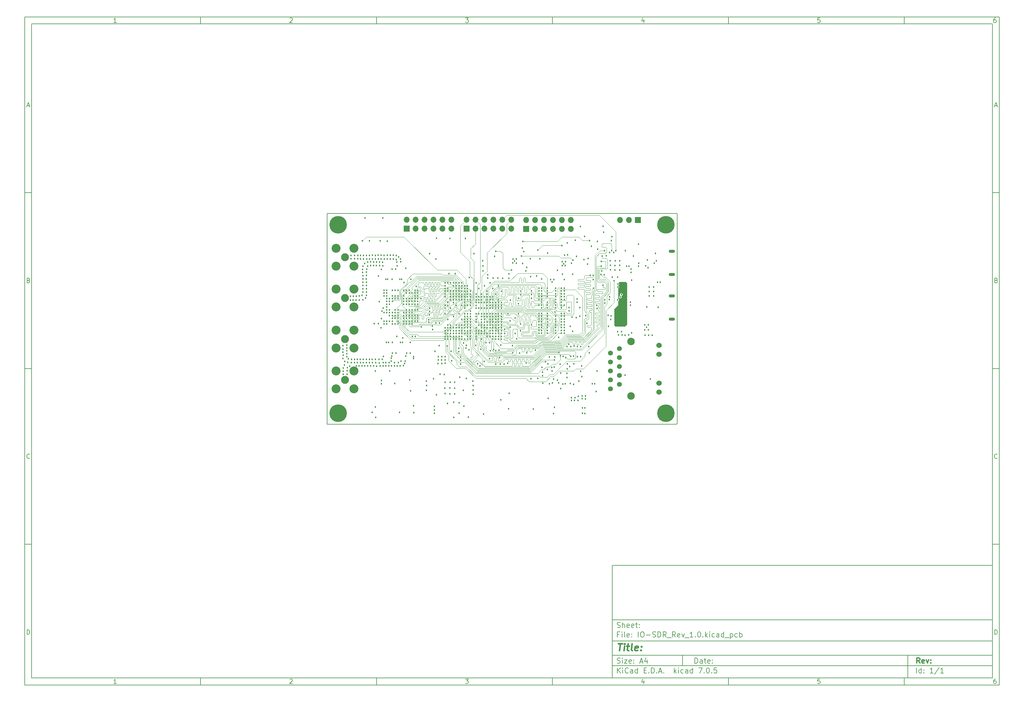
<source format=gbr>
%TF.GenerationSoftware,KiCad,Pcbnew,7.0.5*%
%TF.CreationDate,2023-12-16T19:19:43-05:00*%
%TF.ProjectId,IO-SDR_Rev_1.0,494f2d53-4452-45f5-9265-765f312e302e,rev?*%
%TF.SameCoordinates,Original*%
%TF.FileFunction,Copper,L3,Inr*%
%TF.FilePolarity,Positive*%
%FSLAX46Y46*%
G04 Gerber Fmt 4.6, Leading zero omitted, Abs format (unit mm)*
G04 Created by KiCad (PCBNEW 7.0.5) date 2023-12-16 19:19:43*
%MOMM*%
%LPD*%
G01*
G04 APERTURE LIST*
%ADD10C,0.100000*%
%ADD11C,0.150000*%
%ADD12C,0.300000*%
%ADD13C,0.400000*%
%TA.AperFunction,ComponentPad*%
%ADD14R,1.700000X1.700000*%
%TD*%
%TA.AperFunction,ComponentPad*%
%ADD15O,1.700000X1.700000*%
%TD*%
%TA.AperFunction,ComponentPad*%
%ADD16C,2.250000*%
%TD*%
%TA.AperFunction,ComponentPad*%
%ADD17C,2.550000*%
%TD*%
%TA.AperFunction,ComponentPad*%
%ADD18C,5.000000*%
%TD*%
%TA.AperFunction,ComponentPad*%
%ADD19C,1.397000*%
%TD*%
%TA.AperFunction,ComponentPad*%
%ADD20C,1.524000*%
%TD*%
%TA.AperFunction,ComponentPad*%
%ADD21C,2.133600*%
%TD*%
%TA.AperFunction,ComponentPad*%
%ADD22O,1.800000X0.900000*%
%TD*%
%TA.AperFunction,ViaPad*%
%ADD23C,0.457200*%
%TD*%
%TA.AperFunction,Conductor*%
%ADD24C,0.113030*%
%TD*%
%TA.AperFunction,Profile*%
%ADD25C,0.200000*%
%TD*%
G04 APERTURE END LIST*
D10*
D11*
X177002200Y-166007200D02*
X285002200Y-166007200D01*
X285002200Y-198007200D01*
X177002200Y-198007200D01*
X177002200Y-166007200D01*
D10*
D11*
X10000000Y-10000000D02*
X287002200Y-10000000D01*
X287002200Y-200007200D01*
X10000000Y-200007200D01*
X10000000Y-10000000D01*
D10*
D11*
X12000000Y-12000000D02*
X285002200Y-12000000D01*
X285002200Y-198007200D01*
X12000000Y-198007200D01*
X12000000Y-12000000D01*
D10*
D11*
X60000000Y-12000000D02*
X60000000Y-10000000D01*
D10*
D11*
X110000000Y-12000000D02*
X110000000Y-10000000D01*
D10*
D11*
X160000000Y-12000000D02*
X160000000Y-10000000D01*
D10*
D11*
X210000000Y-12000000D02*
X210000000Y-10000000D01*
D10*
D11*
X260000000Y-12000000D02*
X260000000Y-10000000D01*
D10*
D11*
X36089160Y-11593604D02*
X35346303Y-11593604D01*
X35717731Y-11593604D02*
X35717731Y-10293604D01*
X35717731Y-10293604D02*
X35593922Y-10479319D01*
X35593922Y-10479319D02*
X35470112Y-10603128D01*
X35470112Y-10603128D02*
X35346303Y-10665033D01*
D10*
D11*
X85346303Y-10417414D02*
X85408207Y-10355509D01*
X85408207Y-10355509D02*
X85532017Y-10293604D01*
X85532017Y-10293604D02*
X85841541Y-10293604D01*
X85841541Y-10293604D02*
X85965350Y-10355509D01*
X85965350Y-10355509D02*
X86027255Y-10417414D01*
X86027255Y-10417414D02*
X86089160Y-10541223D01*
X86089160Y-10541223D02*
X86089160Y-10665033D01*
X86089160Y-10665033D02*
X86027255Y-10850747D01*
X86027255Y-10850747D02*
X85284398Y-11593604D01*
X85284398Y-11593604D02*
X86089160Y-11593604D01*
D10*
D11*
X135284398Y-10293604D02*
X136089160Y-10293604D01*
X136089160Y-10293604D02*
X135655826Y-10788842D01*
X135655826Y-10788842D02*
X135841541Y-10788842D01*
X135841541Y-10788842D02*
X135965350Y-10850747D01*
X135965350Y-10850747D02*
X136027255Y-10912652D01*
X136027255Y-10912652D02*
X136089160Y-11036461D01*
X136089160Y-11036461D02*
X136089160Y-11345985D01*
X136089160Y-11345985D02*
X136027255Y-11469795D01*
X136027255Y-11469795D02*
X135965350Y-11531700D01*
X135965350Y-11531700D02*
X135841541Y-11593604D01*
X135841541Y-11593604D02*
X135470112Y-11593604D01*
X135470112Y-11593604D02*
X135346303Y-11531700D01*
X135346303Y-11531700D02*
X135284398Y-11469795D01*
D10*
D11*
X185965350Y-10726938D02*
X185965350Y-11593604D01*
X185655826Y-10231700D02*
X185346303Y-11160271D01*
X185346303Y-11160271D02*
X186151064Y-11160271D01*
D10*
D11*
X236027255Y-10293604D02*
X235408207Y-10293604D01*
X235408207Y-10293604D02*
X235346303Y-10912652D01*
X235346303Y-10912652D02*
X235408207Y-10850747D01*
X235408207Y-10850747D02*
X235532017Y-10788842D01*
X235532017Y-10788842D02*
X235841541Y-10788842D01*
X235841541Y-10788842D02*
X235965350Y-10850747D01*
X235965350Y-10850747D02*
X236027255Y-10912652D01*
X236027255Y-10912652D02*
X236089160Y-11036461D01*
X236089160Y-11036461D02*
X236089160Y-11345985D01*
X236089160Y-11345985D02*
X236027255Y-11469795D01*
X236027255Y-11469795D02*
X235965350Y-11531700D01*
X235965350Y-11531700D02*
X235841541Y-11593604D01*
X235841541Y-11593604D02*
X235532017Y-11593604D01*
X235532017Y-11593604D02*
X235408207Y-11531700D01*
X235408207Y-11531700D02*
X235346303Y-11469795D01*
D10*
D11*
X285965350Y-10293604D02*
X285717731Y-10293604D01*
X285717731Y-10293604D02*
X285593922Y-10355509D01*
X285593922Y-10355509D02*
X285532017Y-10417414D01*
X285532017Y-10417414D02*
X285408207Y-10603128D01*
X285408207Y-10603128D02*
X285346303Y-10850747D01*
X285346303Y-10850747D02*
X285346303Y-11345985D01*
X285346303Y-11345985D02*
X285408207Y-11469795D01*
X285408207Y-11469795D02*
X285470112Y-11531700D01*
X285470112Y-11531700D02*
X285593922Y-11593604D01*
X285593922Y-11593604D02*
X285841541Y-11593604D01*
X285841541Y-11593604D02*
X285965350Y-11531700D01*
X285965350Y-11531700D02*
X286027255Y-11469795D01*
X286027255Y-11469795D02*
X286089160Y-11345985D01*
X286089160Y-11345985D02*
X286089160Y-11036461D01*
X286089160Y-11036461D02*
X286027255Y-10912652D01*
X286027255Y-10912652D02*
X285965350Y-10850747D01*
X285965350Y-10850747D02*
X285841541Y-10788842D01*
X285841541Y-10788842D02*
X285593922Y-10788842D01*
X285593922Y-10788842D02*
X285470112Y-10850747D01*
X285470112Y-10850747D02*
X285408207Y-10912652D01*
X285408207Y-10912652D02*
X285346303Y-11036461D01*
D10*
D11*
X60000000Y-198007200D02*
X60000000Y-200007200D01*
D10*
D11*
X110000000Y-198007200D02*
X110000000Y-200007200D01*
D10*
D11*
X160000000Y-198007200D02*
X160000000Y-200007200D01*
D10*
D11*
X210000000Y-198007200D02*
X210000000Y-200007200D01*
D10*
D11*
X260000000Y-198007200D02*
X260000000Y-200007200D01*
D10*
D11*
X36089160Y-199600804D02*
X35346303Y-199600804D01*
X35717731Y-199600804D02*
X35717731Y-198300804D01*
X35717731Y-198300804D02*
X35593922Y-198486519D01*
X35593922Y-198486519D02*
X35470112Y-198610328D01*
X35470112Y-198610328D02*
X35346303Y-198672233D01*
D10*
D11*
X85346303Y-198424614D02*
X85408207Y-198362709D01*
X85408207Y-198362709D02*
X85532017Y-198300804D01*
X85532017Y-198300804D02*
X85841541Y-198300804D01*
X85841541Y-198300804D02*
X85965350Y-198362709D01*
X85965350Y-198362709D02*
X86027255Y-198424614D01*
X86027255Y-198424614D02*
X86089160Y-198548423D01*
X86089160Y-198548423D02*
X86089160Y-198672233D01*
X86089160Y-198672233D02*
X86027255Y-198857947D01*
X86027255Y-198857947D02*
X85284398Y-199600804D01*
X85284398Y-199600804D02*
X86089160Y-199600804D01*
D10*
D11*
X135284398Y-198300804D02*
X136089160Y-198300804D01*
X136089160Y-198300804D02*
X135655826Y-198796042D01*
X135655826Y-198796042D02*
X135841541Y-198796042D01*
X135841541Y-198796042D02*
X135965350Y-198857947D01*
X135965350Y-198857947D02*
X136027255Y-198919852D01*
X136027255Y-198919852D02*
X136089160Y-199043661D01*
X136089160Y-199043661D02*
X136089160Y-199353185D01*
X136089160Y-199353185D02*
X136027255Y-199476995D01*
X136027255Y-199476995D02*
X135965350Y-199538900D01*
X135965350Y-199538900D02*
X135841541Y-199600804D01*
X135841541Y-199600804D02*
X135470112Y-199600804D01*
X135470112Y-199600804D02*
X135346303Y-199538900D01*
X135346303Y-199538900D02*
X135284398Y-199476995D01*
D10*
D11*
X185965350Y-198734138D02*
X185965350Y-199600804D01*
X185655826Y-198238900D02*
X185346303Y-199167471D01*
X185346303Y-199167471D02*
X186151064Y-199167471D01*
D10*
D11*
X236027255Y-198300804D02*
X235408207Y-198300804D01*
X235408207Y-198300804D02*
X235346303Y-198919852D01*
X235346303Y-198919852D02*
X235408207Y-198857947D01*
X235408207Y-198857947D02*
X235532017Y-198796042D01*
X235532017Y-198796042D02*
X235841541Y-198796042D01*
X235841541Y-198796042D02*
X235965350Y-198857947D01*
X235965350Y-198857947D02*
X236027255Y-198919852D01*
X236027255Y-198919852D02*
X236089160Y-199043661D01*
X236089160Y-199043661D02*
X236089160Y-199353185D01*
X236089160Y-199353185D02*
X236027255Y-199476995D01*
X236027255Y-199476995D02*
X235965350Y-199538900D01*
X235965350Y-199538900D02*
X235841541Y-199600804D01*
X235841541Y-199600804D02*
X235532017Y-199600804D01*
X235532017Y-199600804D02*
X235408207Y-199538900D01*
X235408207Y-199538900D02*
X235346303Y-199476995D01*
D10*
D11*
X285965350Y-198300804D02*
X285717731Y-198300804D01*
X285717731Y-198300804D02*
X285593922Y-198362709D01*
X285593922Y-198362709D02*
X285532017Y-198424614D01*
X285532017Y-198424614D02*
X285408207Y-198610328D01*
X285408207Y-198610328D02*
X285346303Y-198857947D01*
X285346303Y-198857947D02*
X285346303Y-199353185D01*
X285346303Y-199353185D02*
X285408207Y-199476995D01*
X285408207Y-199476995D02*
X285470112Y-199538900D01*
X285470112Y-199538900D02*
X285593922Y-199600804D01*
X285593922Y-199600804D02*
X285841541Y-199600804D01*
X285841541Y-199600804D02*
X285965350Y-199538900D01*
X285965350Y-199538900D02*
X286027255Y-199476995D01*
X286027255Y-199476995D02*
X286089160Y-199353185D01*
X286089160Y-199353185D02*
X286089160Y-199043661D01*
X286089160Y-199043661D02*
X286027255Y-198919852D01*
X286027255Y-198919852D02*
X285965350Y-198857947D01*
X285965350Y-198857947D02*
X285841541Y-198796042D01*
X285841541Y-198796042D02*
X285593922Y-198796042D01*
X285593922Y-198796042D02*
X285470112Y-198857947D01*
X285470112Y-198857947D02*
X285408207Y-198919852D01*
X285408207Y-198919852D02*
X285346303Y-199043661D01*
D10*
D11*
X10000000Y-60000000D02*
X12000000Y-60000000D01*
D10*
D11*
X10000000Y-110000000D02*
X12000000Y-110000000D01*
D10*
D11*
X10000000Y-160000000D02*
X12000000Y-160000000D01*
D10*
D11*
X10690476Y-35222176D02*
X11309523Y-35222176D01*
X10566666Y-35593604D02*
X10999999Y-34293604D01*
X10999999Y-34293604D02*
X11433333Y-35593604D01*
D10*
D11*
X11092857Y-84912652D02*
X11278571Y-84974557D01*
X11278571Y-84974557D02*
X11340476Y-85036461D01*
X11340476Y-85036461D02*
X11402380Y-85160271D01*
X11402380Y-85160271D02*
X11402380Y-85345985D01*
X11402380Y-85345985D02*
X11340476Y-85469795D01*
X11340476Y-85469795D02*
X11278571Y-85531700D01*
X11278571Y-85531700D02*
X11154761Y-85593604D01*
X11154761Y-85593604D02*
X10659523Y-85593604D01*
X10659523Y-85593604D02*
X10659523Y-84293604D01*
X10659523Y-84293604D02*
X11092857Y-84293604D01*
X11092857Y-84293604D02*
X11216666Y-84355509D01*
X11216666Y-84355509D02*
X11278571Y-84417414D01*
X11278571Y-84417414D02*
X11340476Y-84541223D01*
X11340476Y-84541223D02*
X11340476Y-84665033D01*
X11340476Y-84665033D02*
X11278571Y-84788842D01*
X11278571Y-84788842D02*
X11216666Y-84850747D01*
X11216666Y-84850747D02*
X11092857Y-84912652D01*
X11092857Y-84912652D02*
X10659523Y-84912652D01*
D10*
D11*
X11402380Y-135469795D02*
X11340476Y-135531700D01*
X11340476Y-135531700D02*
X11154761Y-135593604D01*
X11154761Y-135593604D02*
X11030952Y-135593604D01*
X11030952Y-135593604D02*
X10845238Y-135531700D01*
X10845238Y-135531700D02*
X10721428Y-135407890D01*
X10721428Y-135407890D02*
X10659523Y-135284080D01*
X10659523Y-135284080D02*
X10597619Y-135036461D01*
X10597619Y-135036461D02*
X10597619Y-134850747D01*
X10597619Y-134850747D02*
X10659523Y-134603128D01*
X10659523Y-134603128D02*
X10721428Y-134479319D01*
X10721428Y-134479319D02*
X10845238Y-134355509D01*
X10845238Y-134355509D02*
X11030952Y-134293604D01*
X11030952Y-134293604D02*
X11154761Y-134293604D01*
X11154761Y-134293604D02*
X11340476Y-134355509D01*
X11340476Y-134355509D02*
X11402380Y-134417414D01*
D10*
D11*
X10659523Y-185593604D02*
X10659523Y-184293604D01*
X10659523Y-184293604D02*
X10969047Y-184293604D01*
X10969047Y-184293604D02*
X11154761Y-184355509D01*
X11154761Y-184355509D02*
X11278571Y-184479319D01*
X11278571Y-184479319D02*
X11340476Y-184603128D01*
X11340476Y-184603128D02*
X11402380Y-184850747D01*
X11402380Y-184850747D02*
X11402380Y-185036461D01*
X11402380Y-185036461D02*
X11340476Y-185284080D01*
X11340476Y-185284080D02*
X11278571Y-185407890D01*
X11278571Y-185407890D02*
X11154761Y-185531700D01*
X11154761Y-185531700D02*
X10969047Y-185593604D01*
X10969047Y-185593604D02*
X10659523Y-185593604D01*
D10*
D11*
X287002200Y-60000000D02*
X285002200Y-60000000D01*
D10*
D11*
X287002200Y-110000000D02*
X285002200Y-110000000D01*
D10*
D11*
X287002200Y-160000000D02*
X285002200Y-160000000D01*
D10*
D11*
X285692676Y-35222176D02*
X286311723Y-35222176D01*
X285568866Y-35593604D02*
X286002199Y-34293604D01*
X286002199Y-34293604D02*
X286435533Y-35593604D01*
D10*
D11*
X286095057Y-84912652D02*
X286280771Y-84974557D01*
X286280771Y-84974557D02*
X286342676Y-85036461D01*
X286342676Y-85036461D02*
X286404580Y-85160271D01*
X286404580Y-85160271D02*
X286404580Y-85345985D01*
X286404580Y-85345985D02*
X286342676Y-85469795D01*
X286342676Y-85469795D02*
X286280771Y-85531700D01*
X286280771Y-85531700D02*
X286156961Y-85593604D01*
X286156961Y-85593604D02*
X285661723Y-85593604D01*
X285661723Y-85593604D02*
X285661723Y-84293604D01*
X285661723Y-84293604D02*
X286095057Y-84293604D01*
X286095057Y-84293604D02*
X286218866Y-84355509D01*
X286218866Y-84355509D02*
X286280771Y-84417414D01*
X286280771Y-84417414D02*
X286342676Y-84541223D01*
X286342676Y-84541223D02*
X286342676Y-84665033D01*
X286342676Y-84665033D02*
X286280771Y-84788842D01*
X286280771Y-84788842D02*
X286218866Y-84850747D01*
X286218866Y-84850747D02*
X286095057Y-84912652D01*
X286095057Y-84912652D02*
X285661723Y-84912652D01*
D10*
D11*
X286404580Y-135469795D02*
X286342676Y-135531700D01*
X286342676Y-135531700D02*
X286156961Y-135593604D01*
X286156961Y-135593604D02*
X286033152Y-135593604D01*
X286033152Y-135593604D02*
X285847438Y-135531700D01*
X285847438Y-135531700D02*
X285723628Y-135407890D01*
X285723628Y-135407890D02*
X285661723Y-135284080D01*
X285661723Y-135284080D02*
X285599819Y-135036461D01*
X285599819Y-135036461D02*
X285599819Y-134850747D01*
X285599819Y-134850747D02*
X285661723Y-134603128D01*
X285661723Y-134603128D02*
X285723628Y-134479319D01*
X285723628Y-134479319D02*
X285847438Y-134355509D01*
X285847438Y-134355509D02*
X286033152Y-134293604D01*
X286033152Y-134293604D02*
X286156961Y-134293604D01*
X286156961Y-134293604D02*
X286342676Y-134355509D01*
X286342676Y-134355509D02*
X286404580Y-134417414D01*
D10*
D11*
X285661723Y-185593604D02*
X285661723Y-184293604D01*
X285661723Y-184293604D02*
X285971247Y-184293604D01*
X285971247Y-184293604D02*
X286156961Y-184355509D01*
X286156961Y-184355509D02*
X286280771Y-184479319D01*
X286280771Y-184479319D02*
X286342676Y-184603128D01*
X286342676Y-184603128D02*
X286404580Y-184850747D01*
X286404580Y-184850747D02*
X286404580Y-185036461D01*
X286404580Y-185036461D02*
X286342676Y-185284080D01*
X286342676Y-185284080D02*
X286280771Y-185407890D01*
X286280771Y-185407890D02*
X286156961Y-185531700D01*
X286156961Y-185531700D02*
X285971247Y-185593604D01*
X285971247Y-185593604D02*
X285661723Y-185593604D01*
D10*
D11*
X200458026Y-193793328D02*
X200458026Y-192293328D01*
X200458026Y-192293328D02*
X200815169Y-192293328D01*
X200815169Y-192293328D02*
X201029455Y-192364757D01*
X201029455Y-192364757D02*
X201172312Y-192507614D01*
X201172312Y-192507614D02*
X201243741Y-192650471D01*
X201243741Y-192650471D02*
X201315169Y-192936185D01*
X201315169Y-192936185D02*
X201315169Y-193150471D01*
X201315169Y-193150471D02*
X201243741Y-193436185D01*
X201243741Y-193436185D02*
X201172312Y-193579042D01*
X201172312Y-193579042D02*
X201029455Y-193721900D01*
X201029455Y-193721900D02*
X200815169Y-193793328D01*
X200815169Y-193793328D02*
X200458026Y-193793328D01*
X202600884Y-193793328D02*
X202600884Y-193007614D01*
X202600884Y-193007614D02*
X202529455Y-192864757D01*
X202529455Y-192864757D02*
X202386598Y-192793328D01*
X202386598Y-192793328D02*
X202100884Y-192793328D01*
X202100884Y-192793328D02*
X201958026Y-192864757D01*
X202600884Y-193721900D02*
X202458026Y-193793328D01*
X202458026Y-193793328D02*
X202100884Y-193793328D01*
X202100884Y-193793328D02*
X201958026Y-193721900D01*
X201958026Y-193721900D02*
X201886598Y-193579042D01*
X201886598Y-193579042D02*
X201886598Y-193436185D01*
X201886598Y-193436185D02*
X201958026Y-193293328D01*
X201958026Y-193293328D02*
X202100884Y-193221900D01*
X202100884Y-193221900D02*
X202458026Y-193221900D01*
X202458026Y-193221900D02*
X202600884Y-193150471D01*
X203100884Y-192793328D02*
X203672312Y-192793328D01*
X203315169Y-192293328D02*
X203315169Y-193579042D01*
X203315169Y-193579042D02*
X203386598Y-193721900D01*
X203386598Y-193721900D02*
X203529455Y-193793328D01*
X203529455Y-193793328D02*
X203672312Y-193793328D01*
X204743741Y-193721900D02*
X204600884Y-193793328D01*
X204600884Y-193793328D02*
X204315170Y-193793328D01*
X204315170Y-193793328D02*
X204172312Y-193721900D01*
X204172312Y-193721900D02*
X204100884Y-193579042D01*
X204100884Y-193579042D02*
X204100884Y-193007614D01*
X204100884Y-193007614D02*
X204172312Y-192864757D01*
X204172312Y-192864757D02*
X204315170Y-192793328D01*
X204315170Y-192793328D02*
X204600884Y-192793328D01*
X204600884Y-192793328D02*
X204743741Y-192864757D01*
X204743741Y-192864757D02*
X204815170Y-193007614D01*
X204815170Y-193007614D02*
X204815170Y-193150471D01*
X204815170Y-193150471D02*
X204100884Y-193293328D01*
X205458026Y-193650471D02*
X205529455Y-193721900D01*
X205529455Y-193721900D02*
X205458026Y-193793328D01*
X205458026Y-193793328D02*
X205386598Y-193721900D01*
X205386598Y-193721900D02*
X205458026Y-193650471D01*
X205458026Y-193650471D02*
X205458026Y-193793328D01*
X205458026Y-192864757D02*
X205529455Y-192936185D01*
X205529455Y-192936185D02*
X205458026Y-193007614D01*
X205458026Y-193007614D02*
X205386598Y-192936185D01*
X205386598Y-192936185D02*
X205458026Y-192864757D01*
X205458026Y-192864757D02*
X205458026Y-193007614D01*
D10*
D11*
X177002200Y-194507200D02*
X285002200Y-194507200D01*
D10*
D11*
X178458026Y-196593328D02*
X178458026Y-195093328D01*
X179315169Y-196593328D02*
X178672312Y-195736185D01*
X179315169Y-195093328D02*
X178458026Y-195950471D01*
X179958026Y-196593328D02*
X179958026Y-195593328D01*
X179958026Y-195093328D02*
X179886598Y-195164757D01*
X179886598Y-195164757D02*
X179958026Y-195236185D01*
X179958026Y-195236185D02*
X180029455Y-195164757D01*
X180029455Y-195164757D02*
X179958026Y-195093328D01*
X179958026Y-195093328D02*
X179958026Y-195236185D01*
X181529455Y-196450471D02*
X181458027Y-196521900D01*
X181458027Y-196521900D02*
X181243741Y-196593328D01*
X181243741Y-196593328D02*
X181100884Y-196593328D01*
X181100884Y-196593328D02*
X180886598Y-196521900D01*
X180886598Y-196521900D02*
X180743741Y-196379042D01*
X180743741Y-196379042D02*
X180672312Y-196236185D01*
X180672312Y-196236185D02*
X180600884Y-195950471D01*
X180600884Y-195950471D02*
X180600884Y-195736185D01*
X180600884Y-195736185D02*
X180672312Y-195450471D01*
X180672312Y-195450471D02*
X180743741Y-195307614D01*
X180743741Y-195307614D02*
X180886598Y-195164757D01*
X180886598Y-195164757D02*
X181100884Y-195093328D01*
X181100884Y-195093328D02*
X181243741Y-195093328D01*
X181243741Y-195093328D02*
X181458027Y-195164757D01*
X181458027Y-195164757D02*
X181529455Y-195236185D01*
X182815170Y-196593328D02*
X182815170Y-195807614D01*
X182815170Y-195807614D02*
X182743741Y-195664757D01*
X182743741Y-195664757D02*
X182600884Y-195593328D01*
X182600884Y-195593328D02*
X182315170Y-195593328D01*
X182315170Y-195593328D02*
X182172312Y-195664757D01*
X182815170Y-196521900D02*
X182672312Y-196593328D01*
X182672312Y-196593328D02*
X182315170Y-196593328D01*
X182315170Y-196593328D02*
X182172312Y-196521900D01*
X182172312Y-196521900D02*
X182100884Y-196379042D01*
X182100884Y-196379042D02*
X182100884Y-196236185D01*
X182100884Y-196236185D02*
X182172312Y-196093328D01*
X182172312Y-196093328D02*
X182315170Y-196021900D01*
X182315170Y-196021900D02*
X182672312Y-196021900D01*
X182672312Y-196021900D02*
X182815170Y-195950471D01*
X184172313Y-196593328D02*
X184172313Y-195093328D01*
X184172313Y-196521900D02*
X184029455Y-196593328D01*
X184029455Y-196593328D02*
X183743741Y-196593328D01*
X183743741Y-196593328D02*
X183600884Y-196521900D01*
X183600884Y-196521900D02*
X183529455Y-196450471D01*
X183529455Y-196450471D02*
X183458027Y-196307614D01*
X183458027Y-196307614D02*
X183458027Y-195879042D01*
X183458027Y-195879042D02*
X183529455Y-195736185D01*
X183529455Y-195736185D02*
X183600884Y-195664757D01*
X183600884Y-195664757D02*
X183743741Y-195593328D01*
X183743741Y-195593328D02*
X184029455Y-195593328D01*
X184029455Y-195593328D02*
X184172313Y-195664757D01*
X186029455Y-195807614D02*
X186529455Y-195807614D01*
X186743741Y-196593328D02*
X186029455Y-196593328D01*
X186029455Y-196593328D02*
X186029455Y-195093328D01*
X186029455Y-195093328D02*
X186743741Y-195093328D01*
X187386598Y-196450471D02*
X187458027Y-196521900D01*
X187458027Y-196521900D02*
X187386598Y-196593328D01*
X187386598Y-196593328D02*
X187315170Y-196521900D01*
X187315170Y-196521900D02*
X187386598Y-196450471D01*
X187386598Y-196450471D02*
X187386598Y-196593328D01*
X188100884Y-196593328D02*
X188100884Y-195093328D01*
X188100884Y-195093328D02*
X188458027Y-195093328D01*
X188458027Y-195093328D02*
X188672313Y-195164757D01*
X188672313Y-195164757D02*
X188815170Y-195307614D01*
X188815170Y-195307614D02*
X188886599Y-195450471D01*
X188886599Y-195450471D02*
X188958027Y-195736185D01*
X188958027Y-195736185D02*
X188958027Y-195950471D01*
X188958027Y-195950471D02*
X188886599Y-196236185D01*
X188886599Y-196236185D02*
X188815170Y-196379042D01*
X188815170Y-196379042D02*
X188672313Y-196521900D01*
X188672313Y-196521900D02*
X188458027Y-196593328D01*
X188458027Y-196593328D02*
X188100884Y-196593328D01*
X189600884Y-196450471D02*
X189672313Y-196521900D01*
X189672313Y-196521900D02*
X189600884Y-196593328D01*
X189600884Y-196593328D02*
X189529456Y-196521900D01*
X189529456Y-196521900D02*
X189600884Y-196450471D01*
X189600884Y-196450471D02*
X189600884Y-196593328D01*
X190243742Y-196164757D02*
X190958028Y-196164757D01*
X190100885Y-196593328D02*
X190600885Y-195093328D01*
X190600885Y-195093328D02*
X191100885Y-196593328D01*
X191600884Y-196450471D02*
X191672313Y-196521900D01*
X191672313Y-196521900D02*
X191600884Y-196593328D01*
X191600884Y-196593328D02*
X191529456Y-196521900D01*
X191529456Y-196521900D02*
X191600884Y-196450471D01*
X191600884Y-196450471D02*
X191600884Y-196593328D01*
X194600884Y-196593328D02*
X194600884Y-195093328D01*
X194743742Y-196021900D02*
X195172313Y-196593328D01*
X195172313Y-195593328D02*
X194600884Y-196164757D01*
X195815170Y-196593328D02*
X195815170Y-195593328D01*
X195815170Y-195093328D02*
X195743742Y-195164757D01*
X195743742Y-195164757D02*
X195815170Y-195236185D01*
X195815170Y-195236185D02*
X195886599Y-195164757D01*
X195886599Y-195164757D02*
X195815170Y-195093328D01*
X195815170Y-195093328D02*
X195815170Y-195236185D01*
X197172314Y-196521900D02*
X197029456Y-196593328D01*
X197029456Y-196593328D02*
X196743742Y-196593328D01*
X196743742Y-196593328D02*
X196600885Y-196521900D01*
X196600885Y-196521900D02*
X196529456Y-196450471D01*
X196529456Y-196450471D02*
X196458028Y-196307614D01*
X196458028Y-196307614D02*
X196458028Y-195879042D01*
X196458028Y-195879042D02*
X196529456Y-195736185D01*
X196529456Y-195736185D02*
X196600885Y-195664757D01*
X196600885Y-195664757D02*
X196743742Y-195593328D01*
X196743742Y-195593328D02*
X197029456Y-195593328D01*
X197029456Y-195593328D02*
X197172314Y-195664757D01*
X198458028Y-196593328D02*
X198458028Y-195807614D01*
X198458028Y-195807614D02*
X198386599Y-195664757D01*
X198386599Y-195664757D02*
X198243742Y-195593328D01*
X198243742Y-195593328D02*
X197958028Y-195593328D01*
X197958028Y-195593328D02*
X197815170Y-195664757D01*
X198458028Y-196521900D02*
X198315170Y-196593328D01*
X198315170Y-196593328D02*
X197958028Y-196593328D01*
X197958028Y-196593328D02*
X197815170Y-196521900D01*
X197815170Y-196521900D02*
X197743742Y-196379042D01*
X197743742Y-196379042D02*
X197743742Y-196236185D01*
X197743742Y-196236185D02*
X197815170Y-196093328D01*
X197815170Y-196093328D02*
X197958028Y-196021900D01*
X197958028Y-196021900D02*
X198315170Y-196021900D01*
X198315170Y-196021900D02*
X198458028Y-195950471D01*
X199815171Y-196593328D02*
X199815171Y-195093328D01*
X199815171Y-196521900D02*
X199672313Y-196593328D01*
X199672313Y-196593328D02*
X199386599Y-196593328D01*
X199386599Y-196593328D02*
X199243742Y-196521900D01*
X199243742Y-196521900D02*
X199172313Y-196450471D01*
X199172313Y-196450471D02*
X199100885Y-196307614D01*
X199100885Y-196307614D02*
X199100885Y-195879042D01*
X199100885Y-195879042D02*
X199172313Y-195736185D01*
X199172313Y-195736185D02*
X199243742Y-195664757D01*
X199243742Y-195664757D02*
X199386599Y-195593328D01*
X199386599Y-195593328D02*
X199672313Y-195593328D01*
X199672313Y-195593328D02*
X199815171Y-195664757D01*
X201529456Y-195093328D02*
X202529456Y-195093328D01*
X202529456Y-195093328D02*
X201886599Y-196593328D01*
X203100884Y-196450471D02*
X203172313Y-196521900D01*
X203172313Y-196521900D02*
X203100884Y-196593328D01*
X203100884Y-196593328D02*
X203029456Y-196521900D01*
X203029456Y-196521900D02*
X203100884Y-196450471D01*
X203100884Y-196450471D02*
X203100884Y-196593328D01*
X204100885Y-195093328D02*
X204243742Y-195093328D01*
X204243742Y-195093328D02*
X204386599Y-195164757D01*
X204386599Y-195164757D02*
X204458028Y-195236185D01*
X204458028Y-195236185D02*
X204529456Y-195379042D01*
X204529456Y-195379042D02*
X204600885Y-195664757D01*
X204600885Y-195664757D02*
X204600885Y-196021900D01*
X204600885Y-196021900D02*
X204529456Y-196307614D01*
X204529456Y-196307614D02*
X204458028Y-196450471D01*
X204458028Y-196450471D02*
X204386599Y-196521900D01*
X204386599Y-196521900D02*
X204243742Y-196593328D01*
X204243742Y-196593328D02*
X204100885Y-196593328D01*
X204100885Y-196593328D02*
X203958028Y-196521900D01*
X203958028Y-196521900D02*
X203886599Y-196450471D01*
X203886599Y-196450471D02*
X203815170Y-196307614D01*
X203815170Y-196307614D02*
X203743742Y-196021900D01*
X203743742Y-196021900D02*
X203743742Y-195664757D01*
X203743742Y-195664757D02*
X203815170Y-195379042D01*
X203815170Y-195379042D02*
X203886599Y-195236185D01*
X203886599Y-195236185D02*
X203958028Y-195164757D01*
X203958028Y-195164757D02*
X204100885Y-195093328D01*
X205243741Y-196450471D02*
X205315170Y-196521900D01*
X205315170Y-196521900D02*
X205243741Y-196593328D01*
X205243741Y-196593328D02*
X205172313Y-196521900D01*
X205172313Y-196521900D02*
X205243741Y-196450471D01*
X205243741Y-196450471D02*
X205243741Y-196593328D01*
X206672313Y-195093328D02*
X205958027Y-195093328D01*
X205958027Y-195093328D02*
X205886599Y-195807614D01*
X205886599Y-195807614D02*
X205958027Y-195736185D01*
X205958027Y-195736185D02*
X206100885Y-195664757D01*
X206100885Y-195664757D02*
X206458027Y-195664757D01*
X206458027Y-195664757D02*
X206600885Y-195736185D01*
X206600885Y-195736185D02*
X206672313Y-195807614D01*
X206672313Y-195807614D02*
X206743742Y-195950471D01*
X206743742Y-195950471D02*
X206743742Y-196307614D01*
X206743742Y-196307614D02*
X206672313Y-196450471D01*
X206672313Y-196450471D02*
X206600885Y-196521900D01*
X206600885Y-196521900D02*
X206458027Y-196593328D01*
X206458027Y-196593328D02*
X206100885Y-196593328D01*
X206100885Y-196593328D02*
X205958027Y-196521900D01*
X205958027Y-196521900D02*
X205886599Y-196450471D01*
D10*
D11*
X177002200Y-191507200D02*
X285002200Y-191507200D01*
D10*
D12*
X264413853Y-193785528D02*
X263913853Y-193071242D01*
X263556710Y-193785528D02*
X263556710Y-192285528D01*
X263556710Y-192285528D02*
X264128139Y-192285528D01*
X264128139Y-192285528D02*
X264270996Y-192356957D01*
X264270996Y-192356957D02*
X264342425Y-192428385D01*
X264342425Y-192428385D02*
X264413853Y-192571242D01*
X264413853Y-192571242D02*
X264413853Y-192785528D01*
X264413853Y-192785528D02*
X264342425Y-192928385D01*
X264342425Y-192928385D02*
X264270996Y-192999814D01*
X264270996Y-192999814D02*
X264128139Y-193071242D01*
X264128139Y-193071242D02*
X263556710Y-193071242D01*
X265628139Y-193714100D02*
X265485282Y-193785528D01*
X265485282Y-193785528D02*
X265199568Y-193785528D01*
X265199568Y-193785528D02*
X265056710Y-193714100D01*
X265056710Y-193714100D02*
X264985282Y-193571242D01*
X264985282Y-193571242D02*
X264985282Y-192999814D01*
X264985282Y-192999814D02*
X265056710Y-192856957D01*
X265056710Y-192856957D02*
X265199568Y-192785528D01*
X265199568Y-192785528D02*
X265485282Y-192785528D01*
X265485282Y-192785528D02*
X265628139Y-192856957D01*
X265628139Y-192856957D02*
X265699568Y-192999814D01*
X265699568Y-192999814D02*
X265699568Y-193142671D01*
X265699568Y-193142671D02*
X264985282Y-193285528D01*
X266199567Y-192785528D02*
X266556710Y-193785528D01*
X266556710Y-193785528D02*
X266913853Y-192785528D01*
X267485281Y-193642671D02*
X267556710Y-193714100D01*
X267556710Y-193714100D02*
X267485281Y-193785528D01*
X267485281Y-193785528D02*
X267413853Y-193714100D01*
X267413853Y-193714100D02*
X267485281Y-193642671D01*
X267485281Y-193642671D02*
X267485281Y-193785528D01*
X267485281Y-192856957D02*
X267556710Y-192928385D01*
X267556710Y-192928385D02*
X267485281Y-192999814D01*
X267485281Y-192999814D02*
X267413853Y-192928385D01*
X267413853Y-192928385D02*
X267485281Y-192856957D01*
X267485281Y-192856957D02*
X267485281Y-192999814D01*
D10*
D11*
X178386598Y-193721900D02*
X178600884Y-193793328D01*
X178600884Y-193793328D02*
X178958026Y-193793328D01*
X178958026Y-193793328D02*
X179100884Y-193721900D01*
X179100884Y-193721900D02*
X179172312Y-193650471D01*
X179172312Y-193650471D02*
X179243741Y-193507614D01*
X179243741Y-193507614D02*
X179243741Y-193364757D01*
X179243741Y-193364757D02*
X179172312Y-193221900D01*
X179172312Y-193221900D02*
X179100884Y-193150471D01*
X179100884Y-193150471D02*
X178958026Y-193079042D01*
X178958026Y-193079042D02*
X178672312Y-193007614D01*
X178672312Y-193007614D02*
X178529455Y-192936185D01*
X178529455Y-192936185D02*
X178458026Y-192864757D01*
X178458026Y-192864757D02*
X178386598Y-192721900D01*
X178386598Y-192721900D02*
X178386598Y-192579042D01*
X178386598Y-192579042D02*
X178458026Y-192436185D01*
X178458026Y-192436185D02*
X178529455Y-192364757D01*
X178529455Y-192364757D02*
X178672312Y-192293328D01*
X178672312Y-192293328D02*
X179029455Y-192293328D01*
X179029455Y-192293328D02*
X179243741Y-192364757D01*
X179886597Y-193793328D02*
X179886597Y-192793328D01*
X179886597Y-192293328D02*
X179815169Y-192364757D01*
X179815169Y-192364757D02*
X179886597Y-192436185D01*
X179886597Y-192436185D02*
X179958026Y-192364757D01*
X179958026Y-192364757D02*
X179886597Y-192293328D01*
X179886597Y-192293328D02*
X179886597Y-192436185D01*
X180458026Y-192793328D02*
X181243741Y-192793328D01*
X181243741Y-192793328D02*
X180458026Y-193793328D01*
X180458026Y-193793328D02*
X181243741Y-193793328D01*
X182386598Y-193721900D02*
X182243741Y-193793328D01*
X182243741Y-193793328D02*
X181958027Y-193793328D01*
X181958027Y-193793328D02*
X181815169Y-193721900D01*
X181815169Y-193721900D02*
X181743741Y-193579042D01*
X181743741Y-193579042D02*
X181743741Y-193007614D01*
X181743741Y-193007614D02*
X181815169Y-192864757D01*
X181815169Y-192864757D02*
X181958027Y-192793328D01*
X181958027Y-192793328D02*
X182243741Y-192793328D01*
X182243741Y-192793328D02*
X182386598Y-192864757D01*
X182386598Y-192864757D02*
X182458027Y-193007614D01*
X182458027Y-193007614D02*
X182458027Y-193150471D01*
X182458027Y-193150471D02*
X181743741Y-193293328D01*
X183100883Y-193650471D02*
X183172312Y-193721900D01*
X183172312Y-193721900D02*
X183100883Y-193793328D01*
X183100883Y-193793328D02*
X183029455Y-193721900D01*
X183029455Y-193721900D02*
X183100883Y-193650471D01*
X183100883Y-193650471D02*
X183100883Y-193793328D01*
X183100883Y-192864757D02*
X183172312Y-192936185D01*
X183172312Y-192936185D02*
X183100883Y-193007614D01*
X183100883Y-193007614D02*
X183029455Y-192936185D01*
X183029455Y-192936185D02*
X183100883Y-192864757D01*
X183100883Y-192864757D02*
X183100883Y-193007614D01*
X184886598Y-193364757D02*
X185600884Y-193364757D01*
X184743741Y-193793328D02*
X185243741Y-192293328D01*
X185243741Y-192293328D02*
X185743741Y-193793328D01*
X186886598Y-192793328D02*
X186886598Y-193793328D01*
X186529455Y-192221900D02*
X186172312Y-193293328D01*
X186172312Y-193293328D02*
X187100883Y-193293328D01*
D10*
D11*
X263458026Y-196593328D02*
X263458026Y-195093328D01*
X264815170Y-196593328D02*
X264815170Y-195093328D01*
X264815170Y-196521900D02*
X264672312Y-196593328D01*
X264672312Y-196593328D02*
X264386598Y-196593328D01*
X264386598Y-196593328D02*
X264243741Y-196521900D01*
X264243741Y-196521900D02*
X264172312Y-196450471D01*
X264172312Y-196450471D02*
X264100884Y-196307614D01*
X264100884Y-196307614D02*
X264100884Y-195879042D01*
X264100884Y-195879042D02*
X264172312Y-195736185D01*
X264172312Y-195736185D02*
X264243741Y-195664757D01*
X264243741Y-195664757D02*
X264386598Y-195593328D01*
X264386598Y-195593328D02*
X264672312Y-195593328D01*
X264672312Y-195593328D02*
X264815170Y-195664757D01*
X265529455Y-196450471D02*
X265600884Y-196521900D01*
X265600884Y-196521900D02*
X265529455Y-196593328D01*
X265529455Y-196593328D02*
X265458027Y-196521900D01*
X265458027Y-196521900D02*
X265529455Y-196450471D01*
X265529455Y-196450471D02*
X265529455Y-196593328D01*
X265529455Y-195664757D02*
X265600884Y-195736185D01*
X265600884Y-195736185D02*
X265529455Y-195807614D01*
X265529455Y-195807614D02*
X265458027Y-195736185D01*
X265458027Y-195736185D02*
X265529455Y-195664757D01*
X265529455Y-195664757D02*
X265529455Y-195807614D01*
X268172313Y-196593328D02*
X267315170Y-196593328D01*
X267743741Y-196593328D02*
X267743741Y-195093328D01*
X267743741Y-195093328D02*
X267600884Y-195307614D01*
X267600884Y-195307614D02*
X267458027Y-195450471D01*
X267458027Y-195450471D02*
X267315170Y-195521900D01*
X269886598Y-195021900D02*
X268600884Y-196950471D01*
X271172313Y-196593328D02*
X270315170Y-196593328D01*
X270743741Y-196593328D02*
X270743741Y-195093328D01*
X270743741Y-195093328D02*
X270600884Y-195307614D01*
X270600884Y-195307614D02*
X270458027Y-195450471D01*
X270458027Y-195450471D02*
X270315170Y-195521900D01*
D10*
D11*
X177002200Y-187507200D02*
X285002200Y-187507200D01*
D10*
D13*
X178693928Y-188211638D02*
X179836785Y-188211638D01*
X179015357Y-190211638D02*
X179265357Y-188211638D01*
X180253452Y-190211638D02*
X180420119Y-188878304D01*
X180503452Y-188211638D02*
X180396309Y-188306876D01*
X180396309Y-188306876D02*
X180479643Y-188402114D01*
X180479643Y-188402114D02*
X180586786Y-188306876D01*
X180586786Y-188306876D02*
X180503452Y-188211638D01*
X180503452Y-188211638D02*
X180479643Y-188402114D01*
X181086786Y-188878304D02*
X181848690Y-188878304D01*
X181455833Y-188211638D02*
X181241548Y-189925923D01*
X181241548Y-189925923D02*
X181312976Y-190116400D01*
X181312976Y-190116400D02*
X181491548Y-190211638D01*
X181491548Y-190211638D02*
X181682024Y-190211638D01*
X182634405Y-190211638D02*
X182455833Y-190116400D01*
X182455833Y-190116400D02*
X182384405Y-189925923D01*
X182384405Y-189925923D02*
X182598690Y-188211638D01*
X184170119Y-190116400D02*
X183967738Y-190211638D01*
X183967738Y-190211638D02*
X183586785Y-190211638D01*
X183586785Y-190211638D02*
X183408214Y-190116400D01*
X183408214Y-190116400D02*
X183336785Y-189925923D01*
X183336785Y-189925923D02*
X183432024Y-189164019D01*
X183432024Y-189164019D02*
X183551071Y-188973542D01*
X183551071Y-188973542D02*
X183753452Y-188878304D01*
X183753452Y-188878304D02*
X184134404Y-188878304D01*
X184134404Y-188878304D02*
X184312976Y-188973542D01*
X184312976Y-188973542D02*
X184384404Y-189164019D01*
X184384404Y-189164019D02*
X184360595Y-189354495D01*
X184360595Y-189354495D02*
X183384404Y-189544971D01*
X185134405Y-190021161D02*
X185217738Y-190116400D01*
X185217738Y-190116400D02*
X185110595Y-190211638D01*
X185110595Y-190211638D02*
X185027262Y-190116400D01*
X185027262Y-190116400D02*
X185134405Y-190021161D01*
X185134405Y-190021161D02*
X185110595Y-190211638D01*
X185265357Y-188973542D02*
X185348690Y-189068780D01*
X185348690Y-189068780D02*
X185241548Y-189164019D01*
X185241548Y-189164019D02*
X185158214Y-189068780D01*
X185158214Y-189068780D02*
X185265357Y-188973542D01*
X185265357Y-188973542D02*
X185241548Y-189164019D01*
D10*
D11*
X178958026Y-185607614D02*
X178458026Y-185607614D01*
X178458026Y-186393328D02*
X178458026Y-184893328D01*
X178458026Y-184893328D02*
X179172312Y-184893328D01*
X179743740Y-186393328D02*
X179743740Y-185393328D01*
X179743740Y-184893328D02*
X179672312Y-184964757D01*
X179672312Y-184964757D02*
X179743740Y-185036185D01*
X179743740Y-185036185D02*
X179815169Y-184964757D01*
X179815169Y-184964757D02*
X179743740Y-184893328D01*
X179743740Y-184893328D02*
X179743740Y-185036185D01*
X180672312Y-186393328D02*
X180529455Y-186321900D01*
X180529455Y-186321900D02*
X180458026Y-186179042D01*
X180458026Y-186179042D02*
X180458026Y-184893328D01*
X181815169Y-186321900D02*
X181672312Y-186393328D01*
X181672312Y-186393328D02*
X181386598Y-186393328D01*
X181386598Y-186393328D02*
X181243740Y-186321900D01*
X181243740Y-186321900D02*
X181172312Y-186179042D01*
X181172312Y-186179042D02*
X181172312Y-185607614D01*
X181172312Y-185607614D02*
X181243740Y-185464757D01*
X181243740Y-185464757D02*
X181386598Y-185393328D01*
X181386598Y-185393328D02*
X181672312Y-185393328D01*
X181672312Y-185393328D02*
X181815169Y-185464757D01*
X181815169Y-185464757D02*
X181886598Y-185607614D01*
X181886598Y-185607614D02*
X181886598Y-185750471D01*
X181886598Y-185750471D02*
X181172312Y-185893328D01*
X182529454Y-186250471D02*
X182600883Y-186321900D01*
X182600883Y-186321900D02*
X182529454Y-186393328D01*
X182529454Y-186393328D02*
X182458026Y-186321900D01*
X182458026Y-186321900D02*
X182529454Y-186250471D01*
X182529454Y-186250471D02*
X182529454Y-186393328D01*
X182529454Y-185464757D02*
X182600883Y-185536185D01*
X182600883Y-185536185D02*
X182529454Y-185607614D01*
X182529454Y-185607614D02*
X182458026Y-185536185D01*
X182458026Y-185536185D02*
X182529454Y-185464757D01*
X182529454Y-185464757D02*
X182529454Y-185607614D01*
X184386597Y-186393328D02*
X184386597Y-184893328D01*
X185386598Y-184893328D02*
X185672312Y-184893328D01*
X185672312Y-184893328D02*
X185815169Y-184964757D01*
X185815169Y-184964757D02*
X185958026Y-185107614D01*
X185958026Y-185107614D02*
X186029455Y-185393328D01*
X186029455Y-185393328D02*
X186029455Y-185893328D01*
X186029455Y-185893328D02*
X185958026Y-186179042D01*
X185958026Y-186179042D02*
X185815169Y-186321900D01*
X185815169Y-186321900D02*
X185672312Y-186393328D01*
X185672312Y-186393328D02*
X185386598Y-186393328D01*
X185386598Y-186393328D02*
X185243741Y-186321900D01*
X185243741Y-186321900D02*
X185100883Y-186179042D01*
X185100883Y-186179042D02*
X185029455Y-185893328D01*
X185029455Y-185893328D02*
X185029455Y-185393328D01*
X185029455Y-185393328D02*
X185100883Y-185107614D01*
X185100883Y-185107614D02*
X185243741Y-184964757D01*
X185243741Y-184964757D02*
X185386598Y-184893328D01*
X186672312Y-185821900D02*
X187815170Y-185821900D01*
X188458027Y-186321900D02*
X188672313Y-186393328D01*
X188672313Y-186393328D02*
X189029455Y-186393328D01*
X189029455Y-186393328D02*
X189172313Y-186321900D01*
X189172313Y-186321900D02*
X189243741Y-186250471D01*
X189243741Y-186250471D02*
X189315170Y-186107614D01*
X189315170Y-186107614D02*
X189315170Y-185964757D01*
X189315170Y-185964757D02*
X189243741Y-185821900D01*
X189243741Y-185821900D02*
X189172313Y-185750471D01*
X189172313Y-185750471D02*
X189029455Y-185679042D01*
X189029455Y-185679042D02*
X188743741Y-185607614D01*
X188743741Y-185607614D02*
X188600884Y-185536185D01*
X188600884Y-185536185D02*
X188529455Y-185464757D01*
X188529455Y-185464757D02*
X188458027Y-185321900D01*
X188458027Y-185321900D02*
X188458027Y-185179042D01*
X188458027Y-185179042D02*
X188529455Y-185036185D01*
X188529455Y-185036185D02*
X188600884Y-184964757D01*
X188600884Y-184964757D02*
X188743741Y-184893328D01*
X188743741Y-184893328D02*
X189100884Y-184893328D01*
X189100884Y-184893328D02*
X189315170Y-184964757D01*
X189958026Y-186393328D02*
X189958026Y-184893328D01*
X189958026Y-184893328D02*
X190315169Y-184893328D01*
X190315169Y-184893328D02*
X190529455Y-184964757D01*
X190529455Y-184964757D02*
X190672312Y-185107614D01*
X190672312Y-185107614D02*
X190743741Y-185250471D01*
X190743741Y-185250471D02*
X190815169Y-185536185D01*
X190815169Y-185536185D02*
X190815169Y-185750471D01*
X190815169Y-185750471D02*
X190743741Y-186036185D01*
X190743741Y-186036185D02*
X190672312Y-186179042D01*
X190672312Y-186179042D02*
X190529455Y-186321900D01*
X190529455Y-186321900D02*
X190315169Y-186393328D01*
X190315169Y-186393328D02*
X189958026Y-186393328D01*
X192315169Y-186393328D02*
X191815169Y-185679042D01*
X191458026Y-186393328D02*
X191458026Y-184893328D01*
X191458026Y-184893328D02*
X192029455Y-184893328D01*
X192029455Y-184893328D02*
X192172312Y-184964757D01*
X192172312Y-184964757D02*
X192243741Y-185036185D01*
X192243741Y-185036185D02*
X192315169Y-185179042D01*
X192315169Y-185179042D02*
X192315169Y-185393328D01*
X192315169Y-185393328D02*
X192243741Y-185536185D01*
X192243741Y-185536185D02*
X192172312Y-185607614D01*
X192172312Y-185607614D02*
X192029455Y-185679042D01*
X192029455Y-185679042D02*
X191458026Y-185679042D01*
X192600884Y-186536185D02*
X193743741Y-186536185D01*
X194958026Y-186393328D02*
X194458026Y-185679042D01*
X194100883Y-186393328D02*
X194100883Y-184893328D01*
X194100883Y-184893328D02*
X194672312Y-184893328D01*
X194672312Y-184893328D02*
X194815169Y-184964757D01*
X194815169Y-184964757D02*
X194886598Y-185036185D01*
X194886598Y-185036185D02*
X194958026Y-185179042D01*
X194958026Y-185179042D02*
X194958026Y-185393328D01*
X194958026Y-185393328D02*
X194886598Y-185536185D01*
X194886598Y-185536185D02*
X194815169Y-185607614D01*
X194815169Y-185607614D02*
X194672312Y-185679042D01*
X194672312Y-185679042D02*
X194100883Y-185679042D01*
X196172312Y-186321900D02*
X196029455Y-186393328D01*
X196029455Y-186393328D02*
X195743741Y-186393328D01*
X195743741Y-186393328D02*
X195600883Y-186321900D01*
X195600883Y-186321900D02*
X195529455Y-186179042D01*
X195529455Y-186179042D02*
X195529455Y-185607614D01*
X195529455Y-185607614D02*
X195600883Y-185464757D01*
X195600883Y-185464757D02*
X195743741Y-185393328D01*
X195743741Y-185393328D02*
X196029455Y-185393328D01*
X196029455Y-185393328D02*
X196172312Y-185464757D01*
X196172312Y-185464757D02*
X196243741Y-185607614D01*
X196243741Y-185607614D02*
X196243741Y-185750471D01*
X196243741Y-185750471D02*
X195529455Y-185893328D01*
X196743740Y-185393328D02*
X197100883Y-186393328D01*
X197100883Y-186393328D02*
X197458026Y-185393328D01*
X197672312Y-186536185D02*
X198815169Y-186536185D01*
X199958026Y-186393328D02*
X199100883Y-186393328D01*
X199529454Y-186393328D02*
X199529454Y-184893328D01*
X199529454Y-184893328D02*
X199386597Y-185107614D01*
X199386597Y-185107614D02*
X199243740Y-185250471D01*
X199243740Y-185250471D02*
X199100883Y-185321900D01*
X200600882Y-186250471D02*
X200672311Y-186321900D01*
X200672311Y-186321900D02*
X200600882Y-186393328D01*
X200600882Y-186393328D02*
X200529454Y-186321900D01*
X200529454Y-186321900D02*
X200600882Y-186250471D01*
X200600882Y-186250471D02*
X200600882Y-186393328D01*
X201600883Y-184893328D02*
X201743740Y-184893328D01*
X201743740Y-184893328D02*
X201886597Y-184964757D01*
X201886597Y-184964757D02*
X201958026Y-185036185D01*
X201958026Y-185036185D02*
X202029454Y-185179042D01*
X202029454Y-185179042D02*
X202100883Y-185464757D01*
X202100883Y-185464757D02*
X202100883Y-185821900D01*
X202100883Y-185821900D02*
X202029454Y-186107614D01*
X202029454Y-186107614D02*
X201958026Y-186250471D01*
X201958026Y-186250471D02*
X201886597Y-186321900D01*
X201886597Y-186321900D02*
X201743740Y-186393328D01*
X201743740Y-186393328D02*
X201600883Y-186393328D01*
X201600883Y-186393328D02*
X201458026Y-186321900D01*
X201458026Y-186321900D02*
X201386597Y-186250471D01*
X201386597Y-186250471D02*
X201315168Y-186107614D01*
X201315168Y-186107614D02*
X201243740Y-185821900D01*
X201243740Y-185821900D02*
X201243740Y-185464757D01*
X201243740Y-185464757D02*
X201315168Y-185179042D01*
X201315168Y-185179042D02*
X201386597Y-185036185D01*
X201386597Y-185036185D02*
X201458026Y-184964757D01*
X201458026Y-184964757D02*
X201600883Y-184893328D01*
X202743739Y-186250471D02*
X202815168Y-186321900D01*
X202815168Y-186321900D02*
X202743739Y-186393328D01*
X202743739Y-186393328D02*
X202672311Y-186321900D01*
X202672311Y-186321900D02*
X202743739Y-186250471D01*
X202743739Y-186250471D02*
X202743739Y-186393328D01*
X203458025Y-186393328D02*
X203458025Y-184893328D01*
X203600883Y-185821900D02*
X204029454Y-186393328D01*
X204029454Y-185393328D02*
X203458025Y-185964757D01*
X204672311Y-186393328D02*
X204672311Y-185393328D01*
X204672311Y-184893328D02*
X204600883Y-184964757D01*
X204600883Y-184964757D02*
X204672311Y-185036185D01*
X204672311Y-185036185D02*
X204743740Y-184964757D01*
X204743740Y-184964757D02*
X204672311Y-184893328D01*
X204672311Y-184893328D02*
X204672311Y-185036185D01*
X206029455Y-186321900D02*
X205886597Y-186393328D01*
X205886597Y-186393328D02*
X205600883Y-186393328D01*
X205600883Y-186393328D02*
X205458026Y-186321900D01*
X205458026Y-186321900D02*
X205386597Y-186250471D01*
X205386597Y-186250471D02*
X205315169Y-186107614D01*
X205315169Y-186107614D02*
X205315169Y-185679042D01*
X205315169Y-185679042D02*
X205386597Y-185536185D01*
X205386597Y-185536185D02*
X205458026Y-185464757D01*
X205458026Y-185464757D02*
X205600883Y-185393328D01*
X205600883Y-185393328D02*
X205886597Y-185393328D01*
X205886597Y-185393328D02*
X206029455Y-185464757D01*
X207315169Y-186393328D02*
X207315169Y-185607614D01*
X207315169Y-185607614D02*
X207243740Y-185464757D01*
X207243740Y-185464757D02*
X207100883Y-185393328D01*
X207100883Y-185393328D02*
X206815169Y-185393328D01*
X206815169Y-185393328D02*
X206672311Y-185464757D01*
X207315169Y-186321900D02*
X207172311Y-186393328D01*
X207172311Y-186393328D02*
X206815169Y-186393328D01*
X206815169Y-186393328D02*
X206672311Y-186321900D01*
X206672311Y-186321900D02*
X206600883Y-186179042D01*
X206600883Y-186179042D02*
X206600883Y-186036185D01*
X206600883Y-186036185D02*
X206672311Y-185893328D01*
X206672311Y-185893328D02*
X206815169Y-185821900D01*
X206815169Y-185821900D02*
X207172311Y-185821900D01*
X207172311Y-185821900D02*
X207315169Y-185750471D01*
X208672312Y-186393328D02*
X208672312Y-184893328D01*
X208672312Y-186321900D02*
X208529454Y-186393328D01*
X208529454Y-186393328D02*
X208243740Y-186393328D01*
X208243740Y-186393328D02*
X208100883Y-186321900D01*
X208100883Y-186321900D02*
X208029454Y-186250471D01*
X208029454Y-186250471D02*
X207958026Y-186107614D01*
X207958026Y-186107614D02*
X207958026Y-185679042D01*
X207958026Y-185679042D02*
X208029454Y-185536185D01*
X208029454Y-185536185D02*
X208100883Y-185464757D01*
X208100883Y-185464757D02*
X208243740Y-185393328D01*
X208243740Y-185393328D02*
X208529454Y-185393328D01*
X208529454Y-185393328D02*
X208672312Y-185464757D01*
X209029455Y-186536185D02*
X210172312Y-186536185D01*
X210529454Y-185393328D02*
X210529454Y-186893328D01*
X210529454Y-185464757D02*
X210672312Y-185393328D01*
X210672312Y-185393328D02*
X210958026Y-185393328D01*
X210958026Y-185393328D02*
X211100883Y-185464757D01*
X211100883Y-185464757D02*
X211172312Y-185536185D01*
X211172312Y-185536185D02*
X211243740Y-185679042D01*
X211243740Y-185679042D02*
X211243740Y-186107614D01*
X211243740Y-186107614D02*
X211172312Y-186250471D01*
X211172312Y-186250471D02*
X211100883Y-186321900D01*
X211100883Y-186321900D02*
X210958026Y-186393328D01*
X210958026Y-186393328D02*
X210672312Y-186393328D01*
X210672312Y-186393328D02*
X210529454Y-186321900D01*
X212529455Y-186321900D02*
X212386597Y-186393328D01*
X212386597Y-186393328D02*
X212100883Y-186393328D01*
X212100883Y-186393328D02*
X211958026Y-186321900D01*
X211958026Y-186321900D02*
X211886597Y-186250471D01*
X211886597Y-186250471D02*
X211815169Y-186107614D01*
X211815169Y-186107614D02*
X211815169Y-185679042D01*
X211815169Y-185679042D02*
X211886597Y-185536185D01*
X211886597Y-185536185D02*
X211958026Y-185464757D01*
X211958026Y-185464757D02*
X212100883Y-185393328D01*
X212100883Y-185393328D02*
X212386597Y-185393328D01*
X212386597Y-185393328D02*
X212529455Y-185464757D01*
X213172311Y-186393328D02*
X213172311Y-184893328D01*
X213172311Y-185464757D02*
X213315169Y-185393328D01*
X213315169Y-185393328D02*
X213600883Y-185393328D01*
X213600883Y-185393328D02*
X213743740Y-185464757D01*
X213743740Y-185464757D02*
X213815169Y-185536185D01*
X213815169Y-185536185D02*
X213886597Y-185679042D01*
X213886597Y-185679042D02*
X213886597Y-186107614D01*
X213886597Y-186107614D02*
X213815169Y-186250471D01*
X213815169Y-186250471D02*
X213743740Y-186321900D01*
X213743740Y-186321900D02*
X213600883Y-186393328D01*
X213600883Y-186393328D02*
X213315169Y-186393328D01*
X213315169Y-186393328D02*
X213172311Y-186321900D01*
D10*
D11*
X177002200Y-181507200D02*
X285002200Y-181507200D01*
D10*
D11*
X178386598Y-183621900D02*
X178600884Y-183693328D01*
X178600884Y-183693328D02*
X178958026Y-183693328D01*
X178958026Y-183693328D02*
X179100884Y-183621900D01*
X179100884Y-183621900D02*
X179172312Y-183550471D01*
X179172312Y-183550471D02*
X179243741Y-183407614D01*
X179243741Y-183407614D02*
X179243741Y-183264757D01*
X179243741Y-183264757D02*
X179172312Y-183121900D01*
X179172312Y-183121900D02*
X179100884Y-183050471D01*
X179100884Y-183050471D02*
X178958026Y-182979042D01*
X178958026Y-182979042D02*
X178672312Y-182907614D01*
X178672312Y-182907614D02*
X178529455Y-182836185D01*
X178529455Y-182836185D02*
X178458026Y-182764757D01*
X178458026Y-182764757D02*
X178386598Y-182621900D01*
X178386598Y-182621900D02*
X178386598Y-182479042D01*
X178386598Y-182479042D02*
X178458026Y-182336185D01*
X178458026Y-182336185D02*
X178529455Y-182264757D01*
X178529455Y-182264757D02*
X178672312Y-182193328D01*
X178672312Y-182193328D02*
X179029455Y-182193328D01*
X179029455Y-182193328D02*
X179243741Y-182264757D01*
X179886597Y-183693328D02*
X179886597Y-182193328D01*
X180529455Y-183693328D02*
X180529455Y-182907614D01*
X180529455Y-182907614D02*
X180458026Y-182764757D01*
X180458026Y-182764757D02*
X180315169Y-182693328D01*
X180315169Y-182693328D02*
X180100883Y-182693328D01*
X180100883Y-182693328D02*
X179958026Y-182764757D01*
X179958026Y-182764757D02*
X179886597Y-182836185D01*
X181815169Y-183621900D02*
X181672312Y-183693328D01*
X181672312Y-183693328D02*
X181386598Y-183693328D01*
X181386598Y-183693328D02*
X181243740Y-183621900D01*
X181243740Y-183621900D02*
X181172312Y-183479042D01*
X181172312Y-183479042D02*
X181172312Y-182907614D01*
X181172312Y-182907614D02*
X181243740Y-182764757D01*
X181243740Y-182764757D02*
X181386598Y-182693328D01*
X181386598Y-182693328D02*
X181672312Y-182693328D01*
X181672312Y-182693328D02*
X181815169Y-182764757D01*
X181815169Y-182764757D02*
X181886598Y-182907614D01*
X181886598Y-182907614D02*
X181886598Y-183050471D01*
X181886598Y-183050471D02*
X181172312Y-183193328D01*
X183100883Y-183621900D02*
X182958026Y-183693328D01*
X182958026Y-183693328D02*
X182672312Y-183693328D01*
X182672312Y-183693328D02*
X182529454Y-183621900D01*
X182529454Y-183621900D02*
X182458026Y-183479042D01*
X182458026Y-183479042D02*
X182458026Y-182907614D01*
X182458026Y-182907614D02*
X182529454Y-182764757D01*
X182529454Y-182764757D02*
X182672312Y-182693328D01*
X182672312Y-182693328D02*
X182958026Y-182693328D01*
X182958026Y-182693328D02*
X183100883Y-182764757D01*
X183100883Y-182764757D02*
X183172312Y-182907614D01*
X183172312Y-182907614D02*
X183172312Y-183050471D01*
X183172312Y-183050471D02*
X182458026Y-183193328D01*
X183600883Y-182693328D02*
X184172311Y-182693328D01*
X183815168Y-182193328D02*
X183815168Y-183479042D01*
X183815168Y-183479042D02*
X183886597Y-183621900D01*
X183886597Y-183621900D02*
X184029454Y-183693328D01*
X184029454Y-183693328D02*
X184172311Y-183693328D01*
X184672311Y-183550471D02*
X184743740Y-183621900D01*
X184743740Y-183621900D02*
X184672311Y-183693328D01*
X184672311Y-183693328D02*
X184600883Y-183621900D01*
X184600883Y-183621900D02*
X184672311Y-183550471D01*
X184672311Y-183550471D02*
X184672311Y-183693328D01*
X184672311Y-182764757D02*
X184743740Y-182836185D01*
X184743740Y-182836185D02*
X184672311Y-182907614D01*
X184672311Y-182907614D02*
X184600883Y-182836185D01*
X184600883Y-182836185D02*
X184672311Y-182764757D01*
X184672311Y-182764757D02*
X184672311Y-182907614D01*
D10*
D12*
D10*
D11*
D10*
D11*
D10*
D11*
D10*
D11*
D10*
D11*
X197002200Y-191507200D02*
X197002200Y-194507200D01*
D10*
D11*
X261002200Y-191507200D02*
X261002200Y-198007200D01*
D14*
%TO.N,+5VA*%
%TO.C,J3*%
X184292654Y-67782854D03*
D15*
%TO.N,GND*%
X181752654Y-67782854D03*
%TO.N,PTI*%
X179212654Y-67782854D03*
%TD*%
D14*
%TO.N,+1V8*%
%TO.C,J5*%
X152545354Y-70328054D03*
D15*
%TO.N,TMS*%
X152545354Y-67788054D03*
%TO.N,TCK*%
X155085354Y-70328054D03*
%TO.N,TDO*%
X155085354Y-67788054D03*
%TO.N,TDI*%
X157625354Y-70328054D03*
%TO.N,GND*%
X157625354Y-67788054D03*
%TO.N,EXT_CLK_EN*%
X160165354Y-70328054D03*
%TO.N,UART_RX*%
X160165354Y-67788054D03*
%TO.N,UART_TX*%
X162705354Y-70328054D03*
%TO.N,GND*%
X162705354Y-67788054D03*
%TO.N,JTAG_BOOT*%
X165245354Y-70328054D03*
%TO.N,SD_BOOT*%
X165245354Y-67788054D03*
%TD*%
D16*
%TO.N,/Sheet3/UB1*%
%TO.C,J11*%
X101015800Y-78333600D03*
D17*
%TO.N,GND*%
X103555800Y-75793600D03*
X103555800Y-80873600D03*
X98475800Y-80873600D03*
X98475800Y-75793600D03*
%TD*%
D18*
%TO.N,GND*%
%TO.C,H3*%
X192227654Y-69077854D03*
%TD*%
%TO.N,GND*%
%TO.C,H4*%
X192227654Y-122707854D03*
%TD*%
D19*
%TO.N,Net-(J7-TCT)*%
%TO.C,J7*%
X176472200Y-115746801D03*
%TO.N,/Sheet2/MDI0_P*%
X179012200Y-114476801D03*
%TO.N,/Sheet2/MDI0_N*%
X176472200Y-113206801D03*
%TO.N,/Sheet2/MDI1_P*%
X179012200Y-111936801D03*
%TO.N,/Sheet2/MDI2_P*%
X176472200Y-110666801D03*
%TO.N,/Sheet2/MDI2_N*%
X179012200Y-109396801D03*
%TO.N,/Sheet2/MDI1_N*%
X176472200Y-108126801D03*
%TO.N,/Sheet2/MDI3_P*%
X179012200Y-106856801D03*
%TO.N,/Sheet2/MDI3_N*%
X176472200Y-105586801D03*
%TO.N,Net-(J7-EARTH)*%
X179012200Y-104316801D03*
D20*
%TO.N,/Sheet2/LED1_AD1*%
X190262200Y-116656802D03*
%TO.N,/Sheet2/RGMII_GR-*%
X190262200Y-114116802D03*
%TO.N,/Sheet2/RGMI_YE-*%
X190262200Y-105946800D03*
%TO.N,VCC*%
X190262200Y-103406800D03*
D21*
%TO.N,GND*%
X182312201Y-117776802D03*
X182312201Y-102286800D03*
%TD*%
D14*
%TO.N,IO_L15N_T2*%
%TO.C,J6*%
X135567054Y-70231854D03*
D15*
%TO.N,IO_L15P_T2*%
X135567054Y-67691854D03*
%TO.N,IO_L4N_TO_35*%
X138107054Y-70231854D03*
%TO.N,IO_L4P_TO_35*%
X138107054Y-67691854D03*
%TO.N,+5VA*%
X140647054Y-70231854D03*
%TO.N,GND*%
X140647054Y-67691854D03*
%TO.N,PS_MI048*%
X143187054Y-70231854D03*
%TO.N,PS_MI049*%
X143187054Y-67691854D03*
%TO.N,PS_MI046*%
X145727054Y-70231854D03*
%TO.N,PS_MIO07_500_USB_RESET_B*%
X145727054Y-67691854D03*
%TO.N,PS_MI052*%
X148267054Y-70231854D03*
%TO.N,PS_MI09*%
X148267054Y-67691854D03*
%TD*%
D18*
%TO.N,GND*%
%TO.C,H2*%
X99117654Y-122707854D03*
%TD*%
D22*
%TO.N,GND*%
%TO.C,J1*%
X193908154Y-95924654D03*
X193908154Y-89324654D03*
%TD*%
D16*
%TO.N,/Sheet3/UB2*%
%TO.C,J9*%
X101015800Y-89966800D03*
D17*
%TO.N,GND*%
X103555800Y-87426800D03*
X103555800Y-92506800D03*
X98475800Y-92506800D03*
X98475800Y-87426800D03*
%TD*%
D16*
%TO.N,/Sheet3/UB4*%
%TO.C,J12*%
X101020000Y-101590000D03*
D17*
%TO.N,GND*%
X103560000Y-99050000D03*
X103560000Y-104130000D03*
X98480000Y-104130000D03*
X98480000Y-99050000D03*
%TD*%
D16*
%TO.N,/Sheet3/UB3*%
%TO.C,J10*%
X101020000Y-113240000D03*
D17*
%TO.N,GND*%
X103560000Y-110700000D03*
X103560000Y-115780000D03*
X98480000Y-115780000D03*
X98480000Y-110700000D03*
%TD*%
D14*
%TO.N,IO_L9N*%
%TO.C,J4*%
X118599854Y-70231854D03*
D15*
%TO.N,IO_L7P*%
X118599854Y-67691854D03*
%TO.N,IO_L7N*%
X121139854Y-70231854D03*
%TO.N,PS_MI00*%
X121139854Y-67691854D03*
%TO.N,PS_MI011*%
X123679854Y-70231854D03*
%TO.N,GND*%
X123679854Y-67691854D03*
%TO.N,IO_L24N*%
X126219854Y-70231854D03*
%TO.N,IO_L12N*%
X126219854Y-67691854D03*
%TO.N,IO_L10P*%
X128759854Y-70231854D03*
%TO.N,SCL*%
X128759854Y-67691854D03*
%TO.N,SDA*%
X131299854Y-70231854D03*
%TO.N,+5VD*%
X131299854Y-67691854D03*
%TD*%
D22*
%TO.N,GND*%
%TO.C,J2*%
X193908154Y-83224654D03*
X193908154Y-76624654D03*
%TD*%
D18*
%TO.N,GND*%
%TO.C,H1*%
X99117654Y-69077854D03*
%TD*%
D23*
%TO.N,+1V0*%
X135853064Y-94431664D03*
X140653054Y-92831664D03*
X135853064Y-96031654D03*
X135053064Y-92831664D03*
X135053064Y-96831654D03*
X136653064Y-96831654D03*
X135853064Y-90431674D03*
X140659124Y-89625604D03*
X166954194Y-90183004D03*
X138253054Y-96031654D03*
X135053064Y-89631674D03*
X135053064Y-91231664D03*
X140653054Y-91231664D03*
X139853054Y-90431674D03*
X135853064Y-92031664D03*
X140653054Y-95231664D03*
X140157194Y-79388004D03*
X151409394Y-75755804D03*
X140207994Y-80759604D03*
X140207994Y-82258204D03*
X140653054Y-96831654D03*
X152450794Y-82258204D03*
X135053064Y-95231664D03*
%TO.N,Net-(Q1-B)*%
X172542194Y-91986404D03*
X167792394Y-95110604D03*
%TO.N,+5VA*%
X169214594Y-122769984D03*
X161391594Y-82055004D03*
X111759994Y-67200014D03*
X179750000Y-100450000D03*
X166954194Y-91142214D03*
X166825014Y-78125014D03*
X126439974Y-120790004D03*
X106710014Y-67140024D03*
X178500474Y-99494034D03*
X180630000Y-100490000D03*
X143916394Y-76644804D03*
X181739994Y-80910024D03*
X175844194Y-97955404D03*
X178780000Y-100480000D03*
X182143394Y-91122804D03*
X148361394Y-81978804D03*
X168544594Y-122745554D03*
X184429394Y-74638204D03*
X181620000Y-100480000D03*
X178570024Y-85997444D03*
X126430014Y-122690024D03*
X109669984Y-110710014D03*
X174490014Y-71260004D03*
X179599994Y-99540004D03*
X169130014Y-72439984D03*
X182520000Y-99880000D03*
X182168794Y-91986404D03*
%TO.N,+1V8*%
X177027634Y-84009994D03*
X163039144Y-106550814D03*
X131853074Y-86431674D03*
X149791724Y-101534164D03*
X140653054Y-99231654D03*
X176259994Y-76970024D03*
X187197994Y-97574404D03*
X138253054Y-95231664D03*
X124160024Y-113590014D03*
X132653074Y-100831644D03*
X133453064Y-89631674D03*
X136653064Y-88031674D03*
X139053054Y-89631674D03*
X139853054Y-96031654D03*
X133858000Y-107721400D03*
X131053074Y-97631654D03*
X175309984Y-77880004D03*
X139053054Y-92831664D03*
X139853054Y-88831674D03*
X141453054Y-100831644D03*
X131053074Y-88831674D03*
X142349974Y-104960014D03*
X133857994Y-108750404D03*
X186181994Y-98971404D03*
X129453074Y-85631684D03*
X136653064Y-91231664D03*
X125109984Y-77329994D03*
X166015614Y-106490004D03*
X134253064Y-96031654D03*
X139053054Y-91231664D03*
X131853074Y-95231664D03*
X141453054Y-94431664D03*
X140653054Y-86431674D03*
X125025654Y-94691654D03*
X138253054Y-90431674D03*
X174670004Y-83329984D03*
X178539994Y-84019994D03*
X145340014Y-103360014D03*
X139853054Y-94431664D03*
X141453054Y-88831674D03*
X133857994Y-106718404D03*
X136653064Y-97631654D03*
X135053064Y-101631644D03*
X139853054Y-96831654D03*
X133640014Y-112469984D03*
X186181994Y-97574404D03*
X133453064Y-98431654D03*
X138253054Y-94431664D03*
X132653074Y-92031664D03*
X187197994Y-98971404D03*
X138253054Y-85631684D03*
X177437944Y-77002084D03*
X134253064Y-87231674D03*
X135853064Y-99231654D03*
X138253054Y-92831664D03*
X129453074Y-94431664D03*
X130253074Y-100031654D03*
X186689994Y-98209404D03*
X136653064Y-93631664D03*
X145010014Y-106849974D03*
X137422784Y-114840814D03*
X139853054Y-97631654D03*
X135469984Y-103399994D03*
X141453054Y-89631674D03*
X141453054Y-91231664D03*
X138253054Y-92031664D03*
X136653064Y-95231664D03*
X125890014Y-98909984D03*
X127787394Y-103518004D03*
X130253074Y-91231664D03*
%TO.N,Net-(C10-Pad1)*%
X164254984Y-77705004D03*
X172810014Y-76070004D03*
%TO.N,+1V5*%
X143053044Y-96031654D03*
X145453044Y-88031674D03*
X143853044Y-101631644D03*
X156140804Y-89542214D03*
X150977574Y-87971384D03*
X150393394Y-90056004D03*
X163340794Y-98342194D03*
X146456394Y-100012804D03*
X144653044Y-99231654D03*
X156140804Y-97542194D03*
X156140804Y-98342194D03*
X163340794Y-99942194D03*
X143853044Y-92831664D03*
X156140804Y-96742194D03*
X146456394Y-98844404D03*
X150291794Y-91580004D03*
X143053044Y-87231674D03*
X142253054Y-98431654D03*
X152704794Y-81242204D03*
X162540794Y-91942204D03*
X153779974Y-83850024D03*
X163340794Y-89542214D03*
X156940804Y-99942194D03*
X163340794Y-87942214D03*
X156140804Y-94342204D03*
X162640004Y-75010004D03*
X145453044Y-96831654D03*
X150875994Y-97320404D03*
X142253054Y-89631674D03*
X166782684Y-95492094D03*
X162540794Y-97542194D03*
X156140804Y-87942214D03*
X162540794Y-99142194D03*
X158540804Y-95142204D03*
X155828994Y-76314604D03*
X153695394Y-78727604D03*
X149402794Y-95631664D03*
X156940804Y-91942204D03*
X144653044Y-90431674D03*
X163340794Y-95942204D03*
X162540794Y-94342204D03*
%TO.N,PHY_RST*%
X159816794Y-109630004D03*
%TO.N,Net-(U5-NR)*%
X165720004Y-83160004D03*
X165403374Y-80063394D03*
%TO.N,/Sheet1/TPP*%
X165784984Y-79210004D03*
X151129994Y-78016404D03*
X151510994Y-80150004D03*
%TO.N,+1V2*%
X114427004Y-81750000D03*
X119620544Y-105570414D03*
X118313194Y-81493274D03*
X115424444Y-81750000D03*
X112897004Y-90113204D03*
X113696994Y-90913204D03*
X147624794Y-83121804D03*
X119296984Y-97313194D03*
X145846794Y-84391804D03*
X114540534Y-105575404D03*
X121696984Y-91713204D03*
X115556534Y-105575404D03*
X147573994Y-84391804D03*
X120096984Y-97313194D03*
X118496984Y-88513204D03*
X113696994Y-90113204D03*
X118604554Y-105575404D03*
X119296984Y-87713214D03*
X111378974Y-81800000D03*
X114496994Y-95713194D03*
%TO.N,VDDA1P1_RX_VCO*%
X112897004Y-93313194D03*
X120896984Y-87713214D03*
%TO.N,+12L*%
X160350194Y-84722004D03*
X122631174Y-90113204D03*
X112897004Y-91713204D03*
X120096984Y-88513204D03*
X159892994Y-85407804D03*
X119296984Y-88513204D03*
X112897004Y-90913204D03*
X159435794Y-84722004D03*
X110540794Y-97193404D03*
X113696994Y-94913194D03*
%TO.N,/Sheet3/TX2A_N*%
X117150504Y-84620404D03*
X117696994Y-87713214D03*
%TO.N,VCC*%
X167375134Y-117845464D03*
X166426664Y-118300804D03*
X157139994Y-111999974D03*
X167995594Y-110807804D03*
X161747194Y-114109804D03*
X157030004Y-109630004D03*
X165353994Y-118330394D03*
X160299394Y-122822004D03*
X165022884Y-114279984D03*
X167099994Y-103760014D03*
X164110004Y-103779984D03*
X157139994Y-111030004D03*
X165200024Y-103770024D03*
X163603934Y-114285974D03*
%TO.N,/Sheet3/RX2A_N*%
X113188124Y-84620404D03*
X112097004Y-87713214D03*
%TO.N,/Sheet3/TX1A_N*%
X116808404Y-102527404D03*
X118496984Y-97313194D03*
%TO.N,/Sheet3/RX1A_N*%
X112897004Y-97313194D03*
X112799104Y-102532384D03*
%TO.N,/Sheet3/TX2A_P*%
X118496984Y-87713214D03*
X116580274Y-84620404D03*
%TO.N,/Sheet3/RX2A_P*%
X112897004Y-87713214D03*
X112617894Y-84620404D03*
%TO.N,+36V*%
X171319994Y-114349984D03*
X160514274Y-109566254D03*
X168349974Y-112269984D03*
X168289984Y-109269984D03*
X171959974Y-114349984D03*
X160324794Y-112992204D03*
X162924364Y-114381494D03*
%TO.N,TCK*%
X163347394Y-84671204D03*
X152679394Y-105550004D03*
X139053054Y-97631654D03*
%TO.N,/Sheet4/H6*%
X140653054Y-96031654D03*
X147904194Y-98260204D03*
%TO.N,/Sheet4/P6*%
X141453054Y-90431674D03*
X147345394Y-94424804D03*
X148005794Y-90538604D03*
%TO.N,FPGA-REST*%
X140653054Y-100031654D03*
X141096994Y-102603604D03*
%TO.N,+3.3V*%
X120510000Y-106650000D03*
X120510000Y-107160000D03*
X120190000Y-100890000D03*
%TO.N,USB_OTG_N*%
X188940584Y-79999434D03*
X182329984Y-81758994D03*
%TO.N,USB_OTG_P*%
X182340000Y-82690000D03*
X189551042Y-79318958D03*
%TO.N,+15V*%
X154035594Y-90041414D03*
X154025594Y-87942214D03*
X165582594Y-95373794D03*
X164744394Y-92655994D03*
X154025594Y-88961614D03*
X163340794Y-94342204D03*
X156940804Y-90342214D03*
X164744394Y-93592804D03*
%TO.N,PTI*%
X190060014Y-92569994D03*
%TO.N,/Sheet2/LED1_AD1*%
X159089994Y-114300000D03*
%TO.N,TMS*%
X141453054Y-95231664D03*
X150639974Y-105630014D03*
%TO.N,EXT_CLK_EN*%
X111328194Y-114313004D03*
X135204194Y-73038004D03*
%TO.N,UART_RX*%
X139853054Y-98431654D03*
%TO.N,UART_TX*%
X139053054Y-99231654D03*
%TO.N,SD_BOOT*%
X124180594Y-116167204D03*
%TO.N,IO_L15P_T2*%
X130253074Y-97631654D03*
%TO.N,IO_L4N_TO_35*%
X129453074Y-99231654D03*
%TO.N,IO_L4P_TO_35*%
X130253074Y-99231654D03*
%TO.N,PS_MI048*%
X135853064Y-100831644D03*
%TO.N,PS_MI049*%
X135853064Y-100031654D03*
%TO.N,PS_MI046*%
X132653074Y-99231654D03*
%TO.N,PS_MIO07_500_USB_RESET_B*%
X177969974Y-76490014D03*
%TO.N,PS_MI052*%
X138253054Y-100031654D03*
%TO.N,PS_MI09*%
X142253054Y-100831644D03*
%TO.N,IO_L9N*%
X129453074Y-92831664D03*
%TO.N,IO_L7P*%
X130253074Y-92031664D03*
%TO.N,IO_L7N*%
X129453074Y-92031664D03*
%TO.N,PS_MI00*%
X176225194Y-89598804D03*
X165049194Y-98006204D03*
X141453054Y-98431654D03*
%TO.N,PS_MI011*%
X141453054Y-100031654D03*
X126847594Y-97091804D03*
X132653074Y-97631654D03*
%TO.N,IO_L24N*%
X132653074Y-90431674D03*
%TO.N,IO_L12N*%
X130253074Y-88031674D03*
%TO.N,IO_L10P*%
X133453064Y-87231674D03*
%TO.N,SCL*%
X131853074Y-88031674D03*
X132333994Y-82969404D03*
%TO.N,SDA*%
X130555994Y-82969404D03*
X131853074Y-85631684D03*
%TO.N,CD*%
X134253064Y-100831644D03*
X147243794Y-108471004D03*
%TO.N,+3V3*%
X129240024Y-111679984D03*
X131349994Y-107820004D03*
X134823194Y-120713804D03*
X147548594Y-121399604D03*
X133426194Y-119748604D03*
X130124194Y-119951804D03*
X131978394Y-119596204D03*
%TO.N,Net-(Q1-C)*%
X172694594Y-92900804D03*
X179273194Y-89624204D03*
%TO.N,USR_LED*%
X145135594Y-108750404D03*
X110999974Y-73730004D03*
X139853054Y-100031654D03*
%TO.N,DONE*%
X136372594Y-84061604D03*
X136653064Y-89631674D03*
X105989974Y-73680014D03*
%TO.N,Net-(QA3-D)*%
X176124154Y-90361364D03*
X167920004Y-69619974D03*
%TO.N,/Sheet2/LED0_AD0*%
X155860000Y-112780000D03*
%TO.N,TX_VCO_1P1V_SUPPLY*%
X111886994Y-92850004D03*
X120896984Y-88513204D03*
X113696994Y-93313194D03*
%TO.N,TDO*%
X141453054Y-97631654D03*
X155143194Y-104762604D03*
%TO.N,TDI*%
X148629974Y-103490014D03*
X141453054Y-96831654D03*
%TO.N,/Sheet4/DDR-RESET*%
X143053044Y-100831644D03*
X162540794Y-87142214D03*
%TO.N,/Sheet4/DDR-CK_P*%
X144653044Y-92831664D03*
X158540804Y-92742204D03*
%TO.N,/Sheet4/DDR-CK_N*%
X144653044Y-92031664D03*
X158540804Y-91942204D03*
%TO.N,USR_BTN*%
X143916394Y-104965804D03*
X126872994Y-78854604D03*
X146227794Y-108699604D03*
%TO.N,PS_MIO06_500_QSPI0_SCLK*%
X143865594Y-108750404D03*
X134689994Y-116154194D03*
%TO.N,PS_MIO01_500_QSPI0_SS_B*%
X139420594Y-109207604D03*
X126160014Y-112850014D03*
%TO.N,JTAG_BOOT*%
X137382804Y-113590784D03*
%TO.N,/Sheet3/TX1A_P*%
X117378634Y-102527404D03*
X117696994Y-97313194D03*
%TO.N,/Sheet3/RX1A_P*%
X112097004Y-97313194D03*
X113369334Y-102532384D03*
%TO.N,IO_L08_34_CTRL_OUT0*%
X114496994Y-90113204D03*
X134253064Y-86431674D03*
%TO.N,IO_L08_34_CTRL_OUT1*%
X134253064Y-85631684D03*
X114496994Y-90913204D03*
%TO.N,IO_L11_34_TXNRX*%
X134253064Y-88031674D03*
X114496994Y-94113194D03*
%TO.N,IO_L24_35_SPI_DI*%
X129453074Y-100831644D03*
X114496994Y-94913194D03*
%TO.N,PS_MIO36_501_USB0_CLK*%
X136653064Y-101631644D03*
X174066194Y-77965604D03*
%TO.N,PS_MIO31_501_USB0_NXT*%
X170738794Y-83502804D03*
X132653074Y-98431654D03*
%TO.N,PS_MIO32_501_USB0_D0*%
X134253064Y-101631644D03*
X173837594Y-79540404D03*
%TO.N,CTRL_IN0*%
X131853074Y-98431654D03*
X115296994Y-89313204D03*
%TO.N,CTRL_IN3*%
X130253074Y-98431654D03*
X115296994Y-90113204D03*
%TO.N,IO_L10_34_EN_AGC*%
X133453064Y-86431674D03*
X115296994Y-93313194D03*
%TO.N,IO_L23_35_SPI_CLK*%
X115296994Y-94913194D03*
X130253074Y-100831644D03*
%TO.N,IO_02_34_AD9361_RST*%
X115296994Y-95713194D03*
X131053074Y-90431674D03*
%TO.N,CTRL_IN1*%
X131053074Y-99231654D03*
X116096994Y-89313204D03*
%TO.N,CTRL_IN2*%
X131053074Y-98431654D03*
X116096994Y-90113204D03*
%TO.N,IO_L11_34_ENABLE*%
X116096994Y-93313194D03*
X133453064Y-88031674D03*
%TO.N,IO_02_34_AD9361_CLKOUT*%
X116096994Y-94913194D03*
X131853074Y-91231664D03*
%TO.N,IO_L23_35_SPI_ENB*%
X129453074Y-101631644D03*
X116096994Y-95713194D03*
%TO.N,IO_L24_35_SPI_D0*%
X129453074Y-100031654D03*
X116096994Y-96513194D03*
%TO.N,IO_L19_34_TX_D9*%
X132653074Y-89631674D03*
X117696994Y-90113204D03*
%TO.N,IO_L20_34_TX_D11*%
X117696994Y-90913204D03*
X131853074Y-88831674D03*
%TO.N,IO_L06_34_RX_D10*%
X117696994Y-94913194D03*
X134253064Y-90431674D03*
%TO.N,IO_L05_34_RX_D8*%
X135853064Y-87231674D03*
X117696994Y-95713194D03*
%TO.N,IO_L18_34_TX_D7*%
X132653074Y-87231674D03*
X118496984Y-90113204D03*
%TO.N,IO_L19_34_TX_D8*%
X118496984Y-90913204D03*
X131853074Y-89631674D03*
%TO.N,IO_L20_34_TX_D10*%
X131053074Y-89631674D03*
X118496984Y-91713204D03*
%TO.N,IO_L07_34_RX_FRAME*%
X132653074Y-85631684D03*
X118496984Y-93313194D03*
%TO.N,IO_L06_34_RX_D11*%
X118496984Y-94113194D03*
X134253064Y-89631674D03*
%TO.N,IO_L05_34_RX_D9*%
X135053064Y-86431674D03*
X118496984Y-94913194D03*
%TO.N,IO_L04_34_RX_D6*%
X118496984Y-95713194D03*
X136653064Y-88831674D03*
%TO.N,IO_L17_34_TX_D5*%
X119296984Y-90113204D03*
X131053074Y-85631684D03*
%TO.N,IO_L18_34_TX_D6*%
X119296984Y-90913204D03*
X132653074Y-86431674D03*
%TO.N,IO_L09_34_TX_FRAME*%
X119296984Y-93313194D03*
X132653074Y-88831674D03*
%TO.N,IO_L04_34_RX_D7*%
X119296984Y-94913194D03*
X133453064Y-88831674D03*
%TO.N,IO_L03_34_RX_D4*%
X119296984Y-95713194D03*
X135853064Y-88831674D03*
X124790194Y-96812404D03*
%TO.N,IO_L16_34_TX_D3*%
X129453074Y-87231674D03*
X120096984Y-90113204D03*
%TO.N,IO_L17_34_TX_D4*%
X129453074Y-86431674D03*
X120096984Y-90913204D03*
%TO.N,IO_L01_34_FB_CLK*%
X133453064Y-90431674D03*
X120096984Y-91713204D03*
%TO.N,IO_L03_34_RX_D5*%
X138253054Y-88831674D03*
X120096984Y-94913194D03*
%TO.N,IO_L02_34_RX_D2*%
X135053064Y-88031674D03*
X120096984Y-95713194D03*
X124790194Y-96101204D03*
%TO.N,IO_L15_34_TX_D1*%
X120896984Y-90113204D03*
X130253074Y-85631684D03*
%TO.N,IO_L16_34_TX_D2*%
X129453074Y-88031674D03*
X120896984Y-90913204D03*
%TO.N,IO_L12_MRCC_34_DATA_CLK*%
X131053074Y-88031674D03*
X120896984Y-93313194D03*
%TO.N,SDMMC_D3*%
X133453064Y-100831644D03*
X133375394Y-105194404D03*
%TO.N,IO_L02_34_RX_D3*%
X135853064Y-88031674D03*
X120896984Y-94913194D03*
%TO.N,PS_MIO05_500_QSPI0_IO3*%
X140614394Y-107988404D03*
X135479984Y-112780014D03*
%TO.N,IO_L01_34_RX_D0*%
X135053064Y-87231674D03*
X120896984Y-95713194D03*
%TO.N,SDMMC_D2*%
X131190994Y-105118204D03*
X135053064Y-97631654D03*
%TO.N,IO_L15_34_TX_D0*%
X129453074Y-88831674D03*
X121696984Y-90913204D03*
%TO.N,IO_L01_34_RX_D1*%
X121696984Y-94913194D03*
X134253064Y-88831674D03*
%TO.N,PS_MIO33_501_USB0_D1*%
X133453064Y-99231654D03*
X171576994Y-83502804D03*
%TO.N,PS_MIO34_501_USB0_D2*%
X135853064Y-101631644D03*
X173880014Y-80900014D03*
%TO.N,PS_MIO35_501_USB0_D3*%
X173989994Y-82232804D03*
X135853064Y-97631654D03*
X165709594Y-99403204D03*
%TO.N,PS_MIO28_501_USB0_D4*%
X130047994Y-103594204D03*
X173761394Y-83248804D03*
X132653074Y-100031654D03*
%TO.N,PS_MIO37_501_USB0_D5*%
X174320194Y-86271404D03*
X138253054Y-101631644D03*
%TO.N,PS_MIO38_501_USB0_D6*%
X135053064Y-98431654D03*
X171627794Y-87185804D03*
%TO.N,PS_MIO39_501_USB0_D7*%
X131053074Y-100031654D03*
X177495194Y-85001404D03*
%TO.N,PS_MIO30_501_USB0_STP*%
X133453064Y-100031654D03*
X176830024Y-76480004D03*
%TO.N,PS_MIO29_501_USB0_DIR*%
X174751994Y-76492404D03*
X135053064Y-100031654D03*
%TO.N,/Sheet4/PS-DDR-BA1*%
X143053044Y-89631674D03*
X156940804Y-89542214D03*
%TO.N,/Sheet4/PS-DDR-CAS*%
X142253054Y-90431674D03*
X160940794Y-91942204D03*
%TO.N,/Sheet4/PS-DDR-RAS*%
X143053044Y-90431674D03*
X160940794Y-92742204D03*
%TO.N,/Sheet4/PS-DDR-ODT*%
X142253054Y-91231664D03*
X163340794Y-91942204D03*
%TO.N,/Sheet4/PS-DDR-CKE*%
X143853044Y-91231664D03*
X156140804Y-91942204D03*
%TO.N,/Sheet4/PS-DDR-A0*%
X144653044Y-91231664D03*
X160940794Y-89542214D03*
%TO.N,/Sheet4/PS-DDR-CS*%
X162540794Y-91142214D03*
X145453044Y-91231664D03*
%TO.N,/Sheet4/PS-DDR-WE*%
X142253054Y-92031664D03*
X160940794Y-91142214D03*
%TO.N,/Sheet4/PS-DDR-A4*%
X143053044Y-92031664D03*
X156940804Y-88742214D03*
%TO.N,/Sheet4/PS-DDR-A2*%
X160940794Y-88742214D03*
X143853044Y-92031664D03*
%TO.N,/Sheet4/PS-DDR-BA0*%
X142253054Y-92831664D03*
X162540794Y-90342214D03*
%TO.N,/Sheet4/PS-DDR-A6*%
X143053044Y-92831664D03*
X156940804Y-87942214D03*
%TO.N,/Sheet4/PS-DDR-A5*%
X162540794Y-88742214D03*
X145453044Y-92831664D03*
%TO.N,/Sheet4/PS-DDR-A7*%
X162540794Y-87942214D03*
X143053044Y-94431664D03*
%TO.N,/Sheet4/PS-DDR-A3*%
X143853044Y-94431664D03*
X162540794Y-89542214D03*
%TO.N,/Sheet4/PS-DDR-A1*%
X144653044Y-94431664D03*
X158540804Y-88742214D03*
%TO.N,/Sheet4/PS-DDR-A8*%
X156940804Y-87142214D03*
X145453044Y-94431664D03*
%TO.N,/Sheet4/PS-DDR-BA2*%
X142253054Y-95231664D03*
X160940794Y-90342214D03*
%TO.N,/Sheet4/PS-DDR-A9*%
X160940794Y-87942214D03*
X143053044Y-95231664D03*
%TO.N,/Sheet4/DDR-DQ12*%
X143853044Y-95231664D03*
X158540804Y-99942194D03*
%TO.N,/Sheet4/DDR-DQ15*%
X145453044Y-95231664D03*
X160940794Y-99942194D03*
%TO.N,/Sheet4/DDR-DQ11*%
X143853044Y-96031654D03*
X162540794Y-98342194D03*
%TO.N,/Sheet4/DDR-DQ13*%
X162540794Y-99942194D03*
X144653044Y-96031654D03*
%TO.N,/Sheet4/DDR-DQ14*%
X156940804Y-99142194D03*
X145453044Y-96031654D03*
%TO.N,/Sheet4/PS-DDR-A11*%
X158540804Y-87942214D03*
X143053044Y-96831654D03*
%TO.N,/Sheet4/DDR-DQ10*%
X143853044Y-96831654D03*
X156940804Y-98342194D03*
%TO.N,/Sheet4/DDR-LDQS_N*%
X160940794Y-95142204D03*
X144653044Y-100831644D03*
%TO.N,PHY_RXD2*%
X133453064Y-97631654D03*
X164591994Y-103086204D03*
%TO.N,PHY_TXEN*%
X134253064Y-97631654D03*
X158673794Y-108674204D03*
%TO.N,/Sheet4/PS-DDR-A10*%
X142253054Y-97631654D03*
X158540804Y-91142214D03*
%TO.N,/Sheet4/PS-DDR-A14*%
X158540804Y-87142214D03*
X143053044Y-97631654D03*
%TO.N,/Sheet4/DDR-LDQS_P*%
X160940794Y-95942204D03*
X144653044Y-100031654D03*
%TO.N,/Sheet4/DDR-UDM*%
X145453044Y-97631654D03*
X160940794Y-97542194D03*
%TO.N,PHY_TXD0*%
X160680394Y-106667604D03*
X134253064Y-98431654D03*
%TO.N,SDMMC_D0*%
X135853064Y-98431654D03*
X135399974Y-104139994D03*
%TO.N,/Sheet4/PS-DDR-A12*%
X143053044Y-98431654D03*
X158540804Y-89542214D03*
%TO.N,/Sheet4/DDR-DQ9*%
X160940794Y-98342194D03*
X143853044Y-98431654D03*
%TO.N,/Sheet4/DDR-DQ8*%
X144653044Y-98431654D03*
X158540804Y-97542194D03*
%TO.N,/Sheet4/DDR-DQ7*%
X145453044Y-98431654D03*
X158540804Y-94342204D03*
%TO.N,SDMMC_CLK*%
X134253064Y-99231654D03*
X134760004Y-102690014D03*
%TO.N,ETH_RXCTL*%
X135053064Y-99231654D03*
X168046394Y-106616804D03*
%TO.N,PHY_RXD0*%
X136653064Y-99231654D03*
X167079974Y-106592624D03*
%TO.N,PHY_TXD2*%
X159130994Y-106718404D03*
X138253054Y-99231654D03*
%TO.N,/Sheet4/PS-DDR-A13*%
X160940794Y-87142214D03*
X143053044Y-99231654D03*
%TO.N,/Sheet4/DDR-DQ4*%
X160731194Y-93942204D03*
X143853044Y-99231654D03*
%TO.N,/Sheet4/DDR-DQ5*%
X156940804Y-94342204D03*
X145453044Y-99231654D03*
%TO.N,SDMMC_CMD*%
X131853074Y-100031654D03*
X133349994Y-104254604D03*
%TO.N,MAC_MDIO*%
X159910014Y-110709554D03*
X136653064Y-100031654D03*
X166141394Y-103543404D03*
%TO.N,/Sheet4/DDR-DQ0*%
X160940794Y-96742194D03*
X143853044Y-100031654D03*
%TO.N,/Sheet4/DDR-UDQS_N*%
X158540804Y-99142194D03*
X144653044Y-97631654D03*
%TO.N,/Sheet4/DDR-DQ6*%
X145453044Y-100031654D03*
X162540794Y-95142204D03*
%TO.N,PHY_TXD1*%
X131053074Y-100831644D03*
X160578794Y-107556604D03*
%TO.N,PHY_RXCLK*%
X131853074Y-100831644D03*
X163780004Y-106879994D03*
%TO.N,/Sheet4/DDR-DQ1*%
X158540804Y-95942204D03*
X143853044Y-100831644D03*
%TO.N,/Sheet4/DDR-UDQS_P*%
X158540804Y-98342194D03*
X144653044Y-96831654D03*
%TO.N,PHY_TXCLK*%
X162229794Y-106388204D03*
X130253074Y-101631644D03*
%TO.N,PHY_TXD3*%
X158038794Y-108090004D03*
X131853074Y-101631644D03*
%TO.N,PHY_RXD1*%
X132653074Y-101631644D03*
X165201594Y-106566004D03*
%TO.N,PHY_RXD3*%
X161823394Y-105473804D03*
X133453064Y-101631644D03*
%TO.N,/Sheet4/DDR-DQ3*%
X156940804Y-95942204D03*
X143053044Y-101631644D03*
%TO.N,/Sheet4/DDR-DQ2*%
X144653044Y-101631644D03*
X162540794Y-95942204D03*
%TO.N,/Sheet4/DDR-LDM*%
X158580000Y-96720000D03*
X145453044Y-101631644D03*
%TO.N,/Sheet2/MAC_MDC*%
X151587194Y-73876204D03*
X158500004Y-110279994D03*
X170586394Y-73596804D03*
%TO.N,GND*%
X119439994Y-113250014D03*
X113554775Y-108313990D03*
X109173368Y-109289336D03*
X132166554Y-117198804D03*
X111359994Y-113380014D03*
X132653074Y-88031674D03*
X115580000Y-78980000D03*
X174904394Y-90411604D03*
X112097004Y-88513204D03*
X100478905Y-103494996D03*
X168401994Y-117767404D03*
X130844894Y-117198804D03*
X128553764Y-106626864D03*
X110867622Y-80684416D03*
X119620544Y-102532414D03*
X137482824Y-117320824D03*
X190636034Y-85453934D03*
X120896984Y-91713204D03*
X104230867Y-89407674D03*
X135053064Y-94431664D03*
X156140804Y-99942194D03*
X111909099Y-109269464D03*
X189250014Y-77270004D03*
X100509936Y-109877799D03*
X129453074Y-98431654D03*
X132154874Y-113877144D03*
X126579984Y-105110024D03*
X105437005Y-108304054D03*
X102724608Y-78794265D03*
X114131067Y-107896675D03*
X113920000Y-78870000D03*
X162300004Y-115670024D03*
X102358045Y-109291571D03*
X130820004Y-115549984D03*
X154550004Y-121520004D03*
X136653064Y-92031664D03*
X176426104Y-79394714D03*
X143853044Y-88831674D03*
X106260000Y-78830000D03*
X108860000Y-77780000D03*
X112897004Y-92513204D03*
X139853054Y-95231664D03*
X116950000Y-107911534D03*
X120559974Y-122509994D03*
X109653573Y-78841151D03*
X177869134Y-79376014D03*
X113029994Y-73740004D03*
X107970000Y-107360000D03*
X114227516Y-109249591D03*
X105105726Y-90560986D03*
X131053074Y-101631644D03*
X163340794Y-88742214D03*
X102542220Y-90541113D03*
X180600000Y-111900000D03*
X169951394Y-80277004D03*
X111505994Y-93688204D03*
X112644369Y-109269464D03*
X130253074Y-87231674D03*
X124210004Y-114819984D03*
X162540794Y-96742194D03*
X111930776Y-106578374D03*
X106088576Y-83599862D03*
X111040000Y-109280000D03*
X188721994Y-89319404D03*
X156940804Y-95142204D03*
X145453044Y-92031664D03*
X102541735Y-89394425D03*
X163658294Y-79610664D03*
X114540534Y-102532384D03*
X139853054Y-101631644D03*
X121696984Y-88513204D03*
X121696984Y-95713194D03*
X112097004Y-89313204D03*
X152552394Y-108420204D03*
X171094394Y-75171604D03*
X164162124Y-110061344D03*
X103356977Y-90531177D03*
X106640000Y-109280000D03*
X140653054Y-97631654D03*
X114496994Y-87713214D03*
X144449794Y-84264804D03*
X143853044Y-97631654D03*
X125839974Y-97930004D03*
X101692328Y-109768502D03*
X120896984Y-89313204D03*
X127000000Y-72950000D03*
X121696984Y-87713214D03*
X165353994Y-119088204D03*
X102740000Y-77840000D03*
X168544594Y-121185534D03*
X115828324Y-80826404D03*
X177777644Y-80686244D03*
X100508713Y-106237351D03*
X115100000Y-108300000D03*
X105444873Y-78830512D03*
X107439881Y-79734730D03*
X149402794Y-100031654D03*
X154016884Y-97542194D03*
X133453064Y-94431664D03*
X115883528Y-109229719D03*
X106058767Y-82655935D03*
X163637514Y-80729984D03*
X107165881Y-108333862D03*
X100490063Y-110742237D03*
X149705154Y-80015434D03*
X117696994Y-96513194D03*
X105480000Y-77830000D03*
X108762794Y-122415604D03*
X122707394Y-98184004D03*
X179062174Y-81956904D03*
X101519872Y-104130051D03*
X120896984Y-96513194D03*
X177721004Y-81956904D03*
X110786104Y-90970414D03*
X120096984Y-96513194D03*
X148719994Y-105539994D03*
X109965805Y-80676067D03*
X162729564Y-80747314D03*
X174853594Y-91402204D03*
X117429984Y-101309984D03*
X139853054Y-91231664D03*
X106098849Y-88261713D03*
X186980014Y-79119984D03*
X139053054Y-87231674D03*
X162305994Y-111315804D03*
X129499864Y-113888824D03*
X112097004Y-94113194D03*
X167724604Y-92641414D03*
X107131679Y-88268175D03*
X176442264Y-80662574D03*
X188340994Y-100491214D03*
X167487594Y-113601804D03*
X127485494Y-108545024D03*
X155490004Y-83679994D03*
X168019974Y-103729994D03*
X106149013Y-90481497D03*
X114427004Y-84620404D03*
X145453044Y-100831644D03*
X170270014Y-103719984D03*
X109709515Y-107350191D03*
X100478905Y-107141534D03*
X116096994Y-94113194D03*
X162540794Y-92742204D03*
X149701244Y-78862884D03*
X131853074Y-90431674D03*
X108338738Y-109289336D03*
X156440014Y-78729994D03*
X102833754Y-108313990D03*
X112897004Y-94113194D03*
X115296994Y-87713214D03*
X163409984Y-77750004D03*
X156140804Y-95142204D03*
X101533248Y-105740725D03*
X104542758Y-108323926D03*
X150288954Y-94453044D03*
X180720994Y-76441604D03*
X103767896Y-78809169D03*
X113696994Y-94113194D03*
X182956194Y-77965604D03*
X111775994Y-80826404D03*
X166268394Y-119088204D03*
X114202678Y-107081182D03*
X176606194Y-95059804D03*
X131853074Y-99231654D03*
X145307854Y-118900000D03*
X179077764Y-80631384D03*
X101555328Y-106584187D03*
X104993594Y-109276088D03*
X116096994Y-87713214D03*
X110847954Y-79694986D03*
X115296994Y-94113194D03*
X117830594Y-85534804D03*
X172379994Y-116540024D03*
X100985645Y-107946356D03*
X136653064Y-100831644D03*
X164201084Y-108642254D03*
X106270000Y-77820000D03*
X106099616Y-84562876D03*
X128530344Y-108576214D03*
X101612839Y-111586803D03*
X182473594Y-84823604D03*
X133453064Y-85631684D03*
X109136537Y-80680000D03*
X106635060Y-80152045D03*
X130903364Y-113888824D03*
X104710000Y-77810000D03*
X134253064Y-100031654D03*
X100519872Y-111576867D03*
X169824394Y-97117204D03*
X109973580Y-79694986D03*
X156940804Y-92742204D03*
X156140804Y-90342214D03*
X116864843Y-79656274D03*
X100837826Y-109023297D03*
X110482120Y-78870000D03*
X117696994Y-89313204D03*
X107251917Y-81698010D03*
X138253054Y-96831654D03*
X187809984Y-112982504D03*
X144828003Y-104778003D03*
X120096984Y-94113194D03*
X104211480Y-90551049D03*
X108020000Y-77800000D03*
X138730024Y-108690004D03*
X168960794Y-79057804D03*
X130253074Y-96031654D03*
X107111807Y-83518733D03*
X174340004Y-69579994D03*
X140450004Y-122940014D03*
X136129974Y-123839984D03*
X107091935Y-84502404D03*
X133430004Y-122740014D03*
X135853064Y-96831654D03*
X107129570Y-87302678D03*
X109727994Y-123914204D03*
X118003223Y-108607059D03*
X136653064Y-96031654D03*
X167232514Y-119088204D03*
X111277394Y-98412604D03*
X153900000Y-112850000D03*
X150977574Y-88990784D03*
X171576994Y-84722004D03*
X113696994Y-96513194D03*
X156879994Y-84520024D03*
X121029974Y-100890014D03*
X129489394Y-106626864D03*
X115296994Y-97313194D03*
X111277005Y-78876624D03*
X143053044Y-91231664D03*
X127555694Y-106642454D03*
X166014394Y-114465404D03*
X121696984Y-90113204D03*
X107172429Y-89199744D03*
X125051054Y-92786654D03*
X143535394Y-78092604D03*
X109372394Y-97218804D03*
X106128320Y-80907187D03*
X117696994Y-91713204D03*
X169341794Y-117767404D03*
X161772594Y-101079604D03*
X102860000Y-107360000D03*
X144653044Y-86431674D03*
X106172274Y-108313990D03*
X130800000Y-73000000D03*
X105072121Y-89381177D03*
X169341794Y-118631004D03*
X120519994Y-120629984D03*
X127049984Y-117419984D03*
X118496984Y-96513194D03*
X100468969Y-104468731D03*
X138253054Y-91231664D03*
X144653044Y-95231664D03*
X157220000Y-114140439D03*
X141630394Y-84239404D03*
X121696984Y-93313194D03*
X116760000Y-78870000D03*
X101770594Y-108274246D03*
X169417994Y-94932804D03*
X175767994Y-94882004D03*
X119296984Y-94113194D03*
X114496994Y-97313194D03*
X137452804Y-116100804D03*
X114734758Y-78876624D03*
X129488174Y-117140274D03*
X163340794Y-87142214D03*
X176437844Y-81932724D03*
X108832732Y-78823632D03*
X112177876Y-78883248D03*
X116321672Y-78251976D03*
X135853064Y-89631674D03*
X111587433Y-107360127D03*
X126459994Y-121740014D03*
X147980394Y-96456804D03*
X135853064Y-95231664D03*
X109148886Y-79685050D03*
X108334128Y-79635370D03*
X113699994Y-110710014D03*
X110742867Y-108363671D03*
X104290000Y-109280000D03*
X166041264Y-108618884D03*
X105900127Y-89182456D03*
X163340794Y-96742194D03*
X142253054Y-85631684D03*
X104505237Y-107360256D03*
X113905242Y-77783376D03*
X116096994Y-97313194D03*
X129504994Y-107585964D03*
X111262247Y-77790000D03*
X156940804Y-97542194D03*
X143128994Y-84264804D03*
X108815269Y-108323926D03*
X156140804Y-88742214D03*
X112650592Y-108353734D03*
X103730000Y-107360015D03*
X138253054Y-98431654D03*
X101528832Y-104950255D03*
X163340794Y-90342214D03*
X158750000Y-118450000D03*
X116181610Y-108302353D03*
X172700000Y-110650000D03*
X107460000Y-109270000D03*
X164209974Y-74309984D03*
X135053064Y-88831674D03*
X139853054Y-89631674D03*
X106217538Y-107359023D03*
X134253064Y-92031664D03*
X169164604Y-121179994D03*
X160570004Y-121053044D03*
X107449613Y-80918465D03*
X116530014Y-122439984D03*
X159989974Y-114050014D03*
X107160000Y-77810000D03*
X129481624Y-108506004D03*
X163340794Y-95142204D03*
X129453074Y-89631674D03*
X139053054Y-90431674D03*
X135053064Y-96031654D03*
X187451994Y-86779404D03*
X108756756Y-107372271D03*
X118115832Y-107878414D03*
X114336224Y-106426604D03*
X163340794Y-97542194D03*
X170470014Y-105500014D03*
X135853064Y-86431674D03*
X150875994Y-99254054D03*
X103369741Y-89394425D03*
X186816994Y-92494404D03*
X119296984Y-91713204D03*
X164889984Y-109389974D03*
X109677194Y-120967804D03*
X115780004Y-100880014D03*
X106129424Y-87305232D03*
X156940804Y-96742194D03*
X163340794Y-99142194D03*
X106099616Y-86410986D03*
X136245594Y-104711804D03*
X107950831Y-108313990D03*
X113452502Y-109269464D03*
X148786384Y-78862884D03*
X103750000Y-77840000D03*
X107131679Y-82544998D03*
X162205004Y-108759194D03*
X107130000Y-107360000D03*
X108319572Y-80684416D03*
X108019994Y-73680014D03*
X176529994Y-96075804D03*
X119296984Y-96513194D03*
X188721994Y-88049404D03*
X106068704Y-81781561D03*
X121696984Y-96513194D03*
X179577994Y-88938404D03*
X118350534Y-106426614D03*
X110467362Y-77783376D03*
X115800000Y-79710000D03*
X109710000Y-77810000D03*
X162764214Y-79614114D03*
X106099616Y-85486931D03*
X156140804Y-99142194D03*
X141604994Y-83299604D03*
X127532274Y-107585964D03*
X164138704Y-111324544D03*
X142138394Y-102629004D03*
X176750014Y-73620024D03*
X112897004Y-89313204D03*
X115060000Y-109290000D03*
X119670014Y-116400024D03*
X188721994Y-86779404D03*
X156140804Y-87142214D03*
X125051054Y-93726454D03*
X116730000Y-109250000D03*
X151815794Y-76695604D03*
X107180000Y-78830256D03*
X112097004Y-96513194D03*
X128498594Y-107594394D03*
X136653064Y-90431674D03*
X104649987Y-78797392D03*
X114496994Y-89313204D03*
X106844538Y-89984693D03*
X111742200Y-79744666D03*
X108011350Y-78830256D03*
X129429704Y-115561364D03*
X136653064Y-94431664D03*
X141453054Y-92031664D03*
X170103794Y-78702204D03*
X110683250Y-107370063D03*
X114720000Y-77790000D03*
X166450004Y-73519994D03*
X100468969Y-105333169D03*
X115610690Y-77854533D03*
X176940004Y-72519994D03*
X164107514Y-112533124D03*
X101952771Y-107233344D03*
X132201664Y-115584734D03*
X161380014Y-113320014D03*
X117696994Y-94113194D03*
X131053074Y-92831664D03*
X111912394Y-108318604D03*
X184450024Y-80919984D03*
X163201394Y-80184044D03*
X142120004Y-107230014D03*
X187451994Y-88049404D03*
X186308994Y-100491214D03*
X112897004Y-96513194D03*
X139053054Y-100031654D03*
X140653054Y-94431664D03*
X141453054Y-88031674D03*
X113057364Y-77790000D03*
X160940794Y-99142194D03*
X187451994Y-89319404D03*
X115188994Y-114236804D03*
X109779068Y-108304054D03*
X131980024Y-123890024D03*
X105387324Y-107350191D03*
X117610000Y-109150000D03*
X119760994Y-84645804D03*
X110540794Y-83680604D03*
X110030000Y-109300000D03*
X147650000Y-117050000D03*
X112897004Y-88513204D03*
X120096984Y-93313194D03*
X113072122Y-78876624D03*
X143053044Y-100031654D03*
X179069994Y-79389984D03*
X189847064Y-85471154D03*
X107101871Y-85446331D03*
X113696994Y-91713204D03*
X112163118Y-77796624D03*
X149227124Y-79453074D03*
X135053064Y-92031664D03*
X103767745Y-108313990D03*
X156140804Y-95942204D03*
X148746104Y-79992014D03*
X101510000Y-103300000D03*
X101612839Y-110603132D03*
X142253054Y-94431664D03*
X187324994Y-100491214D03*
X139853054Y-92831664D03*
X107131679Y-86430002D03*
X128049984Y-111630004D03*
X121234194Y-86627004D03*
X162869974Y-83189974D03*
X105840000Y-109280000D03*
X137679984Y-77350014D03*
X111328194Y-95821804D03*
X158640014Y-77160014D03*
X168401994Y-118580204D03*
X135053064Y-90431674D03*
X121696984Y-89313204D03*
%TO.N,Net-(C14-Pad1)*%
X180063644Y-86884614D03*
X178435554Y-97353174D03*
X180392014Y-86370004D03*
X178377384Y-96710494D03*
X179750004Y-86370004D03*
X178989984Y-96798684D03*
%TO.N,Net-(U13-VDD33)*%
X181010804Y-80916674D03*
%TO.N,Net-(U14G-PS_DDR_VRP_502)*%
X142253054Y-96031654D03*
%TO.N,Net-(U14G-PS_DDR_VRN_502)*%
X142253054Y-96831654D03*
%TO.N,Net-(U14C-INIT_B_0)*%
X138253054Y-89631674D03*
%TO.N,Net-(U14C-PROGRAM_B_0)*%
X141453054Y-92831664D03*
%TO.N,Net-(U14C-VP_0)*%
X139053054Y-94431664D03*
%TO.N,Net-(U18-ZQ0)*%
X156940804Y-91142214D03*
%TO.N,Net-(U12-RBIAS)*%
X114496994Y-96513194D03*
%TO.N,Net-(U14H-PS_CLK_500)*%
X140653054Y-98431654D03*
X139609974Y-104539994D03*
%TO.N,Net-(U14H-PS_MIO14_500)*%
X142253054Y-100031654D03*
%TO.N,Net-(U14H-PS_MIO7_500)*%
X139853054Y-99231654D03*
X143255994Y-104559404D03*
%TO.N,Net-(U14H-PS_MIO8_500)*%
X142253054Y-99231654D03*
%TO.N,Net-(U14I-PS_MIO_VREF_501)*%
X127888994Y-97066404D03*
X136653064Y-98431654D03*
%TO.N,Net-(U14I-PS_SRST_B_501)*%
X138250014Y-103399994D03*
X138253054Y-100831644D03*
%TO.N,+5VD*%
X172770794Y-73876204D03*
%TO.N,+5VP*%
X187147194Y-81293004D03*
X186435994Y-80810404D03*
X178511194Y-90437004D03*
X184496604Y-80004614D03*
X178561994Y-86779404D03*
%TD*%
D24*
%TO.N,+5VA*%
X143916394Y-76644824D02*
X145274824Y-76644824D01*
X146518824Y-81978824D02*
X148361394Y-81978824D01*
X145872194Y-81332194D02*
X146518824Y-81978824D01*
X145274824Y-76644824D02*
X145872194Y-77242194D01*
X145872194Y-77242194D02*
X145872194Y-81332194D01*
%TO.N,+1V5*%
X157143304Y-75000314D02*
X162630284Y-75000314D01*
X155828994Y-76314624D02*
X157143304Y-75000314D01*
%TO.N,/Sheet1/TPP*%
X161823394Y-78016424D02*
X162331394Y-78524424D01*
X162331394Y-78524424D02*
X165044394Y-78524424D01*
X165729994Y-79210024D02*
X165784984Y-79210024D01*
X165044394Y-78524424D02*
X165729994Y-79210024D01*
X151129994Y-78016424D02*
X161823394Y-78016424D01*
%TO.N,IO_L15P_T2*%
X133807194Y-76887194D02*
X136496824Y-79576824D01*
X135214274Y-92433544D02*
X134858674Y-92433544D01*
X137503324Y-84645436D02*
X137503324Y-90464184D01*
X136817974Y-91629834D02*
X135691854Y-91629834D01*
X135451214Y-92196594D02*
X135214274Y-92433544D01*
X132791194Y-95093554D02*
X130253074Y-97631674D01*
X137051204Y-91396604D02*
X136817974Y-91629834D01*
X135451214Y-91870474D02*
X135451214Y-92196594D01*
X135691854Y-91629834D02*
X135451214Y-91870474D01*
X136496824Y-79576824D02*
X136496824Y-83638936D01*
X137051204Y-90916304D02*
X137051204Y-91396604D01*
X136496824Y-83638936D02*
X137503324Y-84645436D01*
X137503324Y-90464184D02*
X137051204Y-90916304D01*
X133807194Y-69451744D02*
X133807194Y-76887194D01*
X135567054Y-67691884D02*
X133807194Y-69451744D01*
X134858674Y-92433544D02*
X132791194Y-94501024D01*
X132791194Y-94501024D02*
X132791194Y-95093554D01*
%TO.N,IO_L4N_TO_35*%
X129935444Y-98833524D02*
X129537304Y-99231674D01*
X138107054Y-74580164D02*
X136778994Y-75908224D01*
X130414284Y-98833524D02*
X129935444Y-98833524D01*
X135077194Y-93434224D02*
X131673594Y-96837824D01*
X137299584Y-92024634D02*
X135889994Y-93434224D01*
X130654924Y-98592884D02*
X130414284Y-98833524D01*
X137299584Y-91211834D02*
X137299584Y-92024634D01*
X138107054Y-70231884D02*
X138107054Y-74580164D01*
X129537304Y-99231674D02*
X129453074Y-99231674D01*
X136778994Y-75908224D02*
X136778994Y-78598994D01*
X137729384Y-79549384D02*
X137729384Y-90782034D01*
X137729384Y-90782034D02*
X137299584Y-91211834D01*
X130654924Y-98266754D02*
X130654924Y-98592884D01*
X131673594Y-97574214D02*
X131217984Y-98029824D01*
X131673594Y-96837824D02*
X131673594Y-97574214D01*
X135889994Y-93434224D02*
X135077194Y-93434224D01*
X131217984Y-98029824D02*
X130891864Y-98029824D01*
X136778994Y-78598994D02*
X137729384Y-79549384D01*
X130891864Y-98029824D02*
X130654924Y-98266754D01*
%TO.N,IO_L4P_TO_35*%
X138651204Y-86329614D02*
X139445994Y-85534824D01*
X131454924Y-98266754D02*
X132024724Y-97696954D01*
X132024724Y-97696954D02*
X132024724Y-96893094D01*
X130253074Y-99231674D02*
X130337304Y-99231674D01*
X138089994Y-90831694D02*
X138416114Y-90831694D01*
X135153394Y-93764424D02*
X135957264Y-93764424D01*
X131454924Y-98592884D02*
X131454924Y-98266754D01*
X137591794Y-91329894D02*
X138089994Y-90831694D01*
X130337304Y-99231674D02*
X130735444Y-98833524D01*
X138651204Y-90596604D02*
X138651204Y-86329614D01*
X138107054Y-67691884D02*
X139445994Y-69030814D01*
X139445994Y-85026824D02*
X139445994Y-69030814D01*
X131214274Y-98833524D02*
X131454924Y-98592884D01*
X137591794Y-92129894D02*
X137591794Y-91329894D01*
X132024724Y-96893094D02*
X135153394Y-93764424D01*
X135957264Y-93764424D02*
X137591794Y-92129894D01*
X139445994Y-85534824D02*
X139445994Y-85026824D01*
X138416114Y-90831694D02*
X138651204Y-90596604D01*
X130735444Y-98833524D02*
X131214274Y-98833524D01*
%TO.N,PS_MIO07_500_USB_RESET_B*%
X146984914Y-66434024D02*
X173380394Y-66434024D01*
X173380394Y-66434024D02*
X177969974Y-71023604D01*
X177969974Y-76490034D02*
X177969974Y-71023604D01*
X145727054Y-67691884D02*
X146984914Y-66434024D01*
%TO.N,PS_MI09*%
X141053054Y-98594734D02*
X141289064Y-98830744D01*
X147015194Y-71539424D02*
X147015194Y-68943744D01*
X139928594Y-85026824D02*
X139928594Y-83807624D01*
X140817964Y-98033524D02*
X141053054Y-98268614D01*
X140251204Y-97792884D02*
X140491844Y-98033524D01*
X139688144Y-97229824D02*
X140014264Y-97229824D01*
X141289064Y-98830744D02*
X141615184Y-98830744D01*
X138654914Y-96196594D02*
X138654914Y-94221624D01*
X139454914Y-93421624D02*
X139454914Y-89796604D01*
X141615184Y-98830744D02*
X141854904Y-99070464D01*
X139451204Y-87917214D02*
X139928594Y-87439824D01*
X140251204Y-97792884D02*
X140251204Y-97466764D01*
X141854904Y-100349294D02*
X142253054Y-100747444D01*
X138654914Y-96196594D02*
X139688144Y-97229824D01*
X147015194Y-68943744D02*
X148267054Y-67691884D01*
X138654914Y-94221624D02*
X139454914Y-93421624D01*
X141854904Y-100349294D02*
X141854904Y-99070464D01*
X140491844Y-98033524D02*
X140817964Y-98033524D01*
X141439894Y-82296324D02*
X141439894Y-77114724D01*
X141439894Y-77114724D02*
X147015194Y-71539424D01*
X139928594Y-87439824D02*
X139928594Y-85026824D01*
X142253054Y-100831664D02*
X142253054Y-100747444D01*
X139451204Y-89792894D02*
X139454914Y-89796604D01*
X139928594Y-83807624D02*
X141439894Y-82296324D01*
X139451204Y-89792894D02*
X139451204Y-87917214D01*
X140014264Y-97229824D02*
X140251204Y-97466764D01*
X141053054Y-98594734D02*
X141053054Y-98268614D01*
%TO.N,PS_MI011*%
X141054904Y-99549294D02*
X141453054Y-99947444D01*
X134651214Y-95870474D02*
X134888154Y-95633534D01*
X133218324Y-97066424D02*
X133781384Y-97066424D01*
X141054904Y-99549294D02*
X141054904Y-99070464D01*
X134651214Y-96196594D02*
X134651214Y-95870474D01*
X134888154Y-95633534D02*
X136890004Y-95633534D01*
X139689524Y-98031204D02*
X140015644Y-98031204D01*
X136890004Y-95633534D02*
X137689994Y-96433534D01*
X141453054Y-100031674D02*
X141453054Y-99947444D01*
X133781384Y-97066424D02*
X134651214Y-96196594D01*
X138417974Y-96433534D02*
X139451204Y-97466764D01*
X139451204Y-97792884D02*
X139689524Y-98031204D01*
X140253974Y-98595654D02*
X140489994Y-98831674D01*
X140489994Y-98831674D02*
X140816114Y-98831674D01*
X137689994Y-96433534D02*
X138417974Y-96433534D01*
X139451204Y-97792884D02*
X139451204Y-97466764D01*
X140816114Y-98831674D02*
X141054904Y-99070464D01*
X132653074Y-97631674D02*
X133218324Y-97066424D01*
X140253974Y-98595654D02*
X140253974Y-98269534D01*
X140015644Y-98031204D02*
X140253974Y-98269534D01*
%TO.N,DONE*%
X117800000Y-72560000D02*
X127244224Y-82004224D01*
X136254914Y-89233544D02*
X136653064Y-89631694D01*
X107160068Y-72560000D02*
X117800000Y-72560000D01*
X136016124Y-88431694D02*
X136254914Y-88670484D01*
X135451214Y-88192904D02*
X135690004Y-88431694D01*
X136254914Y-88670484D02*
X136254914Y-89233544D01*
X135690004Y-88431694D02*
X136016124Y-88431694D01*
X132892794Y-82004224D02*
X135451214Y-84562634D01*
X106040034Y-73680034D02*
X107160068Y-72560000D01*
X135451214Y-84562634D02*
X135451214Y-88192904D01*
X105989974Y-73680034D02*
X106040034Y-73680034D01*
X127244224Y-82004224D02*
X132892794Y-82004224D01*
%TO.N,/Sheet4/DDR-RESET*%
X143053044Y-100907484D02*
X143454904Y-101309334D01*
X168554394Y-99504824D02*
X168554394Y-89725824D01*
X149783794Y-103340224D02*
X155748974Y-103340224D01*
X156724844Y-102364354D02*
X160132264Y-102364354D01*
X143454904Y-102319934D02*
X143454904Y-102197224D01*
X143454904Y-102319934D02*
X145186394Y-104051424D01*
X163677594Y-100368424D02*
X167690794Y-100368424D01*
X145440394Y-104305424D02*
X148818594Y-104305424D01*
X145186394Y-104051424D02*
X145186394Y-104051424D01*
X160132264Y-102364354D02*
X160400994Y-102095624D01*
X161950394Y-102095624D02*
X163677594Y-100368424D01*
X168554394Y-89725824D02*
X166372664Y-87544094D01*
X143454904Y-102197224D02*
X143454904Y-101309334D01*
X166372664Y-87544094D02*
X162942644Y-87544094D01*
X143053044Y-100907484D02*
X143053044Y-100831664D01*
X155748974Y-103340224D02*
X156724844Y-102364354D01*
X145186394Y-104051424D02*
X145440394Y-104305424D01*
X160400994Y-102095624D02*
X161950394Y-102095624D01*
X167690794Y-100368424D02*
X168554394Y-99504824D01*
X162942644Y-87544094D02*
X162540794Y-87142234D01*
X148818594Y-104305424D02*
X149783794Y-103340224D01*
%TO.N,IO_L08_34_CTRL_OUT0*%
X128803394Y-83452024D02*
X132636454Y-83452024D01*
X116295264Y-89711374D02*
X116560214Y-89446424D01*
X118694194Y-84671224D02*
X120268994Y-83096424D01*
X117170194Y-87185824D02*
X118694194Y-85661824D01*
X114496994Y-90113224D02*
X114497004Y-90113224D01*
X134211254Y-85026824D02*
X134651214Y-85466784D01*
X114497004Y-90113224D02*
X114898854Y-89711374D01*
X120268994Y-83096424D02*
X128447794Y-83096424D01*
X128447794Y-83096424D02*
X128803394Y-83452024D01*
X132636454Y-83452024D02*
X134211254Y-85026824D01*
X116560214Y-87795804D02*
X117170194Y-87185824D01*
X118694194Y-85661824D02*
X118694194Y-84671224D01*
X114898854Y-89711374D02*
X116295264Y-89711374D01*
X116560214Y-89446424D02*
X116560214Y-87795804D01*
X134651214Y-86033554D02*
X134651214Y-85466784D01*
X134253064Y-86431694D02*
X134651214Y-86033554D01*
%TO.N,IO_L08_34_CTRL_OUT1*%
X133648194Y-85026824D02*
X134253064Y-85631704D01*
X121234194Y-83883824D02*
X132505194Y-83883824D01*
X114573804Y-90913224D02*
X114975664Y-90511374D01*
X114975664Y-90511374D02*
X116410044Y-90511374D01*
X119735594Y-85382424D02*
X121234194Y-83883824D01*
X116814254Y-90107164D02*
X116814254Y-87951984D01*
X119383814Y-85382424D02*
X119735594Y-85382424D01*
X114496994Y-90913224D02*
X114573804Y-90913224D01*
X117580414Y-87185824D02*
X119383814Y-85382424D01*
X116814254Y-87951984D02*
X117580414Y-87185824D01*
X116410044Y-90511374D02*
X116814254Y-90107164D01*
X132505194Y-83883824D02*
X133648194Y-85026824D01*
%TO.N,IO_L24_35_SPI_DI*%
X116354934Y-95311364D02*
X116622824Y-95579254D01*
X114581224Y-94913214D02*
X114979364Y-95311364D01*
X117678194Y-98539624D02*
X117678194Y-97930024D01*
X117678194Y-98539624D02*
X119430794Y-100292224D01*
X122027644Y-100831664D02*
X128752594Y-100831664D01*
X114979364Y-95311364D02*
X116354934Y-95311364D01*
X114496994Y-94913214D02*
X114581224Y-94913214D01*
X116622824Y-96454834D02*
X117298844Y-97130854D01*
X119430794Y-100292224D02*
X121488194Y-100292224D01*
X117298844Y-97550674D02*
X117298844Y-97130854D01*
X128752594Y-100831664D02*
X129453074Y-100831664D01*
X116622824Y-96454834D02*
X116622824Y-95579254D01*
X121488194Y-100292224D02*
X122027644Y-100831664D01*
X117298844Y-97550674D02*
X117678194Y-97930024D01*
%TO.N,PS_MIO36_501_USB0_CLK*%
X173561164Y-81671054D02*
X175516964Y-81671054D01*
X136653064Y-102197224D02*
X136653064Y-101631664D01*
X173278794Y-81953424D02*
X173561164Y-81671054D01*
X174066194Y-78524424D02*
X174243994Y-78702224D01*
X136693134Y-107232524D02*
X136929894Y-107469284D01*
X138434464Y-106122544D02*
X138592294Y-106122544D01*
X136929894Y-107469284D02*
X137087724Y-107469284D01*
X138695694Y-107597534D02*
X138758284Y-107660134D01*
X175640994Y-81547024D02*
X175640994Y-79032424D01*
X137482314Y-108021704D02*
X137482314Y-107863874D01*
X138758284Y-107660134D02*
X140722844Y-109624694D01*
X157943324Y-104974964D02*
X161303714Y-104974964D01*
X137482314Y-108021704D02*
X137719074Y-108258464D01*
X136653064Y-103631194D02*
X136880594Y-103858724D01*
X137087724Y-107469284D02*
X138434464Y-106122544D01*
X153293594Y-109624694D02*
X157943324Y-104974964D01*
X173456594Y-84620424D02*
X175042064Y-84620424D01*
X136693134Y-107232524D02*
X136693134Y-107074684D01*
X175310794Y-78702224D02*
X175640994Y-79032424D01*
X174320194Y-89878224D02*
X175905664Y-88292754D01*
X140722844Y-109624694D02*
X153293594Y-109624694D01*
X136880594Y-105782434D02*
X136880594Y-103858724D01*
X161303714Y-104974964D02*
X161525074Y-104753604D01*
X175905664Y-88292754D02*
X175905664Y-85484024D01*
X138592294Y-106122544D02*
X138829054Y-106359304D01*
X174243994Y-78702224D02*
X175310794Y-78702224D01*
X174320194Y-98819024D02*
X174320194Y-89878224D01*
X137719074Y-108258464D02*
X137876914Y-108258464D01*
X136653064Y-103631194D02*
X136653064Y-102197224D01*
X173278794Y-84442624D02*
X173278794Y-81953424D01*
X138537844Y-107597534D02*
X138695684Y-107597534D01*
X136693134Y-107074684D02*
X137354064Y-106413754D01*
X137094584Y-105996434D02*
X137157174Y-106059024D01*
X175516964Y-81671054D02*
X175640994Y-81547024D01*
X161525074Y-104753604D02*
X168385614Y-104753604D01*
X137157174Y-106059024D02*
X137354064Y-106255914D01*
X173278794Y-84442624D02*
X173456594Y-84620424D01*
X138829054Y-106517134D02*
X138829054Y-106359304D01*
X174066194Y-78524424D02*
X174066194Y-77965624D01*
X168385614Y-104753604D02*
X174320194Y-98819024D01*
X137876914Y-108258464D02*
X138537844Y-107597534D01*
X137482314Y-107863874D02*
X138829054Y-106517134D01*
X175042064Y-84620424D02*
X175905664Y-85484024D01*
X138695684Y-107597534D02*
X138695694Y-107597544D01*
X136880594Y-105782434D02*
X137094584Y-105996434D01*
X137354064Y-106413754D02*
X137354064Y-106255914D01*
%TO.N,PS_MIO31_501_USB0_NXT*%
X141852354Y-101794034D02*
X141852354Y-101467914D01*
X163844724Y-100658494D02*
X167959524Y-100658494D01*
X140816114Y-100431674D02*
X141052124Y-100667684D01*
X167256944Y-86136954D02*
X167368554Y-86248564D01*
X142619344Y-104531094D02*
X143484214Y-105395964D01*
X141616574Y-101232134D02*
X141852354Y-101467914D01*
X169110224Y-86694994D02*
X169110224Y-86360164D01*
X168986194Y-95923424D02*
X169240194Y-95669424D01*
X138888144Y-98829814D02*
X139214264Y-98829814D01*
X167368554Y-86806594D02*
X168998624Y-86806594D01*
X169214794Y-83502824D02*
X170738794Y-83502824D01*
X168986194Y-93535824D02*
X169898944Y-94448574D01*
X133614274Y-98033524D02*
X133854924Y-97792884D01*
X140251204Y-100192874D02*
X140251204Y-99866754D01*
X168998624Y-86806594D02*
X169110224Y-86694994D01*
X168998624Y-86248564D02*
X169110224Y-86360164D01*
X138651204Y-98592884D02*
X138651204Y-98266754D01*
X167256944Y-85802134D02*
X167368554Y-85690524D01*
X167256944Y-87253034D02*
X167368554Y-87364634D01*
X168986194Y-84163224D02*
X168986194Y-83731424D01*
X162070154Y-102433064D02*
X163844724Y-100658494D01*
X143484214Y-105395964D02*
X144094564Y-105395964D01*
X134888154Y-96433534D02*
X136817974Y-96433534D01*
X140489994Y-100431674D02*
X140816114Y-100431674D01*
X168874584Y-84574444D02*
X168986194Y-84462844D01*
X167368554Y-85132484D02*
X168998624Y-85132484D01*
X167256944Y-87253034D02*
X167256944Y-86918204D01*
X167368554Y-85690524D02*
X168998624Y-85690524D01*
X168986194Y-93535824D02*
X168986194Y-87564774D01*
X144306264Y-105184264D02*
X146745954Y-105184264D01*
X167256944Y-85020874D02*
X167368554Y-85132484D01*
X167256944Y-86136954D02*
X167256944Y-85802134D01*
X142619344Y-104531094D02*
X142619344Y-102429804D01*
X133854924Y-97466764D02*
X134888154Y-96433534D01*
X167368554Y-86248564D02*
X168998624Y-86248564D01*
X160342514Y-102654424D02*
X160563874Y-102433064D01*
X141290454Y-101232134D02*
X141616574Y-101232134D01*
X168986194Y-87564774D02*
X168986194Y-87476244D01*
X167368554Y-84574444D02*
X168874584Y-84574444D01*
X142301454Y-102111924D02*
X142386754Y-102197224D01*
X133135444Y-98033524D02*
X133614274Y-98033524D01*
X133854924Y-97792884D02*
X133854924Y-97466764D01*
X141852354Y-101794034D02*
X142170244Y-102111924D01*
X142386754Y-102197224D02*
X142619344Y-102429804D01*
X144094564Y-105395964D02*
X144306264Y-105184264D01*
X168998624Y-85132484D02*
X169110224Y-85244094D01*
X169734104Y-95669424D02*
X169898944Y-95504584D01*
X142170244Y-102111924D02*
X142301454Y-102111924D01*
X168986194Y-99631824D02*
X168986194Y-95923424D01*
X167256944Y-84686054D02*
X167368554Y-84574444D01*
X139689074Y-99630744D02*
X140015194Y-99630744D01*
X156844994Y-102654424D02*
X160342514Y-102654424D01*
X160563874Y-102433064D02*
X162070154Y-102433064D01*
X168986194Y-84462844D02*
X168986194Y-84163224D01*
X139453054Y-99394734D02*
X139453054Y-99068614D01*
X168998624Y-85690524D02*
X169110224Y-85578914D01*
X132653074Y-98431674D02*
X132737294Y-98431674D01*
X149021794Y-104686424D02*
X150006684Y-103701534D01*
X139453054Y-99394734D02*
X139689074Y-99630744D01*
X141052124Y-100993804D02*
X141052124Y-100667684D01*
X136817974Y-96433534D02*
X138651204Y-98266754D01*
X138651204Y-98592884D02*
X138888144Y-98829814D01*
X140015194Y-99630744D02*
X140251204Y-99866754D01*
X167368554Y-87364634D02*
X168874584Y-87364634D01*
X167959524Y-100658494D02*
X168986194Y-99631824D01*
X169898944Y-95504584D02*
X169898944Y-94448574D01*
X141052124Y-100993804D02*
X141290454Y-101232134D01*
X169110224Y-85578914D02*
X169110224Y-85244094D01*
X150006684Y-103701534D02*
X155797884Y-103701534D01*
X132737294Y-98431674D02*
X133135444Y-98033524D01*
X140251204Y-100192874D02*
X140489994Y-100431674D01*
X167256944Y-85020874D02*
X167256944Y-84686054D01*
X168874584Y-87364634D02*
X168986194Y-87476244D01*
X139214264Y-98829814D02*
X139453054Y-99068614D01*
X147243794Y-104686424D02*
X149021794Y-104686424D01*
X146745954Y-105184264D02*
X147243794Y-104686424D01*
X167256944Y-86918204D02*
X167368554Y-86806594D01*
X155797884Y-103701534D02*
X156844994Y-102654424D01*
X169240194Y-95669424D02*
X169734104Y-95669424D01*
X168986194Y-83731424D02*
X169214794Y-83502824D01*
%TO.N,PS_MIO32_501_USB0_D0*%
X140842994Y-109334624D02*
X147700994Y-109334624D01*
X137244394Y-102197224D02*
X137244394Y-101504724D01*
X175615594Y-88144094D02*
X175615594Y-85814224D01*
X140080994Y-108572624D02*
X140080994Y-107201024D01*
X150220944Y-109223014D02*
X150220944Y-108503484D01*
X136253064Y-101468604D02*
X136488144Y-101233524D01*
X134253064Y-101631664D02*
X134651214Y-102029814D01*
X174853594Y-85052224D02*
X175615594Y-85814224D01*
X136017974Y-102029814D02*
X136253064Y-101794724D01*
X137244394Y-104364424D02*
X140080994Y-107201024D01*
X172973994Y-84696624D02*
X173329594Y-85052224D01*
X149551294Y-109334624D02*
X149662904Y-109223014D01*
X150778984Y-109223014D02*
X150778984Y-108503484D01*
X173216234Y-81380984D02*
X175054684Y-81380984D01*
X173837594Y-79540424D02*
X175054684Y-79540424D01*
X157823174Y-104684904D02*
X161183564Y-104684904D01*
X150109334Y-108391874D02*
X150220944Y-108503484D01*
X147700994Y-109334624D02*
X148435224Y-109334624D01*
X136488144Y-101233524D02*
X136973194Y-101233524D01*
X175158394Y-81277274D02*
X175158394Y-79644134D01*
X150890584Y-108391874D02*
X151225414Y-108391874D01*
X136973194Y-101233524D02*
X137244394Y-101504724D01*
X149774514Y-108391874D02*
X150109334Y-108391874D01*
X152095194Y-109334624D02*
X153173444Y-109334624D01*
X173989994Y-89769694D02*
X175615594Y-88144094D01*
X175054684Y-79540424D02*
X175158394Y-79644134D01*
X173329594Y-85052224D02*
X174853594Y-85052224D01*
X168142284Y-104463534D02*
X173989994Y-98615824D01*
X172973994Y-81623224D02*
X173216234Y-81380984D01*
X150220944Y-109223014D02*
X150332544Y-109334624D01*
X148546824Y-108503484D02*
X148658434Y-108391874D01*
X151337014Y-109223014D02*
X151448624Y-109334624D01*
X149104864Y-109223014D02*
X149104864Y-108503484D01*
X172973994Y-84696624D02*
X172973994Y-81623224D01*
X149216474Y-109334624D02*
X149551294Y-109334624D01*
X148993254Y-108391874D02*
X149104864Y-108503484D01*
X150667374Y-109334624D02*
X150778984Y-109223014D01*
X149104864Y-109223014D02*
X149216474Y-109334624D01*
X161183564Y-104684904D02*
X161404924Y-104463534D01*
X149662904Y-108503484D02*
X149774514Y-108391874D01*
X140080994Y-108572624D02*
X140842994Y-109334624D01*
X148546824Y-109223014D02*
X148546824Y-108503484D01*
X151225414Y-108391874D02*
X151337014Y-108503484D01*
X150778984Y-108503484D02*
X150890584Y-108391874D01*
X173989994Y-98615824D02*
X173989994Y-89769694D01*
X151448624Y-109334624D02*
X152095194Y-109334624D01*
X153173444Y-109334624D02*
X157823174Y-104684904D01*
X150332544Y-109334624D02*
X150667374Y-109334624D01*
X175054684Y-81380984D02*
X175158394Y-81277274D01*
X149662904Y-109223014D02*
X149662904Y-108503484D01*
X148435224Y-109334624D02*
X148546824Y-109223014D01*
X137244394Y-104364424D02*
X137244394Y-102197224D01*
X148658434Y-108391874D02*
X148993254Y-108391874D01*
X136253064Y-101794724D02*
X136253064Y-101468604D01*
X161404924Y-104463534D02*
X168142284Y-104463534D01*
X151337014Y-109223014D02*
X151337014Y-108503484D01*
X134651214Y-102029814D02*
X136017974Y-102029814D01*
%TO.N,IO_L10_34_EN_AGC*%
X118095134Y-87878144D02*
X118095134Y-87552024D01*
X118461334Y-87185824D02*
X121418404Y-84228754D01*
X133051214Y-86029844D02*
X133453064Y-86431694D01*
X132892794Y-85026824D02*
X133051214Y-85185244D01*
X121418404Y-84228754D02*
X132094724Y-84228754D01*
X132094724Y-84228754D02*
X132892794Y-85026824D01*
X117858194Y-88115084D02*
X118095134Y-87878144D01*
X118095134Y-87552024D02*
X118461334Y-87185824D01*
X117068594Y-91541614D02*
X117068594Y-88578564D01*
X117532074Y-88115084D02*
X117858194Y-88115084D01*
X133051214Y-86029844D02*
X133051214Y-85185244D01*
X117068594Y-88578564D02*
X117532074Y-88115084D01*
X115296994Y-93313214D02*
X117068594Y-91541614D01*
%TO.N,IO_L23_35_SPI_CLK*%
X117859254Y-96912414D02*
X118098844Y-97152004D01*
X118098844Y-97930024D02*
X118098844Y-97152004D01*
X129741184Y-99629814D02*
X129854934Y-99743554D01*
X130077284Y-100562744D02*
X130253074Y-100738534D01*
X130077284Y-100562744D02*
X130077284Y-100418934D01*
X116848884Y-95881514D02*
X117293544Y-96326174D01*
X117293544Y-96672824D02*
X117533134Y-96912414D01*
X117293544Y-96672824D02*
X117293544Y-96326174D01*
X116848884Y-95881514D02*
X116848884Y-95102044D01*
X130253074Y-100831664D02*
X130253074Y-100738534D01*
X115381224Y-94913214D02*
X115779364Y-94515074D01*
X115296994Y-94913214D02*
X115381224Y-94913214D01*
X118098844Y-98299874D02*
X118098844Y-97930024D01*
X126797174Y-99619504D02*
X126807484Y-99629814D01*
X126807484Y-99629814D02*
X128752594Y-99629814D01*
X118098844Y-98299874D02*
X119418474Y-99619504D01*
X129854934Y-100196584D02*
X130077284Y-100418934D01*
X129854934Y-100196584D02*
X129854934Y-99743554D01*
X117533134Y-96912414D02*
X117859254Y-96912414D01*
X115779364Y-94515074D02*
X116261904Y-94515074D01*
X119418474Y-99619504D02*
X126797174Y-99619504D01*
X128752594Y-99629814D02*
X129741184Y-99629814D01*
X116261904Y-94515074D02*
X116848884Y-95102044D01*
%TO.N,IO_L11_34_ENABLE*%
X130832274Y-88433544D02*
X131214274Y-88433544D01*
X118260134Y-93711364D02*
X121061894Y-93711364D01*
X131214274Y-88433544D02*
X131451214Y-88196604D01*
X132970694Y-87633554D02*
X133368844Y-88031694D01*
X122250194Y-92875424D02*
X123037594Y-92875424D01*
X133368844Y-88031694D02*
X133453064Y-88031694D01*
X117861994Y-93313214D02*
X118260134Y-93711364D01*
X121538994Y-92875424D02*
X122250194Y-92875424D01*
X128752594Y-90895234D02*
X130175984Y-89471844D01*
X123037594Y-92875424D02*
X124322324Y-91590694D01*
X121061894Y-93711364D02*
X121298834Y-93474424D01*
X131451214Y-88196604D02*
X131451214Y-87870484D01*
X131451214Y-87870484D02*
X131688154Y-87633554D01*
X130175984Y-89089834D02*
X130832274Y-88433544D01*
X121298834Y-93115584D02*
X121538994Y-92875424D01*
X116096994Y-93313214D02*
X117861994Y-93313214D01*
X131688154Y-87633554D02*
X132970694Y-87633554D01*
X121298834Y-93474424D02*
X121298834Y-93115584D01*
X128057134Y-91590694D02*
X128752594Y-90895234D01*
X124322324Y-91590694D02*
X128057134Y-91590694D01*
X130175984Y-89471844D02*
X130175984Y-89089834D01*
%TO.N,IO_L23_35_SPI_ENB*%
X116616474Y-98697104D02*
X116616474Y-97930024D01*
X116616474Y-97930024D02*
X116616474Y-97269634D01*
X119862594Y-101943224D02*
X128752594Y-101943224D01*
X115698844Y-96678124D02*
X115935784Y-96915064D01*
X129141524Y-101943224D02*
X129453074Y-101631664D01*
X116096994Y-95797444D02*
X116096994Y-95713214D01*
X115698844Y-96195584D02*
X116096994Y-95797444D01*
X115698844Y-96678124D02*
X115698844Y-96195584D01*
X116261904Y-96915064D02*
X116616474Y-97269634D01*
X116616474Y-98697104D02*
X119862594Y-101943224D01*
X115935784Y-96915064D02*
X116261904Y-96915064D01*
X128752594Y-101943224D02*
X129141524Y-101943224D01*
%TO.N,IO_L24_35_SPI_D0*%
X129453074Y-100115894D02*
X129851224Y-100514044D01*
X129851224Y-100996584D02*
X129851224Y-100514044D01*
X129614284Y-101233524D02*
X129851224Y-100996584D01*
X129130934Y-101390744D02*
X129288164Y-101233524D01*
X117195594Y-98666624D02*
X119919724Y-101390744D01*
X119919724Y-101390744D02*
X128752594Y-101390744D01*
X116842534Y-97576964D02*
X116842534Y-97175994D01*
X116096994Y-96513214D02*
X116179754Y-96513214D01*
X116179754Y-96513214D02*
X116842534Y-97175994D01*
X128752594Y-101390744D02*
X129130934Y-101390744D01*
X117195594Y-98666624D02*
X117195594Y-97930024D01*
X129453074Y-100115894D02*
X129453074Y-100031674D01*
X129288164Y-101233524D02*
X129614284Y-101233524D01*
X116842534Y-97576964D02*
X117195594Y-97930024D01*
%TO.N,IO_L05_34_RX_D8*%
X119350744Y-97930024D02*
X119503144Y-98082424D01*
X125640764Y-97449074D02*
X126233134Y-97449074D01*
X128752594Y-96939424D02*
X130911594Y-94780424D01*
X117696994Y-95803394D02*
X117696994Y-95713214D01*
X126233134Y-97449074D02*
X126331424Y-97547374D01*
X136817974Y-90829834D02*
X137277264Y-90370544D01*
X135853064Y-87231694D02*
X136203534Y-87582164D01*
X122554994Y-97650624D02*
X125439214Y-97650624D01*
X136491854Y-90829834D02*
X136817974Y-90829834D01*
X137277264Y-90370544D02*
X137277264Y-88092844D01*
X130911594Y-94780424D02*
X132105394Y-94780424D01*
X119503144Y-98082424D02*
X122123194Y-98082424D01*
X134654924Y-91866774D02*
X134888154Y-91633544D01*
X125439214Y-97650624D02*
X125640764Y-97449074D01*
X118895134Y-97474414D02*
X118895134Y-97148294D01*
X126331424Y-97547374D02*
X128144644Y-97547374D01*
X118658194Y-96911354D02*
X118895134Y-97148294D01*
X136254914Y-91066774D02*
X136491854Y-90829834D01*
X135252274Y-91633544D02*
X135819044Y-91066774D01*
X136766594Y-87582164D02*
X137277264Y-88092844D01*
X118895134Y-97474414D02*
X119350744Y-97930024D01*
X118095134Y-96674414D02*
X118332074Y-96911354D01*
X135819044Y-91066774D02*
X136254914Y-91066774D01*
X122123194Y-98082424D02*
X122554994Y-97650624D01*
X117696994Y-95803394D02*
X118095134Y-96201534D01*
X134888154Y-91633544D02*
X135252274Y-91633544D01*
X128144644Y-97547374D02*
X128752594Y-96939424D01*
X118095134Y-96674414D02*
X118095134Y-96201534D01*
X118332074Y-96911354D02*
X118658194Y-96911354D01*
X136203534Y-87582164D02*
X136766594Y-87582164D01*
X134654924Y-92230894D02*
X134654924Y-91866774D01*
X132105394Y-94780424D02*
X134654924Y-92230894D01*
%TO.N,IO_L18_34_TX_D7*%
X132581794Y-86833554D02*
X132648004Y-86899764D01*
X130091864Y-87629844D02*
X131217984Y-87629844D01*
X131688154Y-86833554D02*
X132581794Y-86833554D01*
X131453074Y-87068634D02*
X131688154Y-86833554D01*
X118896984Y-90756984D02*
X118496984Y-90356984D01*
X118896984Y-90756984D02*
X118896984Y-91876284D01*
X129854934Y-87866784D02*
X130091864Y-87629844D01*
X129617994Y-88429844D02*
X129854934Y-88192904D01*
X118496984Y-90356984D02*
X118496984Y-90113204D01*
X129291874Y-88429844D02*
X129617994Y-88429844D01*
X131453074Y-87394754D02*
X131453074Y-87068634D01*
X132648004Y-86899764D02*
X132648004Y-87226624D01*
X123469394Y-90995824D02*
X126725884Y-90995824D01*
X126725884Y-90995824D02*
X128752594Y-88969114D01*
X118896984Y-91876284D02*
X119358134Y-92337424D01*
X132648004Y-87226624D02*
X132653074Y-87231694D01*
X129854934Y-88192904D02*
X129854934Y-87866784D01*
X119358134Y-92337424D02*
X122127794Y-92337424D01*
X128752594Y-88969114D02*
X129291874Y-88429844D01*
X122127794Y-92337424D02*
X123469394Y-90995824D01*
X131217984Y-87629844D02*
X131453074Y-87394754D01*
%TO.N,IO_L07_34_RX_FRAME*%
X117860054Y-88913224D02*
X118096064Y-88677214D01*
X118898844Y-87874434D02*
X118898844Y-87260574D01*
X118096064Y-88677214D02*
X118096064Y-88351094D01*
X132627464Y-85606094D02*
X132653074Y-85631704D01*
X117322594Y-92138824D02*
X118496984Y-93313214D01*
X132333994Y-85026824D02*
X132627464Y-85320294D01*
X118898844Y-87260574D02*
X118973594Y-87185824D01*
X132627464Y-85606094D02*
X132627464Y-85320294D01*
X121640594Y-84518824D02*
X131825994Y-84518824D01*
X117298844Y-89148314D02*
X117533934Y-88913224D01*
X117298844Y-91878134D02*
X117322594Y-91901884D01*
X117298844Y-91878134D02*
X117298844Y-89148314D01*
X118332544Y-88114614D02*
X118658664Y-88114614D01*
X118658664Y-88114614D02*
X118898844Y-87874434D01*
X118096064Y-88351094D02*
X118332544Y-88114614D01*
X117533934Y-88913224D02*
X117860054Y-88913224D01*
X117322594Y-92138824D02*
X117322594Y-91901884D01*
X118973594Y-87185824D02*
X121640594Y-84518824D01*
X131825994Y-84518824D02*
X132333994Y-85026824D01*
%TO.N,IO_L05_34_RX_D9*%
X133219664Y-86833554D02*
X134651214Y-86833554D01*
X116712994Y-93561224D02*
X117708054Y-93561224D01*
X121304844Y-93937424D02*
X121527194Y-93715074D01*
X122807544Y-93715074D02*
X124641854Y-91880764D01*
X117708054Y-93561224D02*
X118098844Y-93952014D01*
X117195594Y-95161424D02*
X117347994Y-95313824D01*
X118098844Y-94448854D02*
X118165054Y-94515074D01*
X116560594Y-94285124D02*
X116560594Y-93713624D01*
X133054924Y-87396614D02*
X133290004Y-87631694D01*
X133054924Y-86998294D02*
X133219664Y-86833554D01*
X128240944Y-91880764D02*
X128752594Y-91369114D01*
X117195594Y-95161424D02*
X117195594Y-94920124D01*
X116560594Y-94285124D02*
X117195594Y-94920124D01*
X118098844Y-94448854D02*
X118098844Y-93952014D01*
X120835834Y-93937424D02*
X121304844Y-93937424D01*
X134651214Y-86833554D02*
X135053064Y-86431694D01*
X117347994Y-95313824D02*
X118430774Y-95313824D01*
X130888154Y-89233544D02*
X131214274Y-89233544D01*
X122250194Y-93715074D02*
X122807544Y-93715074D01*
X131451224Y-88996604D02*
X131451224Y-88670484D01*
X128752594Y-91369114D02*
X130888154Y-89233544D01*
X118165054Y-94515074D02*
X120258194Y-94515074D01*
X133719664Y-87631694D02*
X133851214Y-87763244D01*
X131214274Y-89233544D02*
X131451224Y-88996604D01*
X116560594Y-93713624D02*
X116712994Y-93561224D01*
X133851214Y-88310204D02*
X133851214Y-87763244D01*
X133727874Y-88433544D02*
X133851214Y-88310204D01*
X120258194Y-94515074D02*
X120835834Y-93937424D01*
X131688154Y-88433544D02*
X133727874Y-88433544D01*
X131451224Y-88670484D02*
X131688154Y-88433544D01*
X133054924Y-87396614D02*
X133054924Y-86998294D01*
X124641854Y-91880764D02*
X128240944Y-91880764D01*
X121527194Y-93715074D02*
X122250194Y-93715074D01*
X118430774Y-95313824D02*
X118496984Y-95247614D01*
X133290004Y-87631694D02*
X133719664Y-87631694D01*
X118496984Y-95247614D02*
X118496984Y-94913214D01*
%TO.N,IO_L04_34_RX_D6*%
X122402594Y-97295024D02*
X125348994Y-97295024D01*
X119460044Y-96913214D02*
X119696064Y-97149224D01*
X119932074Y-97711354D02*
X121986264Y-97711354D01*
X134888154Y-90833544D02*
X136014274Y-90833544D01*
X136815194Y-90032614D02*
X137051204Y-89796604D01*
X118895134Y-96674414D02*
X118895134Y-96111354D01*
X136251214Y-90596604D02*
X136251214Y-90270484D01*
X131843984Y-93575414D02*
X132053584Y-93365814D01*
X132616704Y-92950804D02*
X132826304Y-92741204D01*
X118496984Y-95713214D02*
X118895134Y-96111354D01*
X136251214Y-90270484D02*
X136489074Y-90032614D01*
X132616704Y-93090534D02*
X132976284Y-93450114D01*
X118895134Y-96674414D02*
X119133924Y-96913214D01*
X119133924Y-96913214D02*
X119460044Y-96913214D01*
X132237644Y-94328474D02*
X132277614Y-94288514D01*
X132626944Y-93799444D02*
X132766674Y-93799444D01*
X132193314Y-93365814D02*
X132626944Y-93799444D01*
X132826304Y-92741204D02*
X132966034Y-92741204D01*
X128709504Y-96585474D02*
X128752594Y-96542384D01*
X122250194Y-97447424D02*
X122402594Y-97295024D01*
X131843984Y-93715144D02*
X132277614Y-94148774D01*
X119696064Y-97475344D02*
X119932074Y-97711354D01*
X132053584Y-93365814D02*
X132193314Y-93365814D01*
X132966034Y-92741204D02*
X133325614Y-93100784D01*
X131843984Y-93715144D02*
X131843984Y-93575414D01*
X137051204Y-89796604D02*
X137051204Y-89229834D01*
X121986264Y-97711354D02*
X122250194Y-97447424D01*
X133807194Y-92758924D02*
X133807194Y-91914494D01*
X136653064Y-88831694D02*
X137051204Y-89229834D01*
X125348994Y-97295024D02*
X126058544Y-96585474D01*
X128752594Y-96542384D02*
X130791884Y-94503094D01*
X132063024Y-94503094D02*
X132237644Y-94328474D01*
X126058544Y-96585474D02*
X128709504Y-96585474D01*
X119696064Y-97475344D02*
X119696064Y-97149224D01*
X132616704Y-93090534D02*
X132616704Y-92950804D01*
X133325614Y-93100784D02*
X133465344Y-93100784D01*
X133465344Y-93100784D02*
X133703734Y-92862384D01*
X136014274Y-90833544D02*
X136251214Y-90596604D01*
X132766674Y-93799444D02*
X132976284Y-93589844D01*
X133807194Y-91914494D02*
X134888154Y-90833544D01*
X132976284Y-93589844D02*
X132976284Y-93450114D01*
X136489074Y-90032614D02*
X136815194Y-90032614D01*
X130791884Y-94503094D02*
X132063024Y-94503094D01*
X133703734Y-92862384D02*
X133807194Y-92758924D01*
X132277614Y-94288514D02*
X132277614Y-94148774D01*
%TO.N,IO_L17_34_TX_D5*%
X125742374Y-85399584D02*
X125914794Y-85399584D01*
X123888914Y-85528894D02*
X124018224Y-85399584D01*
X125052714Y-85399584D02*
X125182024Y-85528894D01*
X120733924Y-88113224D02*
X121060044Y-88113224D01*
X123328564Y-85561984D02*
X123457874Y-85691304D01*
X125182024Y-86012314D02*
X125182024Y-85528894D01*
X123759604Y-86141634D02*
X123888914Y-86012314D01*
X123587184Y-86141634D02*
X123759604Y-86141634D01*
X124449264Y-86141634D02*
X124621674Y-86141634D01*
X121298834Y-87874434D02*
X121298834Y-87548314D01*
X125483754Y-86141634D02*
X125613064Y-86012314D01*
X125311344Y-86141634D02*
X125483754Y-86141634D01*
X123457874Y-86012314D02*
X123457874Y-85691304D01*
X126604454Y-85561984D02*
X126977714Y-85561984D01*
X119351394Y-89830624D02*
X120495134Y-88686884D01*
X121767594Y-85890424D02*
X122096034Y-85561984D01*
X124319954Y-86012314D02*
X124449264Y-86141634D01*
X123888914Y-86012314D02*
X123888914Y-85528894D01*
X125182024Y-86012314D02*
X125311344Y-86141634D01*
X125914794Y-85399584D02*
X126044104Y-85528894D01*
X125613064Y-85528894D02*
X125742374Y-85399584D01*
X126173414Y-86141634D02*
X126345834Y-86141634D01*
X119296984Y-90113224D02*
X119351394Y-90058824D01*
X126044104Y-86012314D02*
X126044104Y-85528894D01*
X124190644Y-85399584D02*
X124319954Y-85528894D01*
X121298834Y-87548314D02*
X121661324Y-87185824D01*
X126977714Y-85561984D02*
X127988834Y-85561984D01*
X126044104Y-86012314D02*
X126173414Y-86141634D01*
X124018224Y-85399584D02*
X124190644Y-85399584D01*
X126345834Y-86141634D02*
X126475144Y-86012314D01*
X122808994Y-85561984D02*
X123328564Y-85561984D01*
X120495134Y-88352024D02*
X120733924Y-88113224D01*
X124621674Y-86141634D02*
X124750994Y-86012314D01*
X128752594Y-85233554D02*
X130654924Y-85233554D01*
X124880304Y-85399584D02*
X125052714Y-85399584D01*
X121767594Y-87079554D02*
X121767594Y-85890424D01*
X121661324Y-87185824D02*
X121767594Y-87079554D01*
X119351394Y-90058824D02*
X119351394Y-89830624D01*
X123457874Y-86012314D02*
X123587184Y-86141634D01*
X130654924Y-85233554D02*
X131053074Y-85631704D01*
X128317264Y-85233554D02*
X128752594Y-85233554D01*
X120495134Y-88686884D02*
X120495134Y-88352024D01*
X127988834Y-85561984D02*
X128317264Y-85233554D01*
X125613064Y-86012314D02*
X125613064Y-85528894D01*
X124319954Y-86012314D02*
X124319954Y-85528894D01*
X126475144Y-85691304D02*
X126604454Y-85561984D01*
X121060044Y-88113224D02*
X121298834Y-87874434D01*
X126475144Y-86012314D02*
X126475144Y-85691304D01*
X122096034Y-85561984D02*
X122808994Y-85561984D01*
X124750994Y-85528894D02*
X124880304Y-85399584D01*
X124750994Y-86012314D02*
X124750994Y-85528894D01*
%TO.N,IO_L18_34_TX_D6*%
X131851394Y-85026824D02*
X132251214Y-85426644D01*
X119695134Y-88750284D02*
X119695134Y-87988284D01*
X119296984Y-90913224D02*
X119296984Y-90830464D01*
X119695134Y-87988284D02*
X120116594Y-87566824D01*
X132251214Y-86029844D02*
X132653074Y-86431694D01*
X120116594Y-87185824D02*
X120116594Y-86855624D01*
X122097794Y-84874424D02*
X131698994Y-84874424D01*
X118898844Y-90432324D02*
X119296984Y-90830464D01*
X120116594Y-87566824D02*
X120116594Y-87185824D01*
X120116594Y-86855624D02*
X122097794Y-84874424D01*
X118898844Y-89546574D02*
X119695134Y-88750284D01*
X118898844Y-90432324D02*
X118898844Y-89546574D01*
X132251214Y-86029844D02*
X132251214Y-85426644D01*
X131698994Y-84874424D02*
X131851394Y-85026824D01*
%TO.N,IO_L04_34_RX_D7*%
X118999494Y-94952724D02*
X119257474Y-94952724D01*
X130414284Y-90833544D02*
X130651224Y-90596604D01*
X128310784Y-92291224D02*
X128752594Y-91849414D01*
X122642494Y-94515074D02*
X122948664Y-94208894D01*
X126922734Y-93553714D02*
X127095154Y-93553714D01*
X126362384Y-93424404D02*
X126362384Y-92300134D01*
X127655504Y-93359284D02*
X127655504Y-92300134D01*
X125802034Y-92291224D02*
X125931344Y-92420534D01*
X128086534Y-93359284D02*
X128086534Y-92420534D01*
X127224464Y-92300134D02*
X127353774Y-92170824D01*
X129768464Y-90833544D02*
X130414284Y-90833544D01*
X126233074Y-93553714D02*
X126362384Y-93424404D01*
X124700324Y-93397044D02*
X124700324Y-93214164D01*
X131452144Y-89795674D02*
X131452144Y-89640000D01*
X125282464Y-92291224D02*
X125802034Y-92291224D01*
X119257474Y-94952724D02*
X119296984Y-94913214D01*
X120497594Y-94653424D02*
X120635944Y-94515074D01*
X126491694Y-92170824D02*
X126664114Y-92170824D01*
X128086534Y-92420534D02*
X128215854Y-92291224D01*
X127655504Y-93359284D02*
X127784814Y-93488594D01*
X130890014Y-90031684D02*
X131216134Y-90031684D01*
X124578414Y-93518954D02*
X124700324Y-93397044D01*
X130651224Y-90270484D02*
X130890014Y-90031684D01*
X123316054Y-93841514D02*
X123498934Y-93841514D01*
X123691354Y-93241484D02*
X123813274Y-93119564D01*
X123691354Y-93424354D02*
X124114704Y-93847704D01*
X131216134Y-90031684D02*
X131452144Y-89795674D01*
X123498934Y-93841514D02*
X123809914Y-94152494D01*
X124702284Y-92455284D02*
X124866344Y-92291224D01*
X127957224Y-93488594D02*
X128086534Y-93359284D01*
X131452144Y-89640000D02*
X131452144Y-89469554D01*
X126060664Y-93553714D02*
X126233074Y-93553714D01*
X127353774Y-92170824D02*
X127526184Y-92170824D01*
X125931344Y-93424404D02*
X126060664Y-93553714D01*
X131688154Y-89233544D02*
X132968454Y-89233544D01*
X122948664Y-94208894D02*
X123316054Y-93841514D01*
X128752594Y-91849414D02*
X129768464Y-90833544D01*
X124395534Y-93518954D02*
X124578414Y-93518954D01*
X133370314Y-88831694D02*
X133453064Y-88831694D01*
X131452144Y-89469554D02*
X131688154Y-89233544D01*
X124413294Y-92927134D02*
X124700324Y-93214164D01*
X126793424Y-93424404D02*
X126793424Y-92300134D01*
X127224464Y-93424404D02*
X127224464Y-92300134D01*
X118897394Y-95054834D02*
X118999494Y-94952724D01*
X118963604Y-95311364D02*
X120345194Y-95311364D01*
X120635944Y-94515074D02*
X122250194Y-94515074D01*
X123809914Y-94152494D02*
X123992784Y-94152494D01*
X124413294Y-92744264D02*
X124702284Y-92455284D01*
X122250194Y-94515074D02*
X122642494Y-94515074D01*
X124413294Y-92927134D02*
X124413294Y-92744264D01*
X127095154Y-93553714D02*
X127224464Y-93424404D01*
X127526184Y-92170824D02*
X127655504Y-92300134D01*
X118897394Y-95245144D02*
X118897394Y-95054834D01*
X125931344Y-93424404D02*
X125931344Y-92420534D01*
X120345194Y-95311364D02*
X120497594Y-95158964D01*
X123813274Y-93119564D02*
X123996144Y-93119564D01*
X128215854Y-92291224D02*
X128308494Y-92291224D01*
X123996144Y-93119564D02*
X124395534Y-93518954D01*
X130651224Y-90596604D02*
X130651224Y-90270484D01*
X118897394Y-95245144D02*
X118963604Y-95311364D01*
X120497594Y-95158964D02*
X120497594Y-94653424D01*
X127784814Y-93488594D02*
X127957224Y-93488594D01*
X132968454Y-89233544D02*
X133370314Y-88831694D01*
X128308494Y-92291224D02*
X128310784Y-92291224D01*
X124114704Y-94030574D02*
X124114704Y-93847704D01*
X126793424Y-93424404D02*
X126922734Y-93553714D01*
X131452144Y-89795674D02*
X131452144Y-89469554D01*
X124866344Y-92291224D02*
X125282464Y-92291224D01*
X126664114Y-92170824D02*
X126793424Y-92300134D01*
X126362384Y-92300134D02*
X126491694Y-92170824D01*
X123992784Y-94152494D02*
X124114704Y-94030574D01*
X123691354Y-93424354D02*
X123691354Y-93241484D01*
%TO.N,IO_L03_34_RX_D4*%
X125272794Y-96787024D02*
X125856994Y-96202824D01*
X134888154Y-90033544D02*
X135214274Y-90033544D01*
X132702594Y-92545224D02*
X134651214Y-90596604D01*
X134651214Y-90270484D02*
X134888154Y-90033544D01*
X135451214Y-89316304D02*
X135853064Y-88914454D01*
X135214274Y-90033544D02*
X135451214Y-89796604D01*
X135853064Y-88914454D02*
X135853064Y-88831694D01*
X124790194Y-96812424D02*
X124815594Y-96787024D01*
X128727194Y-96202824D02*
X128752594Y-96177424D01*
X135451214Y-89796604D02*
X135451214Y-89316304D01*
X134651214Y-90596604D02*
X134651214Y-90270484D01*
X125856994Y-96202824D02*
X128727194Y-96202824D01*
X132384794Y-92545224D02*
X132702594Y-92545224D01*
X128752594Y-96177424D02*
X132384794Y-92545224D01*
X124815594Y-96787024D02*
X125272794Y-96787024D01*
%TO.N,IO_L16_34_TX_D3*%
X122395974Y-88217334D02*
X122395974Y-88034464D01*
X127164774Y-87230374D02*
X127337194Y-87230374D01*
X124075564Y-87231694D02*
X124231394Y-87231694D01*
X122580524Y-88584754D02*
X122580524Y-88401874D01*
X126604424Y-88056184D02*
X126733744Y-88185494D01*
X125311314Y-88056184D02*
X125311314Y-87359684D01*
X122517924Y-88647354D02*
X122580524Y-88584754D01*
X124880274Y-88056184D02*
X125009584Y-88185494D01*
X127466504Y-87907744D02*
X127466504Y-87359684D01*
X123574874Y-88603774D02*
X123696784Y-88481854D01*
X127897544Y-87361004D02*
X128026854Y-87231694D01*
X122250194Y-88915084D02*
X122517924Y-88647354D01*
X125440624Y-87230374D02*
X125613044Y-87230374D01*
X122517894Y-87912544D02*
X122700764Y-87912544D01*
X121532064Y-88915084D02*
X122250194Y-88915084D01*
X127466504Y-87907744D02*
X127595814Y-88037054D01*
X125613044Y-87230374D02*
X125742354Y-87359684D01*
X125311314Y-87359684D02*
X125440624Y-87230374D01*
X122700764Y-87912544D02*
X123391994Y-88603774D01*
X121058194Y-89715084D02*
X121295134Y-89478134D01*
X125182004Y-88185494D02*
X125311314Y-88056184D01*
X120096984Y-90113224D02*
X120495134Y-89715084D01*
X121295134Y-89478134D02*
X121295134Y-89152014D01*
X127768234Y-88037054D02*
X127897544Y-87907744D01*
X123933584Y-87231694D02*
X124075564Y-87231694D01*
X122395974Y-88034464D02*
X122517894Y-87912544D01*
X121295134Y-89152014D02*
X121532064Y-88915084D01*
X124750964Y-87231694D02*
X124880274Y-87361004D01*
X126173394Y-87359684D02*
X126302704Y-87230374D01*
X128473194Y-87231694D02*
X128752594Y-87231694D01*
X126044074Y-88185494D02*
X126173394Y-88056184D01*
X128026854Y-87231694D02*
X128473194Y-87231694D01*
X123372974Y-87975174D02*
X123372974Y-87792304D01*
X127595814Y-88037054D02*
X127768234Y-88037054D01*
X122395974Y-88217334D02*
X122580524Y-88401874D01*
X123391994Y-88603774D02*
X123574874Y-88603774D01*
X124231394Y-87231694D02*
X124750964Y-87231694D01*
X124880274Y-88056184D02*
X124880274Y-87361004D01*
X126604424Y-88056184D02*
X126604424Y-87359684D01*
X126475114Y-87230374D02*
X126604424Y-87359684D01*
X125871664Y-88185494D02*
X126044074Y-88185494D01*
X126173394Y-88056184D02*
X126173394Y-87359684D01*
X127337194Y-87230374D02*
X127466504Y-87359684D01*
X125742354Y-88056184D02*
X125871664Y-88185494D01*
X126906154Y-88185494D02*
X127035464Y-88056184D01*
X123696784Y-88481854D02*
X123696784Y-88298984D01*
X125742354Y-88056184D02*
X125742354Y-87359684D01*
X128752594Y-87231694D02*
X129453074Y-87231694D01*
X127035464Y-87359684D02*
X127164774Y-87230374D01*
X125009584Y-88185494D02*
X125182004Y-88185494D01*
X120495134Y-89715084D02*
X121058194Y-89715084D01*
X127035464Y-88056184D02*
X127035464Y-87359684D01*
X127897544Y-87907744D02*
X127897544Y-87361004D01*
X126733744Y-88185494D02*
X126906154Y-88185494D01*
X123372974Y-87792304D02*
X123933584Y-87231694D01*
X123372974Y-87975174D02*
X123696784Y-88298984D01*
X126302704Y-87230374D02*
X126475114Y-87230374D01*
%TO.N,IO_L17_34_TX_D4*%
X123283044Y-86737174D02*
X123473974Y-86546244D01*
X124778674Y-86812314D02*
X124778674Y-86561004D01*
X126632144Y-86941624D02*
X126804554Y-86941624D01*
X126071794Y-86812314D02*
X126071794Y-86561004D01*
X127063174Y-85852054D02*
X127235594Y-85852054D01*
X123283044Y-86920044D02*
X123283044Y-86737174D01*
X126933864Y-85981364D02*
X127063174Y-85852054D01*
X128226984Y-86302384D02*
X128226984Y-85981364D01*
X128097664Y-85852054D02*
X128226984Y-85981364D01*
X128356294Y-86431694D02*
X128498594Y-86431694D01*
X125511444Y-86431694D02*
X125640754Y-86561004D01*
X121535774Y-88111374D02*
X121908844Y-88111374D01*
X121908844Y-88111374D02*
X122250194Y-87770024D01*
X125080404Y-86941624D02*
X125209714Y-86812314D01*
X122250194Y-87770024D02*
X122427994Y-87592224D01*
X122427994Y-87592224D02*
X122490594Y-87529624D01*
X128226984Y-86302384D02*
X128356294Y-86431694D01*
X123467594Y-87287464D02*
X123467594Y-87104594D01*
X126071794Y-86561004D02*
X126201104Y-86431694D01*
X127364904Y-86812314D02*
X127364904Y-85981364D01*
X124129794Y-86431694D02*
X124649364Y-86431694D01*
X119698844Y-89948314D02*
X120732074Y-88915084D01*
X123162804Y-87409384D02*
X123345674Y-87409384D01*
X123345674Y-87409384D02*
X123467594Y-87287464D01*
X121296984Y-88676284D02*
X121296984Y-88350164D01*
X119698844Y-90515074D02*
X119698844Y-89948314D01*
X128752594Y-86431694D02*
X129453074Y-86431694D01*
X125640754Y-86812314D02*
X125770064Y-86941624D01*
X122271014Y-86700464D02*
X122453894Y-86700464D01*
X125209714Y-86812314D02*
X125209714Y-86561004D01*
X126373514Y-86431694D02*
X126502824Y-86561004D01*
X126502824Y-86812314D02*
X126632144Y-86941624D01*
X125640754Y-86812314D02*
X125640754Y-86561004D01*
X126933864Y-86812314D02*
X126933864Y-85981364D01*
X121058194Y-88915084D02*
X121296984Y-88676284D01*
X125209714Y-86561004D02*
X125339024Y-86431694D01*
X123588524Y-86431694D02*
X124129794Y-86431694D01*
X126502824Y-86812314D02*
X126502824Y-86561004D01*
X123283044Y-86920044D02*
X123467594Y-87104594D01*
X127235594Y-85852054D02*
X127364904Y-85981364D01*
X124778674Y-86812314D02*
X124907984Y-86941624D01*
X122490594Y-87529624D02*
X122490594Y-87346754D01*
X127666634Y-86941624D02*
X127795944Y-86812314D01*
X124649364Y-86431694D02*
X124778674Y-86561004D01*
X125770064Y-86941624D02*
X125942474Y-86941624D01*
X127795944Y-86812314D02*
X127795944Y-85981364D01*
X119698844Y-90515074D02*
X120096984Y-90913224D01*
X125942474Y-86941624D02*
X126071794Y-86812314D01*
X123473974Y-86546244D02*
X123588524Y-86431694D01*
X124907984Y-86941624D02*
X125080404Y-86941624D01*
X127494214Y-86941624D02*
X127666634Y-86941624D01*
X126201104Y-86431694D02*
X126373514Y-86431694D01*
X128498594Y-86431694D02*
X128752594Y-86431694D01*
X125339024Y-86431694D02*
X125511444Y-86431694D01*
X127795944Y-85981364D02*
X127925254Y-85852054D01*
X126804554Y-86941624D02*
X126933864Y-86812314D01*
X122149104Y-87005254D02*
X122490594Y-87346754D01*
X122149104Y-86822384D02*
X122271014Y-86700464D01*
X122149104Y-87005254D02*
X122149104Y-86822384D01*
X121296984Y-88350164D02*
X121535774Y-88111374D01*
X127925254Y-85852054D02*
X128097664Y-85852054D01*
X120732074Y-88915084D02*
X121058194Y-88915084D01*
X127364904Y-86812314D02*
X127494214Y-86941624D01*
X122453894Y-86700464D02*
X123162804Y-87409384D01*
%TO.N,IO_L02_34_RX_D2*%
X135053064Y-88115924D02*
X135053064Y-88031694D01*
X124790194Y-96101224D02*
X125348994Y-96101224D01*
X135053064Y-88115924D02*
X135451214Y-88514064D01*
X125348994Y-96101224D02*
X125628394Y-95821824D01*
X132156194Y-91965504D02*
X133145254Y-90976444D01*
X128727194Y-95821824D02*
X128752594Y-95796424D01*
X125628394Y-95821824D02*
X128727194Y-95821824D01*
X133851214Y-90270484D02*
X134088154Y-90033544D01*
X134414274Y-90033544D02*
X134651214Y-89796604D01*
X133851214Y-90596604D02*
X133851214Y-90270484D01*
X135217984Y-89229834D02*
X135451214Y-88996604D01*
X134088154Y-90033544D02*
X134414274Y-90033544D01*
X134651214Y-89796604D02*
X134651214Y-89364404D01*
X135451214Y-88996604D02*
X135451214Y-88514064D01*
X133471374Y-90976444D02*
X133851214Y-90596604D01*
X134785784Y-89229834D02*
X135217984Y-89229834D01*
X128752594Y-95796424D02*
X132156194Y-92392824D01*
X133145254Y-90976444D02*
X133471374Y-90976444D01*
X134651214Y-89364404D02*
X134785784Y-89229834D01*
X132156194Y-92392824D02*
X132156194Y-91965504D01*
%TO.N,IO_L15_34_TX_D1*%
X125624684Y-89449054D02*
X125753994Y-89578364D01*
X131355814Y-86029844D02*
X131451214Y-86125244D01*
X130258144Y-85963634D02*
X130324354Y-86029844D01*
X130253074Y-85631704D02*
X130258144Y-85636764D01*
X120987164Y-90113224D02*
X121385304Y-89715084D01*
X126788484Y-89578364D02*
X126917804Y-89449054D01*
X127047114Y-88582824D02*
X127609594Y-88582824D01*
X129614284Y-87633554D02*
X129851224Y-87396614D01*
X121385304Y-89715084D02*
X122250194Y-89715084D01*
X126486764Y-89449054D02*
X126616074Y-89578364D01*
X124633294Y-88582824D02*
X124762614Y-88712134D01*
X124104394Y-88582824D02*
X124113734Y-88582824D01*
X125753994Y-89578364D02*
X125926414Y-89578364D01*
X130258144Y-85963634D02*
X130258144Y-85636764D01*
X124113734Y-88582824D02*
X124633294Y-88582824D01*
X125193644Y-89449054D02*
X125193644Y-88604634D01*
X127761994Y-88582824D02*
X128711264Y-87633554D01*
X122562324Y-89402954D02*
X123284264Y-89402954D01*
X128752594Y-87633554D02*
X129614284Y-87633554D01*
X125926414Y-89578364D02*
X126055724Y-89449054D01*
X125193644Y-88604634D02*
X125322964Y-88475324D01*
X126357454Y-88475324D02*
X126486764Y-88604634D01*
X125495374Y-88475324D02*
X125624684Y-88604634D01*
X125064334Y-89578364D02*
X125193644Y-89449054D01*
X126917804Y-88712134D02*
X127047114Y-88582824D01*
X126616074Y-89578364D02*
X126788484Y-89578364D01*
X124891924Y-89578364D02*
X125064334Y-89578364D01*
X131451214Y-86596614D02*
X131451214Y-86125244D01*
X126917804Y-89449054D02*
X126917804Y-88712134D01*
X129851224Y-87396614D02*
X129851224Y-87070494D01*
X130088164Y-86833554D02*
X131214274Y-86833554D01*
X126185034Y-88475324D02*
X126357454Y-88475324D01*
X130324354Y-86029844D02*
X131355814Y-86029844D01*
X125624684Y-89449054D02*
X125624684Y-88604634D01*
X122250194Y-89715084D02*
X122562324Y-89402954D01*
X120896984Y-90113224D02*
X120987164Y-90113224D01*
X127609594Y-88582824D02*
X127761994Y-88582824D01*
X124762614Y-89449054D02*
X124762614Y-88712134D01*
X126486764Y-89449054D02*
X126486764Y-88604634D01*
X123284264Y-89402954D02*
X124104394Y-88582824D01*
X125322964Y-88475324D02*
X125495374Y-88475324D01*
X129851224Y-87070494D02*
X130088164Y-86833554D01*
X131214274Y-86833554D02*
X131451214Y-86596614D01*
X126055724Y-88604634D02*
X126185034Y-88475324D01*
X128711264Y-87633554D02*
X128752594Y-87633554D01*
X124762614Y-89449054D02*
X124891924Y-89578364D01*
X126055724Y-89449054D02*
X126055724Y-88604634D01*
%TO.N,IO_L16_34_TX_D2*%
X123382434Y-90561714D02*
X123382434Y-89805214D01*
X127361284Y-89872534D02*
X128752594Y-88481224D01*
X123684164Y-89675904D02*
X123813474Y-89805214D01*
X120732074Y-92111364D02*
X121861894Y-92111364D01*
X122326394Y-90691024D02*
X123164594Y-90691024D01*
X125666944Y-90705754D02*
X125839354Y-90705754D01*
X122095124Y-90922294D02*
X122250194Y-90767224D01*
X125537624Y-90576444D02*
X125537624Y-89994654D01*
X124373824Y-89772214D02*
X124546244Y-89772214D01*
X125968664Y-89994654D02*
X126097974Y-89865344D01*
X123164594Y-90691024D02*
X123253124Y-90691024D01*
X123511754Y-89675904D02*
X123684164Y-89675904D01*
X123813474Y-90576444D02*
X123813474Y-89805214D01*
X124977274Y-90705754D02*
X125106594Y-90576444D01*
X125968664Y-90576444D02*
X125968664Y-89994654D01*
X124115204Y-90705754D02*
X124244514Y-90576444D01*
X126399704Y-90392644D02*
X126529014Y-90521954D01*
X120903384Y-90913224D02*
X120903384Y-90577584D01*
X126270394Y-89865344D02*
X126399704Y-89994654D01*
X122095124Y-91878134D02*
X122095124Y-90922294D01*
X125106594Y-89994654D02*
X125235904Y-89865344D01*
X125408314Y-89865344D02*
X125537624Y-89994654D01*
X124675554Y-90576444D02*
X124675554Y-89901524D01*
X126399704Y-90392644D02*
X126399704Y-89994654D01*
X129399474Y-88085294D02*
X129453074Y-88031694D01*
X123253124Y-90691024D02*
X123382434Y-90561714D01*
X125839354Y-90705754D02*
X125968664Y-90576444D01*
X124244514Y-89901524D02*
X124373824Y-89772214D01*
X120497594Y-91876894D02*
X120497594Y-90577584D01*
X122250194Y-90767224D02*
X122326394Y-90691024D01*
X120497594Y-91876894D02*
X120732074Y-92111364D01*
X125106594Y-90576444D02*
X125106594Y-89994654D01*
X120837174Y-90511374D02*
X120903384Y-90577584D01*
X123942784Y-90705754D02*
X124115204Y-90705754D01*
X123813474Y-90576444D02*
X123942784Y-90705754D01*
X124546244Y-89772214D02*
X124675554Y-89901524D01*
X126097974Y-89865344D02*
X126270394Y-89865344D01*
X124675554Y-90576444D02*
X124804864Y-90705754D01*
X128752594Y-88481224D02*
X129148524Y-88085294D01*
X126529014Y-90521954D02*
X126711864Y-90521954D01*
X123382434Y-89805214D02*
X123511754Y-89675904D01*
X125537624Y-90576444D02*
X125666944Y-90705754D01*
X125235904Y-89865344D02*
X125408314Y-89865344D01*
X129148524Y-88085294D02*
X129399474Y-88085294D01*
X120497594Y-90577584D02*
X120563804Y-90511374D01*
X121861894Y-92111364D02*
X122095124Y-91878134D01*
X120563804Y-90511374D02*
X120837174Y-90511374D01*
X126711864Y-90521954D02*
X127361284Y-89872534D01*
X124804864Y-90705754D02*
X124977274Y-90705754D01*
X124244514Y-90576444D02*
X124244514Y-89901524D01*
%TO.N,IO_L12_MRCC_34_DATA_CLK*%
X129054934Y-89792894D02*
X129054934Y-89466774D01*
X130640344Y-88207484D02*
X130784144Y-88207484D01*
X129054934Y-89466774D02*
X129288164Y-89233544D01*
X124002794Y-91300624D02*
X127547204Y-91300624D01*
X120896984Y-92831634D02*
X121164004Y-92564614D01*
X130959944Y-88031694D02*
X131053074Y-88031694D01*
X121164004Y-92564614D02*
X122250194Y-92564614D01*
X122250194Y-92564614D02*
X122738804Y-92564614D01*
X120896984Y-93313214D02*
X120896984Y-92831634D01*
X127547204Y-91300624D02*
X128752594Y-90095234D01*
X129288164Y-89233544D02*
X129614284Y-89233544D01*
X122738804Y-92564614D02*
X124002794Y-91300624D01*
X128752594Y-90095234D02*
X129054934Y-89792894D01*
X130784144Y-88207484D02*
X130959944Y-88031694D01*
X129614284Y-89233544D02*
X130640344Y-88207484D01*
%TO.N,IO_L01_34_RX_D0*%
X133051214Y-90270484D02*
X133288154Y-90033544D01*
X121919994Y-96914024D02*
X122072394Y-96761624D01*
X134654924Y-87714064D02*
X135053064Y-87315924D01*
X135053064Y-87315924D02*
X135053064Y-87231694D01*
X124180594Y-96657914D02*
X124180594Y-95694824D01*
X124180594Y-95694824D02*
X124383794Y-95491624D01*
X131945894Y-91701924D02*
X133051214Y-90596604D01*
X129402494Y-93585054D02*
X129499704Y-93682264D01*
X128752594Y-95339224D02*
X129054934Y-95036884D01*
X130653534Y-92668164D02*
X131619774Y-91701924D01*
X129402494Y-93445324D02*
X129612104Y-93235724D01*
X119698844Y-96678124D02*
X119934734Y-96914024D01*
X129054934Y-94266764D02*
X129459734Y-93861964D01*
X131619774Y-91701924D02*
X131945894Y-91701924D01*
X129402494Y-93585054D02*
X129402494Y-93445324D01*
X130652184Y-93577144D02*
X130652184Y-93437414D01*
X120902054Y-95381284D02*
X120968264Y-95315064D01*
X129459734Y-93861964D02*
X129499704Y-93821994D01*
X121960664Y-96111354D02*
X122095124Y-95976894D01*
X124076884Y-96761624D02*
X124180594Y-96657914D01*
X119928664Y-96111354D02*
X121960664Y-96111354D01*
X129751834Y-93235724D02*
X130302844Y-93786744D01*
X130442574Y-93786744D02*
X130652184Y-93577144D01*
X133851214Y-89470484D02*
X134088154Y-89233544D01*
X124383794Y-95491624D02*
X128600194Y-95491624D01*
X122072394Y-96761624D02*
X122250194Y-96761624D01*
X119698844Y-96678124D02*
X119698844Y-96341174D01*
X129499704Y-93821994D02*
X129499704Y-93682264D01*
X122095124Y-95976894D02*
X122095124Y-95488954D01*
X130338094Y-93123334D02*
X130652184Y-93437414D01*
X133288154Y-90033544D02*
X133614274Y-90033544D01*
X129612104Y-93235724D02*
X129751834Y-93235724D01*
X121921244Y-95315064D02*
X122095124Y-95488954D01*
X119698844Y-96341174D02*
X119928664Y-96111354D01*
X120968264Y-95315064D02*
X121921244Y-95315064D01*
X120902054Y-95708144D02*
X120902054Y-95381284D01*
X130338094Y-93123334D02*
X130338094Y-92983604D01*
X129054934Y-95036884D02*
X129054934Y-94266764D01*
X120896984Y-95713214D02*
X120902054Y-95708144D01*
X133051214Y-90596604D02*
X133051214Y-90270484D01*
X134654924Y-88992894D02*
X134654924Y-87714064D01*
X134088154Y-89233544D02*
X134414274Y-89233544D01*
X122250194Y-96761624D02*
X124076884Y-96761624D01*
X128600194Y-95491624D02*
X128752594Y-95339224D01*
X130338094Y-92983604D02*
X130653534Y-92668164D01*
X130302844Y-93786744D02*
X130442574Y-93786744D01*
X119934734Y-96914024D02*
X121919994Y-96914024D01*
X133614274Y-90033544D02*
X133851214Y-89796604D01*
X133851214Y-89796604D02*
X133851214Y-89470484D01*
X134414274Y-89233544D02*
X134654924Y-88992894D01*
%TO.N,IO_L01_34_RX_D1*%
X130428994Y-92494424D02*
X130653074Y-92270344D01*
X125873954Y-93843784D02*
X126046364Y-93843784D01*
X131451684Y-90270014D02*
X131688154Y-90033544D01*
X132660314Y-90029834D02*
X132817984Y-90029834D01*
X122802234Y-94913214D02*
X122931544Y-95042524D01*
X133288154Y-89233544D02*
X133768454Y-89233544D01*
X132817984Y-90029834D02*
X133053074Y-89794744D01*
X129291874Y-91629834D02*
X129692394Y-91629834D01*
X126606714Y-93973094D02*
X126736024Y-93843784D01*
X123793624Y-94783904D02*
X123922934Y-94913214D01*
X133053074Y-89468624D02*
X133288154Y-89233544D01*
X127899824Y-94681054D02*
X127899824Y-93907974D01*
X127037754Y-95072244D02*
X127167064Y-95201554D01*
X123664314Y-94442104D02*
X123793624Y-94571414D01*
X128029144Y-94810364D02*
X128201554Y-94810364D01*
X124510794Y-94809504D02*
X124510794Y-94311134D01*
X123491894Y-94442104D02*
X123664314Y-94442104D01*
X128904994Y-93180224D02*
X129006594Y-93281824D01*
X129851224Y-92348454D02*
X129851224Y-91788664D01*
X127468794Y-95072244D02*
X127468794Y-93907974D01*
X132656604Y-90033544D02*
X132660314Y-90029834D01*
X127770514Y-93778664D02*
X127899824Y-93907974D01*
X126175674Y-95072244D02*
X126304984Y-95201554D01*
X128752594Y-93180224D02*
X128904994Y-93180224D01*
X129054934Y-91866774D02*
X129291874Y-91629834D01*
X125744634Y-94078114D02*
X125744634Y-93973094D01*
X127598104Y-93778664D02*
X127770514Y-93778664D01*
X128752594Y-94043824D02*
X129006594Y-93789824D01*
X123922934Y-94913214D02*
X124407084Y-94913214D01*
X134170304Y-88831694D02*
X134253064Y-88831694D01*
X124614504Y-94207424D02*
X125526794Y-94207424D01*
X128588994Y-94207424D02*
X128752304Y-94044114D01*
X128752304Y-94044114D02*
X128752594Y-94043824D01*
X129692394Y-91629834D02*
X129851224Y-91788664D01*
X127899824Y-94681054D02*
X128029144Y-94810364D01*
X129054934Y-92631414D02*
X129054934Y-91866774D01*
X129851224Y-92348454D02*
X129997194Y-92494424D01*
X128500704Y-92697624D02*
X128752594Y-92697624D01*
X130653074Y-92270344D02*
X130653074Y-91068624D01*
X128396994Y-93076514D02*
X128500704Y-93180224D01*
X122931544Y-95785844D02*
X123060854Y-95915154D01*
X122282664Y-94913214D02*
X122802234Y-94913214D01*
X128396994Y-92801334D02*
X128500704Y-92697624D01*
X131215204Y-90832614D02*
X131451684Y-90596134D01*
X128330864Y-94336734D02*
X128460174Y-94207424D01*
X123362584Y-95785844D02*
X123362584Y-94571414D01*
X127037754Y-95072244D02*
X127037754Y-93973094D01*
X126477404Y-95201554D02*
X126606714Y-95072244D01*
X129006594Y-93789824D02*
X129006594Y-93281824D01*
X125526794Y-94207424D02*
X125615324Y-94207424D01*
X123233274Y-95915154D02*
X123362584Y-95785844D01*
X122931544Y-95785844D02*
X122931544Y-95042524D01*
X133768454Y-89233544D02*
X134170304Y-88831694D01*
X123793624Y-94783904D02*
X123793624Y-94571414D01*
X126304984Y-95201554D02*
X126477404Y-95201554D01*
X128752594Y-92697624D02*
X128988714Y-92697624D01*
X124407084Y-94913214D02*
X124407284Y-94913024D01*
X128460174Y-94207424D02*
X128588994Y-94207424D01*
X128988714Y-92697624D02*
X129054934Y-92631414D01*
X131451684Y-90596134D02*
X131451684Y-90270014D01*
X125744634Y-93973094D02*
X125873954Y-93843784D01*
X126046364Y-93843784D02*
X126175674Y-93973094D01*
X126175674Y-95072244D02*
X126175674Y-93973094D01*
X126908444Y-93843784D02*
X127037754Y-93973094D01*
X127339474Y-95201554D02*
X127468794Y-95072244D01*
X126606714Y-95072244D02*
X126606714Y-93973094D01*
X128500704Y-93180224D02*
X128752594Y-93180224D01*
X121696984Y-94913214D02*
X122250194Y-94913214D01*
X130653074Y-91068624D02*
X130889084Y-90832614D01*
X128330864Y-94681054D02*
X128330864Y-94336734D01*
X127468794Y-93907974D02*
X127598104Y-93778664D01*
X130889084Y-90832614D02*
X131215204Y-90832614D01*
X122250194Y-94913214D02*
X122282664Y-94913214D01*
X129997194Y-92494424D02*
X130428994Y-92494424D01*
X123362584Y-94571414D02*
X123491894Y-94442104D01*
X128396994Y-93076514D02*
X128396994Y-92801334D01*
X124510794Y-94311134D02*
X124614504Y-94207424D01*
X133053074Y-89794744D02*
X133053074Y-89468624D01*
X125615324Y-94207424D02*
X125744634Y-94078114D01*
X127167064Y-95201554D02*
X127339474Y-95201554D01*
X126736024Y-93843784D02*
X126908444Y-93843784D01*
X123060854Y-95915154D02*
X123233274Y-95915154D01*
X128201554Y-94810364D02*
X128330864Y-94681054D01*
X131688154Y-90033544D02*
X132656604Y-90033544D01*
X124407284Y-94913024D02*
X124510794Y-94809504D01*
%TO.N,PS_MIO33_501_USB0_D1*%
X169494194Y-93459624D02*
X170284464Y-94249894D01*
X169605804Y-88879224D02*
X170720814Y-88879224D01*
X142071204Y-105686034D02*
X144263164Y-105686034D01*
X133537294Y-99231674D02*
X133935444Y-98833524D01*
X168253654Y-100948564D02*
X169341794Y-99860424D01*
X140253634Y-100995314D02*
X140489354Y-101231034D01*
X169480434Y-87763154D02*
X170720814Y-87763154D01*
X170103794Y-96152024D02*
X170284464Y-95971354D01*
X136869904Y-97233534D02*
X137718794Y-98082424D01*
X160684024Y-102723134D02*
X162295674Y-102723134D01*
X140614394Y-103060824D02*
X140614394Y-102375024D01*
X140489354Y-101231034D02*
X140815474Y-101231034D01*
X171576994Y-83909224D02*
X171576994Y-83502824D01*
X169494194Y-84391824D02*
X169773594Y-84112424D01*
X170720814Y-87205114D02*
X170832424Y-87316724D01*
X169494194Y-84861354D02*
X169605804Y-84972964D01*
X169480434Y-88321194D02*
X170720814Y-88321194D01*
X169494194Y-84861354D02*
X169494194Y-84772824D01*
X138889074Y-99630744D02*
X139215194Y-99630744D01*
X171373794Y-84112424D02*
X171576994Y-83909224D01*
X141173194Y-104788024D02*
X141173194Y-103619624D01*
X139453524Y-100195194D02*
X139689304Y-100430974D01*
X140792194Y-102197224D02*
X141051194Y-101938224D01*
X169773594Y-84112424D02*
X171373794Y-84112424D01*
X140614394Y-102375024D02*
X140792194Y-102197224D01*
X169494194Y-84772824D02*
X169494194Y-84391824D01*
X169511904Y-86647074D02*
X170720814Y-86647074D01*
X169368834Y-88209584D02*
X169368834Y-87874764D01*
X170720814Y-88879224D02*
X170832424Y-88767624D01*
X169511904Y-86089034D02*
X170720814Y-86089034D01*
X170832424Y-88767624D02*
X170832424Y-88432794D01*
X140614394Y-103060824D02*
X141173194Y-103619624D01*
X170832424Y-86535474D02*
X170832424Y-86200644D01*
X133935444Y-98833524D02*
X134414274Y-98833524D01*
X162295674Y-102723134D02*
X164070244Y-100948564D01*
X170720814Y-86089034D02*
X170832424Y-86200644D01*
X169494194Y-88990834D02*
X169605804Y-88879224D01*
X169400294Y-87093504D02*
X169511904Y-87205114D01*
X134651214Y-98596584D02*
X134651214Y-97470464D01*
X155918034Y-103991604D02*
X156965144Y-102944494D01*
X169400294Y-85977434D02*
X169400294Y-85642604D01*
X137718794Y-98460474D02*
X137718794Y-98082424D01*
X169400294Y-86758684D02*
X169511904Y-86647074D01*
X169494194Y-93459624D02*
X169494194Y-89344824D01*
X138653064Y-99394734D02*
X138889074Y-99630744D01*
X137718794Y-98460474D02*
X138088144Y-98829814D01*
X164070244Y-100948564D02*
X168253654Y-100948564D01*
X139215194Y-99630744D02*
X139453524Y-99869074D01*
X169494194Y-89344824D02*
X169494194Y-88990834D01*
X140253634Y-100995314D02*
X140253634Y-100669194D01*
X138653064Y-99394734D02*
X138653064Y-99068614D01*
X134651214Y-97470464D02*
X134888154Y-97233534D01*
X169400294Y-85977434D02*
X169511904Y-86089034D01*
X141173194Y-104788024D02*
X142071204Y-105686034D01*
X170720814Y-84972964D02*
X170832424Y-85084574D01*
X134888154Y-97233534D02*
X136869904Y-97233534D01*
X169341794Y-96406024D02*
X169595794Y-96152024D01*
X149214324Y-104976494D02*
X150199214Y-103991604D01*
X144474864Y-105474334D02*
X146866104Y-105474334D01*
X170720814Y-85531004D02*
X170832424Y-85419394D01*
X140015424Y-100430974D02*
X140253634Y-100669194D01*
X170720814Y-87763154D02*
X170832424Y-87651544D01*
X170832424Y-85419394D02*
X170832424Y-85084574D01*
X170720814Y-86647074D02*
X170832424Y-86535474D01*
X170284464Y-95971354D02*
X170284464Y-94249894D01*
X160462664Y-102944494D02*
X160684024Y-102723134D01*
X147363944Y-104976494D02*
X149214324Y-104976494D01*
X146866104Y-105474334D02*
X147363944Y-104976494D01*
X169368834Y-87874764D02*
X169480434Y-87763154D01*
X156965144Y-102944494D02*
X160462664Y-102944494D01*
X169605804Y-84972964D02*
X170720814Y-84972964D01*
X169511904Y-87205114D02*
X170720814Y-87205114D01*
X169511904Y-85531004D02*
X170720814Y-85531004D01*
X133453064Y-99231674D02*
X133537294Y-99231674D01*
X139453524Y-100195194D02*
X139453524Y-99869074D01*
X169595794Y-96152024D02*
X170103794Y-96152024D01*
X150199214Y-103991604D02*
X155918034Y-103991604D01*
X141051194Y-101938224D02*
X141051194Y-101466754D01*
X139689304Y-100430974D02*
X140015424Y-100430974D01*
X138088144Y-98829814D02*
X138414264Y-98829814D01*
X170832424Y-87651544D02*
X170832424Y-87316724D01*
X169368834Y-88209584D02*
X169480434Y-88321194D01*
X170720814Y-88321194D02*
X170832424Y-88432794D01*
X169400294Y-85642604D02*
X169511904Y-85531004D01*
X138414264Y-98829814D02*
X138653064Y-99068614D01*
X169341794Y-99860424D02*
X169341794Y-96406024D01*
X144263164Y-105686034D02*
X144474864Y-105474334D01*
X140815474Y-101231034D02*
X141051194Y-101466754D01*
X134414274Y-98833524D02*
X134651214Y-98596584D01*
X169400294Y-87093504D02*
X169400294Y-86758684D01*
%TO.N,PS_MIO34_501_USB0_D2*%
X148574514Y-107990204D02*
X148686124Y-108101814D01*
X146608794Y-107328024D02*
X147091394Y-107328024D01*
X149132554Y-107990204D02*
X149132554Y-107382864D01*
X165832774Y-102950864D02*
X165944384Y-103062474D01*
X168622964Y-103064844D02*
X168622964Y-102562834D01*
X148128084Y-107271254D02*
X148462904Y-107271254D01*
X153796994Y-107328024D02*
X154769834Y-107328024D01*
X135853064Y-101547444D02*
X136251204Y-101149294D01*
X137329604Y-101122234D02*
X137667994Y-101460624D01*
X167506884Y-103167474D02*
X167506884Y-102510504D01*
X153708464Y-107328024D02*
X153796994Y-107328024D01*
X151253094Y-108101814D02*
X151364704Y-107990204D01*
X137667994Y-104178424D02*
X141731994Y-108242424D01*
X149132554Y-107382864D02*
X149244154Y-107271254D01*
X148686124Y-108101814D02*
X149020944Y-108101814D01*
X167618494Y-102398904D02*
X167953314Y-102398904D01*
X173050194Y-85458624D02*
X174777394Y-85458624D01*
X169263104Y-102451224D02*
X173659794Y-98054534D01*
X168734574Y-102451224D02*
X169062394Y-102451224D01*
X152927214Y-107271254D02*
X153038814Y-107382864D01*
X169062394Y-102451224D02*
X169263104Y-102451224D01*
X136488144Y-100433524D02*
X136817974Y-100433524D01*
X149690594Y-107990204D02*
X149690594Y-107382864D01*
X147458434Y-107965734D02*
X147570044Y-108077344D01*
X147091394Y-107328024D02*
X147346834Y-107328024D01*
X136251204Y-100670464D02*
X136488144Y-100433524D01*
X166948844Y-103167474D02*
X166948844Y-102510504D01*
X167060454Y-103279084D02*
X167395274Y-103279084D01*
X153150424Y-108500994D02*
X153485244Y-108500994D01*
X172858984Y-80900034D02*
X173880014Y-80900034D01*
X147458434Y-107965734D02*
X147458434Y-107439634D01*
X172679864Y-81079154D02*
X172858984Y-80900034D01*
X168622964Y-102562834D02*
X168734574Y-102451224D01*
X149690594Y-107990204D02*
X149802194Y-108101814D01*
X162896424Y-104173474D02*
X164618674Y-102451224D01*
X161063414Y-104394834D02*
X161284774Y-104173474D01*
X145694394Y-108242424D02*
X146608794Y-107328024D01*
X141731994Y-108242424D02*
X145694394Y-108242424D01*
X153485244Y-108500994D02*
X153596854Y-108389394D01*
X150918274Y-108101814D02*
X151253094Y-108101814D01*
X137667994Y-104178424D02*
X137667994Y-102197224D01*
X168511354Y-103176454D02*
X168622964Y-103064844D01*
X147904864Y-108077344D02*
X148016474Y-107965734D01*
X167506884Y-102510504D02*
X167618494Y-102398904D01*
X168064924Y-103064844D02*
X168064924Y-102510504D01*
X151922744Y-107827664D02*
X151922744Y-107382864D01*
X174777394Y-85458624D02*
X175285394Y-85966624D01*
X150248624Y-107382864D02*
X150360234Y-107271254D01*
X153038814Y-108389394D02*
X153038814Y-107382864D01*
X166279204Y-103062474D02*
X166390814Y-102950864D01*
X151364704Y-107990204D02*
X151364704Y-107382864D01*
X148574514Y-107990204D02*
X148574514Y-107382864D01*
X166502414Y-102398904D02*
X166837244Y-102398904D01*
X150137024Y-108101814D02*
X150248624Y-107990204D01*
X173659794Y-98054534D02*
X173659794Y-89689674D01*
X150806664Y-107990204D02*
X150806664Y-107382864D01*
X153596854Y-108389394D02*
X153596854Y-107439634D01*
X152369174Y-107939274D02*
X152480784Y-107827664D01*
X165074594Y-102451224D02*
X165721164Y-102451224D01*
X153038814Y-108389394D02*
X153150424Y-108500994D01*
X149020944Y-108101814D02*
X149132554Y-107990204D01*
X147570044Y-108077344D02*
X147904864Y-108077344D01*
X149244154Y-107271254D02*
X149578984Y-107271254D01*
X148462904Y-107271254D02*
X148574514Y-107382864D01*
X151364704Y-107382864D02*
X151476314Y-107271254D01*
X164618674Y-102451224D02*
X165074594Y-102451224D01*
X175285394Y-88064074D02*
X175285394Y-85966624D01*
X152480784Y-107382864D02*
X152592384Y-107271254D01*
X152034344Y-107939274D02*
X152369174Y-107939274D01*
X165832774Y-102950864D02*
X165832774Y-102562834D01*
X136817974Y-100433524D02*
X137329604Y-100945144D01*
X167395274Y-103279084D02*
X167506884Y-103167474D01*
X161284774Y-104173474D02*
X162896424Y-104173474D01*
X166390814Y-102950864D02*
X166390814Y-102510504D01*
X153596854Y-107439634D02*
X153708464Y-107328024D01*
X154769834Y-107328024D02*
X157703024Y-104394834D01*
X148016474Y-107965734D02*
X148016474Y-107382864D01*
X152592384Y-107271254D02*
X152927214Y-107271254D01*
X147346834Y-107328024D02*
X147458434Y-107439634D01*
X149802194Y-108101814D02*
X150137024Y-108101814D01*
X172679864Y-85088284D02*
X173050194Y-85458624D01*
X148016474Y-107382864D02*
X148128084Y-107271254D01*
X150248624Y-107990204D02*
X150248624Y-107382864D01*
X137329604Y-101122234D02*
X137329604Y-100945144D01*
X149578984Y-107271254D02*
X149690594Y-107382864D01*
X151476314Y-107271254D02*
X151811134Y-107271254D01*
X136251204Y-101149294D02*
X136251204Y-100670464D01*
X150806664Y-107990204D02*
X150918274Y-108101814D01*
X172679864Y-85088284D02*
X172679864Y-81079154D01*
X165944384Y-103062474D02*
X166279204Y-103062474D01*
X151922744Y-107827664D02*
X152034344Y-107939274D01*
X168064924Y-103064844D02*
X168176534Y-103176454D01*
X168176534Y-103176454D02*
X168511354Y-103176454D01*
X150695054Y-107271254D02*
X150806664Y-107382864D01*
X135853064Y-101631664D02*
X135853064Y-101547444D01*
X137667994Y-102197224D02*
X137667994Y-101460624D01*
X152480784Y-107827664D02*
X152480784Y-107382864D01*
X173659794Y-89689674D02*
X175285394Y-88064074D01*
X166390814Y-102510504D02*
X166502414Y-102398904D01*
X167953314Y-102398904D02*
X168064924Y-102510504D01*
X165721164Y-102451224D02*
X165832774Y-102562834D01*
X151811134Y-107271254D02*
X151922744Y-107382864D01*
X150360234Y-107271254D02*
X150695054Y-107271254D01*
X166837244Y-102398904D02*
X166948844Y-102510504D01*
X157703024Y-104394834D02*
X161063414Y-104394834D01*
X166948844Y-103167474D02*
X167060454Y-103279084D01*
%TO.N,PS_MIO28_501_USB0_D4*%
X156570444Y-112489074D02*
X158458104Y-112489074D01*
X167868594Y-107886824D02*
X169214794Y-106540624D01*
X169214794Y-106540624D02*
X169214794Y-105677024D01*
X130047994Y-105223634D02*
X132816594Y-107992234D01*
X132816594Y-108750424D02*
X132816594Y-107992234D01*
X135508994Y-109461624D02*
X138175994Y-112128624D01*
X159220894Y-111726284D02*
X160193734Y-111726284D01*
X175132994Y-84112424D02*
X176428394Y-85407824D01*
X169214794Y-105677024D02*
X174802794Y-100089024D01*
X156209994Y-112128624D02*
X156570444Y-112489074D01*
X173761394Y-83248824D02*
X174624994Y-84112424D01*
X132816594Y-108750424D02*
X133527794Y-109461624D01*
X176428394Y-88455824D02*
X176428394Y-85407824D01*
X138175994Y-112128624D02*
X156209994Y-112128624D01*
X174802794Y-100089024D02*
X174802794Y-92392824D01*
X174624994Y-84112424D02*
X175132994Y-84112424D01*
X174802794Y-92392824D02*
X175488594Y-91707024D01*
X175488594Y-89395624D02*
X176428394Y-88455824D01*
X160193734Y-111726284D02*
X164033194Y-107886824D01*
X175488594Y-91707024D02*
X175488594Y-89395624D01*
X158458104Y-112489074D02*
X159220894Y-111726284D01*
X130047994Y-105223634D02*
X130047994Y-103594224D01*
X164033194Y-107886824D02*
X167868594Y-107886824D01*
X133527794Y-109461624D02*
X135508994Y-109461624D01*
%TO.N,PS_MIO37_501_USB0_D5*%
X172146464Y-90195354D02*
X172146464Y-89860534D01*
X157582874Y-104104764D02*
X160943264Y-104104764D01*
X172258074Y-89748924D02*
X173258114Y-89748924D01*
X145287994Y-107836024D02*
X145313394Y-107836024D01*
X172512144Y-98791964D02*
X172915194Y-98388914D01*
X172679864Y-87963204D02*
X172791474Y-88074814D01*
X172258074Y-90306964D02*
X173258114Y-90306964D01*
X172146464Y-91311434D02*
X172258074Y-91423034D01*
X143525344Y-107952354D02*
X143860174Y-107952354D01*
X142855704Y-106998124D02*
X142967314Y-106886524D01*
X173258114Y-95329304D02*
X173369724Y-95217694D01*
X160943264Y-104104764D02*
X161164624Y-103883404D01*
X173258114Y-89748924D02*
X173369724Y-89637314D01*
X162776274Y-103883404D02*
X164550844Y-102108834D01*
X143860174Y-107952354D02*
X143971784Y-107840744D01*
X173258114Y-91423034D02*
X173369724Y-91534644D01*
X172258074Y-88632844D02*
X174194794Y-88632844D01*
X154706454Y-106981184D02*
X157582874Y-104104764D01*
X173369724Y-90753394D02*
X173369724Y-90418574D01*
X173258114Y-94213224D02*
X173369724Y-94101624D01*
X172972344Y-92427504D02*
X173083954Y-92539114D01*
X172601624Y-97673064D02*
X172713234Y-97561454D01*
X173258114Y-91981074D02*
X173369724Y-91869474D01*
X173083954Y-91981074D02*
X173258114Y-91981074D01*
X172972344Y-92427504D02*
X172972344Y-92092684D01*
X172146464Y-96891814D02*
X172146464Y-96556984D01*
X174320194Y-86847124D02*
X174320194Y-86758594D01*
X174306404Y-88521244D02*
X174306404Y-88186414D01*
X172679864Y-87963204D02*
X172679864Y-87628384D01*
X172258074Y-97003414D02*
X173258114Y-97003414D01*
X138253054Y-102452084D02*
X138253054Y-102197224D01*
X143302134Y-106886524D02*
X143413744Y-106998124D01*
X173369724Y-89637314D02*
X173369724Y-89302494D01*
X173258114Y-93655194D02*
X173369724Y-93766794D01*
X172258074Y-90865004D02*
X173258114Y-90865004D01*
X174194794Y-88632844D02*
X174306404Y-88521244D01*
X172601624Y-98007884D02*
X172601624Y-97673064D01*
X173258114Y-97003414D02*
X173369724Y-97115024D01*
X173369724Y-96333774D02*
X173369724Y-95998954D01*
X172713234Y-98119494D02*
X172803584Y-98119494D01*
X172791474Y-88074814D02*
X174194794Y-88074814D01*
X172146464Y-89079284D02*
X172258074Y-89190884D01*
X174995324Y-87405164D02*
X174995324Y-87070344D01*
X169195274Y-102108834D02*
X172512144Y-98791964D01*
X173083954Y-92539114D02*
X173258114Y-92539114D01*
X173369724Y-97449854D02*
X173369724Y-97115024D01*
X144529814Y-107724414D02*
X144641424Y-107836024D01*
X172915194Y-98388914D02*
X172915194Y-98231104D01*
X161164624Y-103883404D02*
X162776274Y-103883404D01*
X142855704Y-107724414D02*
X142855704Y-106998124D01*
X172146464Y-89860534D02*
X172258074Y-89748924D01*
X146168234Y-106981184D02*
X154706454Y-106981184D01*
X144529814Y-107724414D02*
X144529814Y-106998124D01*
X172258074Y-95329304D02*
X173258114Y-95329304D01*
X143413744Y-107840744D02*
X143413744Y-106998124D01*
X172146464Y-89079284D02*
X172146464Y-88744454D01*
X144418214Y-106886524D02*
X144529814Y-106998124D01*
X141735814Y-107836024D02*
X142620994Y-107836024D01*
X173258114Y-94771264D02*
X173369724Y-94882874D01*
X138760194Y-104860404D02*
X138760194Y-102959224D01*
X173258114Y-97561454D02*
X173369724Y-97449854D01*
X172679864Y-87628384D02*
X172791474Y-87516774D01*
X142967314Y-106886524D02*
X143302134Y-106886524D01*
X174320194Y-86758594D02*
X174320194Y-86271424D01*
X173369724Y-91869474D02*
X173369724Y-91534644D01*
X142744094Y-107836024D02*
X142855704Y-107724414D01*
X173369724Y-95217694D02*
X173369724Y-94882874D01*
X173258114Y-92539114D02*
X173369724Y-92650724D01*
X174883714Y-86958734D02*
X174995324Y-87070344D01*
X172146464Y-95440914D02*
X172258074Y-95329304D01*
X143413744Y-107840744D02*
X143525344Y-107952354D01*
X138760194Y-104860404D02*
X141735814Y-107836024D01*
X173258114Y-90865004D02*
X173369724Y-90753394D01*
X172258074Y-91423034D02*
X173258114Y-91423034D01*
X172146464Y-95775734D02*
X172146464Y-95440914D01*
X172972344Y-92092684D02*
X173083954Y-91981074D01*
X173258114Y-93097154D02*
X173369724Y-92985544D01*
X172146464Y-95775734D02*
X172258074Y-95887344D01*
X172146464Y-88744454D02*
X172258074Y-88632844D01*
X172258074Y-95887344D02*
X173258114Y-95887344D01*
X174431804Y-86958734D02*
X174883714Y-86958734D01*
X172146464Y-90195354D02*
X172258074Y-90306964D01*
X172146464Y-91311434D02*
X172146464Y-90976604D01*
X138253054Y-102452084D02*
X138760194Y-102959224D01*
X173218194Y-93655194D02*
X173258114Y-93655194D01*
X144641424Y-107836024D02*
X145287994Y-107836024D01*
X173369724Y-92985544D02*
X173369724Y-92650724D01*
X173106584Y-93543584D02*
X173218194Y-93655194D01*
X143971784Y-107840744D02*
X143971784Y-106998124D01*
X174883714Y-87516774D02*
X174995324Y-87405164D01*
X144083384Y-106886524D02*
X144418214Y-106886524D01*
X143971784Y-106998124D02*
X144083384Y-106886524D01*
X173106584Y-93208764D02*
X173218194Y-93097154D01*
X172713234Y-97561454D02*
X173258114Y-97561454D01*
X172146464Y-94659664D02*
X172146464Y-94324834D01*
X172146464Y-90976604D02*
X172258074Y-90865004D01*
X174194794Y-88074814D02*
X174306404Y-88186414D01*
X172146464Y-94659664D02*
X172258074Y-94771264D01*
X172258074Y-89190884D02*
X173258114Y-89190884D01*
X174320194Y-86847124D02*
X174431804Y-86958734D01*
X172146464Y-96556984D02*
X172258074Y-96445384D01*
X172258074Y-94213224D02*
X173258114Y-94213224D01*
X173258114Y-90306964D02*
X173369724Y-90418574D01*
X172146464Y-94324834D02*
X172258074Y-94213224D01*
X145313394Y-107836024D02*
X146168234Y-106981184D01*
X172258074Y-94771264D02*
X173258114Y-94771264D01*
X173258114Y-89190884D02*
X173369724Y-89302494D01*
X173258114Y-95887344D02*
X173369724Y-95998954D01*
X138253054Y-102197224D02*
X138253054Y-101631664D01*
X173106584Y-93543584D02*
X173106584Y-93208764D01*
X173258114Y-96445384D02*
X173369724Y-96333774D01*
X172791474Y-87516774D02*
X174883714Y-87516774D01*
X172803584Y-98119494D02*
X172915194Y-98231104D01*
X172258074Y-96445384D02*
X173258114Y-96445384D01*
X172601624Y-98007884D02*
X172713234Y-98119494D01*
X142620994Y-107836024D02*
X142744094Y-107836024D01*
X173218194Y-93097154D02*
X173258114Y-93097154D01*
X173369724Y-94101624D02*
X173369724Y-93766794D01*
X164550844Y-102108834D02*
X169195274Y-102108834D01*
X172146464Y-96891814D02*
X172258074Y-97003414D01*
%TO.N,PS_MIO38_501_USB0_D6*%
X154130254Y-104393284D02*
X154241864Y-104281674D01*
X148264214Y-105764404D02*
X148610794Y-106110984D01*
X151898104Y-104393284D02*
X152009714Y-104281674D01*
X140741674Y-104831994D02*
X141885784Y-105976094D01*
X171210724Y-93339624D02*
X171210724Y-93004794D01*
X138088144Y-99629814D02*
X138414264Y-99629814D01*
X138414264Y-99629814D02*
X138651204Y-99866754D01*
X171018194Y-98466484D02*
X171018194Y-98377954D01*
X170906584Y-97708304D02*
X171018194Y-97596704D01*
X168834824Y-101238624D02*
X171018194Y-99055254D01*
X170906584Y-94009264D02*
X171018194Y-94120874D01*
X171210724Y-91107474D02*
X171210724Y-90772644D01*
X135059004Y-98425734D02*
X135059004Y-98100614D01*
X152567744Y-105069074D02*
X152902574Y-105069074D01*
X169784264Y-91665504D02*
X169895874Y-91777114D01*
X151786494Y-105284974D02*
X151898104Y-105173374D01*
X170906584Y-90103004D02*
X171018194Y-89991394D01*
X152344534Y-104281674D02*
X152456144Y-104393284D01*
X171210724Y-92223544D02*
X171210724Y-91888724D01*
X141885784Y-105976094D02*
X144383314Y-105976094D01*
X151340064Y-105173374D02*
X151340064Y-104393284D01*
X169784264Y-90549434D02*
X169784264Y-90214604D01*
X153125784Y-104281674D02*
X153460614Y-104281674D01*
X137453064Y-98994734D02*
X137453064Y-98299284D01*
X170454054Y-93897664D02*
X170454054Y-93562834D01*
X135059004Y-98100614D02*
X135126094Y-98033524D01*
X153014184Y-104393284D02*
X153125784Y-104281674D01*
X151898104Y-105173374D02*
X151898104Y-104393284D01*
X162415824Y-103013194D02*
X164190394Y-101238624D01*
X169863664Y-97819914D02*
X169975274Y-97708304D01*
X156038174Y-104281674D02*
X157085294Y-103234564D01*
X171099114Y-91219074D02*
X171210724Y-91107474D01*
X169895874Y-90103004D02*
X170906584Y-90103004D01*
X152456144Y-104957464D02*
X152567744Y-105069074D01*
X149504394Y-106110984D02*
X149758394Y-105856984D01*
X140014264Y-101229814D02*
X140251204Y-101466754D01*
X169975274Y-97708304D02*
X170906584Y-97708304D01*
X171099114Y-91777114D02*
X171210724Y-91888724D01*
X171018194Y-96202824D02*
X171018194Y-94297824D01*
X137187304Y-98033524D02*
X137453064Y-98299284D01*
X149758394Y-104940424D02*
X150417144Y-104281674D01*
X171099114Y-92335154D02*
X171210724Y-92223544D01*
X171018194Y-89344824D02*
X171221394Y-89141624D01*
X151340064Y-105173374D02*
X151451674Y-105284974D01*
X152009714Y-104281674D02*
X152344534Y-104281674D01*
X152456144Y-104957464D02*
X152456144Y-104393284D01*
X164190394Y-101238624D02*
X168834824Y-101238624D01*
X171221394Y-89141624D02*
X171221394Y-87592224D01*
X138651204Y-100192884D02*
X138888144Y-100429814D01*
X153572214Y-105173374D02*
X153683824Y-105284974D01*
X153014184Y-104957464D02*
X153014184Y-104393284D01*
X138888144Y-100429814D02*
X139214264Y-100429814D01*
X169784264Y-90549434D02*
X169895874Y-90661034D01*
X135053064Y-98431674D02*
X135059004Y-98425734D01*
X170454054Y-93562834D02*
X170565664Y-93451224D01*
X153683824Y-105284974D02*
X154018644Y-105284974D01*
X169784264Y-91665504D02*
X169784264Y-91330684D01*
X169784264Y-90214604D02*
X169895874Y-90103004D01*
X169863664Y-98154734D02*
X169975274Y-98266344D01*
X171099114Y-90661034D02*
X171210724Y-90772644D01*
X169895874Y-92335154D02*
X171099114Y-92335154D01*
X154330394Y-104281674D02*
X156038174Y-104281674D01*
X151451674Y-105284974D02*
X151786494Y-105284974D01*
X137453064Y-98994734D02*
X138088144Y-99629814D01*
X171018194Y-89991394D02*
X171018194Y-89344824D01*
X154130254Y-105173374D02*
X154130254Y-104393284D01*
X140251204Y-103336444D02*
X140251204Y-102197224D01*
X170906584Y-98266344D02*
X171018194Y-98377954D01*
X169863664Y-98154734D02*
X169863664Y-97819914D01*
X138651204Y-100192884D02*
X138651204Y-99866754D01*
X140251204Y-102197224D02*
X140251204Y-101466754D01*
X153460614Y-104281674D02*
X153572214Y-104393284D01*
X170565664Y-94009264D02*
X170906584Y-94009264D01*
X140741674Y-104831994D02*
X140741674Y-103826914D01*
X144383314Y-105976094D02*
X144595014Y-105764404D01*
X169784264Y-92781584D02*
X169895874Y-92893194D01*
X150723594Y-104281674D02*
X151228454Y-104281674D01*
X171018194Y-99055254D02*
X171018194Y-98466484D01*
X169784264Y-92446764D02*
X169895874Y-92335154D01*
X139451204Y-100992874D02*
X139451204Y-100666754D01*
X148610794Y-106110984D02*
X149504394Y-106110984D01*
X170454054Y-93897664D02*
X170565664Y-94009264D01*
X150417144Y-104281674D02*
X150723594Y-104281674D01*
X171018194Y-94297824D02*
X171018194Y-94120874D01*
X139451204Y-100992874D02*
X139688144Y-101229814D01*
X171099114Y-93451224D02*
X171210724Y-93339624D01*
X139214264Y-100429814D02*
X139451204Y-100666754D01*
X169784264Y-92781584D02*
X169784264Y-92446764D01*
X169895874Y-91777114D02*
X171099114Y-91777114D01*
X171221394Y-87592224D02*
X171627794Y-87185824D01*
X169784264Y-91330684D02*
X169895874Y-91219074D01*
X169895874Y-91219074D02*
X171099114Y-91219074D01*
X154241864Y-104281674D02*
X154330394Y-104281674D01*
X160582814Y-103234564D02*
X160804174Y-103013194D01*
X152902574Y-105069074D02*
X153014184Y-104957464D01*
X151228454Y-104281674D02*
X151340064Y-104393284D01*
X144595014Y-105764404D02*
X148264214Y-105764404D01*
X170565664Y-93451224D02*
X171099114Y-93451224D01*
X169975274Y-98266344D02*
X170906584Y-98266344D01*
X169895874Y-90661034D02*
X171099114Y-90661034D01*
X140251204Y-103336444D02*
X140741674Y-103826914D01*
X169895874Y-92893194D02*
X171099114Y-92893194D01*
X153572214Y-105173374D02*
X153572214Y-104393284D01*
X171018194Y-97596704D02*
X171018194Y-96202824D01*
X157085294Y-103234564D02*
X160582814Y-103234564D01*
X154018644Y-105284974D02*
X154130254Y-105173374D01*
X149758394Y-105856984D02*
X149758394Y-104940424D01*
X171099114Y-92893194D02*
X171210724Y-93004794D01*
X139688144Y-101229814D02*
X140014264Y-101229814D01*
X160804174Y-103013194D02*
X162415824Y-103013194D01*
X135126094Y-98033524D02*
X137187304Y-98033524D01*
%TO.N,PS_MIO39_501_USB0_D7*%
X138302994Y-112839824D02*
X152486404Y-112839824D01*
X130530594Y-107810624D02*
X132613394Y-109893424D01*
X135356594Y-109893424D02*
X138302994Y-112839824D01*
X159461194Y-112306424D02*
X160273994Y-112306424D01*
X129616194Y-102197224D02*
X129851224Y-101962194D01*
X130530594Y-107810624D02*
X130530594Y-106235824D01*
X161924994Y-110655424D02*
X166090594Y-110655424D01*
X129616194Y-105321424D02*
X129616194Y-102197224D01*
X175183794Y-93561224D02*
X177495194Y-91249824D01*
X166090594Y-110655424D02*
X166649394Y-110096624D01*
X175183794Y-103695824D02*
X175183794Y-93561224D01*
X129851224Y-101962194D02*
X129851224Y-101470464D01*
X130654924Y-100429814D02*
X131053074Y-100031674D01*
X153350004Y-113703424D02*
X158064194Y-113703424D01*
X168782994Y-110096624D02*
X175183794Y-103695824D01*
X158064194Y-113703424D02*
X159461194Y-112306424D01*
X129851224Y-101470464D02*
X130091864Y-101229814D01*
X130091864Y-101229814D02*
X130417984Y-101229814D01*
X166649394Y-110096624D02*
X168782994Y-110096624D01*
X160273994Y-112306424D02*
X161924994Y-110655424D01*
X152486404Y-112839824D02*
X153350004Y-113703424D01*
X129616194Y-105321424D02*
X130530594Y-106235824D01*
X177495194Y-91249824D02*
X177495194Y-85001424D01*
X130654924Y-100992874D02*
X130654924Y-100429814D01*
X132613394Y-109893424D02*
X135356594Y-109893424D01*
X130417984Y-101229814D02*
X130654924Y-100992874D01*
%TO.N,PS_MIO30_501_USB0_STP*%
X145671404Y-106369044D02*
X145993474Y-106691114D01*
X176707794Y-74409624D02*
X176830024Y-74531844D01*
X134888154Y-100429814D02*
X136017974Y-100429814D01*
X134653064Y-100194734D02*
X134888154Y-100429814D01*
X138417974Y-101233524D02*
X138654914Y-101470464D01*
X175102984Y-75501824D02*
X175345264Y-75744104D01*
X136251204Y-100196584D02*
X136251204Y-99876584D01*
X140140934Y-105101964D02*
X141595204Y-106556234D01*
X173354994Y-77279824D02*
X174949904Y-77279824D01*
X171856394Y-99037494D02*
X171856394Y-88151024D01*
X140140934Y-105101964D02*
X140140934Y-104289164D01*
X133935444Y-99633524D02*
X134417984Y-99633524D01*
X174119104Y-75501824D02*
X175102984Y-75501824D01*
X137497924Y-100639594D02*
X137497924Y-100223754D01*
X144810804Y-106369044D02*
X145671404Y-106369044D01*
X136488144Y-99633524D02*
X136907694Y-99633524D01*
X174949904Y-77279824D02*
X175345264Y-76884464D01*
X136251204Y-99876584D02*
X136254914Y-99872874D01*
X144623614Y-106556234D02*
X144810804Y-106369044D01*
X137497924Y-100639594D02*
X138088144Y-101229814D01*
X134653064Y-100194734D02*
X134653064Y-99868614D01*
X172389794Y-78245024D02*
X173354994Y-77279824D01*
X138411854Y-101233524D02*
X138417974Y-101233524D01*
X133453064Y-100031674D02*
X133537294Y-100031674D01*
X138088144Y-101229814D02*
X138408154Y-101229814D01*
X172389794Y-87617624D02*
X172389794Y-78245024D01*
X133537294Y-100031674D02*
X133935444Y-99633524D01*
X164430694Y-101818764D02*
X169075124Y-101818764D01*
X138408154Y-101229814D02*
X138411854Y-101233524D01*
X169075124Y-101818764D02*
X171856394Y-99037494D01*
X145993474Y-106691114D02*
X154586304Y-106691114D01*
X138654914Y-101990334D02*
X138861794Y-102197224D01*
X162656124Y-103593334D02*
X164430694Y-101818764D01*
X136254914Y-99866754D02*
X136488144Y-99633524D01*
X157462724Y-103814694D02*
X160823114Y-103814694D01*
X175345264Y-76884464D02*
X175345264Y-75744104D01*
X141595204Y-106556234D02*
X144623614Y-106556234D01*
X138861794Y-102197224D02*
X139255494Y-102590924D01*
X174015394Y-75398114D02*
X174015394Y-74513334D01*
X176830024Y-76480024D02*
X176830024Y-74531844D01*
X138654914Y-101990334D02*
X138654914Y-101470464D01*
X174015394Y-74513334D02*
X174119104Y-74409624D01*
X134417984Y-99633524D02*
X134653064Y-99868614D01*
X160823114Y-103814694D02*
X161044474Y-103593334D01*
X161044474Y-103593334D02*
X162656124Y-103593334D01*
X154586304Y-106691114D02*
X157462724Y-103814694D01*
X136017974Y-100429814D02*
X136251204Y-100196584D01*
X171856394Y-88151024D02*
X172389794Y-87617624D01*
X136907694Y-99633524D02*
X137497924Y-100223754D01*
X139255494Y-103403724D02*
X139255494Y-102590924D01*
X139255494Y-103403724D02*
X140140934Y-104289164D01*
X174119104Y-74409624D02*
X176707794Y-74409624D01*
X174015394Y-75398114D02*
X174119104Y-75501824D01*
X136254914Y-99872874D02*
X136254914Y-99866754D01*
%TO.N,PS_MIO29_501_USB0_DIR*%
X138414264Y-100429814D02*
X138654914Y-100670464D01*
X137291854Y-99633524D02*
X138088144Y-100429814D01*
X136017974Y-99629814D02*
X136253064Y-99394734D01*
X138088144Y-100429814D02*
X138414264Y-100429814D01*
X138654914Y-101007304D02*
X138881124Y-101233524D01*
X139572994Y-102197224D02*
X139712694Y-102336924D01*
X139454914Y-102079134D02*
X139454914Y-101470464D01*
X168954974Y-101528694D02*
X171566324Y-98917344D01*
X164310544Y-101528694D02*
X168954974Y-101528694D01*
X136253064Y-99394734D02*
X136253064Y-99068604D01*
X139712694Y-103275074D02*
X139712694Y-102336924D01*
X140431004Y-104931544D02*
X141765634Y-106266164D01*
X160702964Y-103524624D02*
X160924324Y-103303264D01*
X160924324Y-103303264D02*
X162535974Y-103303264D01*
X135053064Y-100031674D02*
X135137294Y-100031674D01*
X139217974Y-101233524D02*
X139454914Y-101470464D01*
X136253064Y-99068604D02*
X136488144Y-98833524D01*
X137291854Y-99633524D02*
X137291854Y-99307404D01*
X157244794Y-103524624D02*
X160702964Y-103524624D01*
X135137294Y-100031674D02*
X135539144Y-99629814D01*
X173532794Y-76492424D02*
X174751994Y-76492424D01*
X145791554Y-106078974D02*
X146113624Y-106401054D01*
X136817974Y-98833524D02*
X137291854Y-99307404D01*
X139712694Y-103275074D02*
X140431004Y-103993384D01*
X144503464Y-106266164D02*
X144690654Y-106078974D01*
X171566324Y-87958494D02*
X172084994Y-87439824D01*
X141765634Y-106266164D02*
X144503464Y-106266164D01*
X146113624Y-106401054D02*
X154368364Y-106401054D01*
X136488144Y-98833524D02*
X136817974Y-98833524D01*
X139454914Y-102079134D02*
X139572994Y-102197224D01*
X140431004Y-104931544D02*
X140431004Y-103993384D01*
X135539144Y-99629814D02*
X136017974Y-99629814D01*
X172084994Y-87439824D02*
X172084994Y-77940224D01*
X138654914Y-101007304D02*
X138654914Y-100670464D01*
X154368364Y-106401054D02*
X157244794Y-103524624D01*
X172084994Y-77940224D02*
X173532794Y-76492424D01*
X162535974Y-103303264D02*
X164310544Y-101528694D01*
X144690654Y-106078974D02*
X145791554Y-106078974D01*
X171566324Y-98917344D02*
X171566324Y-87958494D01*
X138881124Y-101233524D02*
X139217974Y-101233524D01*
%TO.N,/Sheet4/PS-DDR-BA1*%
X148194094Y-86855904D02*
X148361504Y-86688494D01*
X153049024Y-86688494D02*
X153216434Y-86855904D01*
X147636054Y-88245614D02*
X147803464Y-88413024D01*
X151374904Y-87490454D02*
X151542324Y-87323044D01*
X152658394Y-88245614D02*
X152658394Y-86855904D01*
X154301684Y-86804824D02*
X154914594Y-86804824D01*
X143053044Y-88506374D02*
X144502034Y-87057384D01*
X152658394Y-86855904D02*
X152825804Y-86688494D01*
X148584714Y-86688494D02*
X148752134Y-86855904D01*
X152100354Y-88245614D02*
X152267774Y-88413024D01*
X146126194Y-86804824D02*
X146822074Y-86804824D01*
X153774474Y-87345784D02*
X153774474Y-86972234D01*
X158056184Y-89944084D02*
X158142654Y-89857624D01*
X151542324Y-86855904D02*
X151709734Y-86688494D01*
X145262594Y-86804824D02*
X146126194Y-86804824D01*
X150035614Y-88213764D02*
X150258834Y-88213764D01*
X153216434Y-87345784D02*
X153216434Y-86855904D01*
X150984284Y-87323044D02*
X150984284Y-86855904D01*
X150258834Y-88213764D02*
X150426244Y-88046354D01*
X151709734Y-86688494D02*
X151932944Y-86688494D01*
X155092394Y-89725824D02*
X155308804Y-89942224D01*
X155092394Y-89725824D02*
X155092394Y-86982624D01*
X152100354Y-88245614D02*
X152100354Y-86855904D01*
X144502034Y-87057384D02*
X145010034Y-87057384D01*
X150426244Y-86855904D02*
X150593654Y-86688494D01*
X147468644Y-86804824D02*
X147636054Y-86972234D01*
X149477584Y-86688494D02*
X149700794Y-86688494D01*
X158142654Y-89857624D02*
X158142654Y-89436434D01*
X149310164Y-88245614D02*
X149310164Y-86855904D01*
X145010034Y-87057384D02*
X145262594Y-86804824D01*
X149310164Y-86855904D02*
X149477584Y-86688494D01*
X155964454Y-89944084D02*
X158056184Y-89944084D01*
X151542324Y-87323044D02*
X151542324Y-86855904D01*
X158076444Y-89370224D02*
X158142654Y-89436434D01*
X154914594Y-86804824D02*
X155092394Y-86982624D01*
X153607064Y-87513194D02*
X153774474Y-87345784D01*
X148919544Y-88413024D02*
X149142754Y-88413024D01*
X146822074Y-86804824D02*
X147468644Y-86804824D01*
X150984284Y-87323044D02*
X151151694Y-87490454D01*
X148361504Y-86688494D02*
X148584714Y-86688494D01*
X151932944Y-86688494D02*
X152100354Y-86855904D01*
X147636054Y-88245614D02*
X147636054Y-86972234D01*
X147803464Y-88413024D02*
X148026684Y-88413024D01*
X150816874Y-86688494D02*
X150984284Y-86855904D01*
X157007094Y-89542234D02*
X157179104Y-89370224D01*
X149700794Y-86688494D02*
X149868204Y-86855904D01*
X152267774Y-88413024D02*
X152490984Y-88413024D01*
X153774474Y-86972234D02*
X153941884Y-86804824D01*
X149868204Y-88046354D02*
X149868204Y-86855904D01*
X148752134Y-88245614D02*
X148919544Y-88413024D01*
X152490984Y-88413024D02*
X152658394Y-88245614D01*
X150426244Y-88046354D02*
X150426244Y-86855904D01*
X143053044Y-89631694D02*
X143053044Y-88506374D01*
X151151694Y-87490454D02*
X151374904Y-87490454D01*
X157179104Y-89370224D02*
X158076444Y-89370224D01*
X153383844Y-87513194D02*
X153607064Y-87513194D01*
X148752134Y-88245614D02*
X148752134Y-86855904D01*
X156940804Y-89542234D02*
X157007094Y-89542234D01*
X153216434Y-87345784D02*
X153383844Y-87513194D01*
X149142754Y-88413024D02*
X149310164Y-88245614D01*
X153941884Y-86804824D02*
X154301684Y-86804824D01*
X148026684Y-88413024D02*
X148194094Y-88245614D01*
X150593654Y-86688494D02*
X150816874Y-86688494D01*
X155308804Y-89942224D02*
X155964454Y-89942224D01*
X148194094Y-88245614D02*
X148194094Y-86855904D01*
X152825804Y-86688494D02*
X153049024Y-86688494D01*
X149868204Y-88046354D02*
X150035614Y-88213764D01*
%TO.N,/Sheet4/PS-DDR-CAS*%
X145287994Y-89116224D02*
X145389594Y-89014624D01*
X144172544Y-88153174D02*
X144297394Y-88278024D01*
X151536394Y-88786024D02*
X153314394Y-88786024D01*
X144729194Y-87349654D02*
X144795404Y-87283444D01*
X146481794Y-89497224D02*
X146481794Y-87466244D01*
X160515194Y-91516624D02*
X160940794Y-91942224D01*
X143388694Y-90029834D02*
X143454904Y-89963624D01*
X144043394Y-89217824D02*
X144231184Y-89217824D01*
X144576794Y-89725824D02*
X144729194Y-89573424D01*
X144231184Y-89217824D02*
X144297394Y-89151614D01*
X143957204Y-89725824D02*
X144576794Y-89725824D01*
X145851184Y-88862224D02*
X145851184Y-87418814D01*
X147167594Y-88735224D02*
X150444194Y-88735224D01*
X143890994Y-89659614D02*
X143890994Y-89370224D01*
X142253054Y-90431694D02*
X142335804Y-90431694D01*
X143454904Y-88587114D02*
X143888844Y-88153174D01*
X144729194Y-89573424D02*
X144729194Y-87349654D01*
X143890994Y-89659614D02*
X143957204Y-89725824D01*
X158375884Y-89944084D02*
X160314454Y-89944084D01*
X144297394Y-89151614D02*
X144297394Y-88278024D01*
X145287994Y-89471824D02*
X145414994Y-89598824D01*
X143454904Y-89963624D02*
X143454904Y-88587114D01*
X155524194Y-90744084D02*
X157575884Y-90744084D01*
X160515194Y-91516624D02*
X160515194Y-90144824D01*
X150444194Y-88735224D02*
X150698194Y-88481224D01*
X154457394Y-88455824D02*
X154736794Y-88735224D01*
X143890994Y-89370224D02*
X144043394Y-89217824D01*
X147015194Y-88582824D02*
X147167594Y-88735224D01*
X145715814Y-87283444D02*
X145851184Y-87418814D01*
X145414994Y-89598824D02*
X146126194Y-89598824D01*
X154736794Y-90360824D02*
X154736794Y-88735224D01*
X142737664Y-90029834D02*
X143388694Y-90029834D01*
X146126194Y-89598824D02*
X146380194Y-89598824D01*
X146380194Y-89598824D02*
X146481794Y-89497224D01*
X145287994Y-89471824D02*
X145287994Y-89116224D01*
X157575884Y-90744084D02*
X158375884Y-89944084D01*
X154736794Y-90360824D02*
X155120054Y-90744084D01*
X145698784Y-89014624D02*
X145851184Y-88862224D01*
X151231594Y-88481224D02*
X151536394Y-88786024D01*
X147015194Y-88582824D02*
X147015194Y-87566824D01*
X144795404Y-87283444D02*
X145715814Y-87283444D01*
X146481794Y-87466244D02*
X146559014Y-87389024D01*
X142335804Y-90431694D02*
X142737664Y-90029834D01*
X160314454Y-89944084D02*
X160515194Y-90144824D01*
X150698194Y-88481224D02*
X151231594Y-88481224D01*
X153314394Y-88786024D02*
X153644594Y-88455824D01*
X146837394Y-87389024D02*
X147015194Y-87566824D01*
X153644594Y-88455824D02*
X154457394Y-88455824D01*
X146559014Y-87389024D02*
X146837394Y-87389024D01*
X155120054Y-90744084D02*
X155524194Y-90744084D01*
X145389594Y-89014624D02*
X145698784Y-89014624D01*
X143888844Y-88153174D02*
X144172544Y-88153174D01*
%TO.N,/Sheet4/PS-DDR-RAS*%
X160289134Y-92675594D02*
X160289134Y-90502964D01*
X154863794Y-91544084D02*
X155524194Y-91544084D01*
X153519704Y-91544084D02*
X153999174Y-91544084D01*
X154584394Y-90843424D02*
X154736794Y-90995824D01*
X153415994Y-91440374D02*
X153415994Y-89219934D01*
X149453594Y-89090824D02*
X149783794Y-89421024D01*
X159029394Y-91391684D02*
X159029394Y-90310024D01*
X157530794Y-92799224D02*
X157987994Y-92799224D01*
X158089594Y-92697624D02*
X158089594Y-91671084D01*
X159867594Y-90477834D02*
X159933804Y-90411624D01*
X146529674Y-90033544D02*
X147472394Y-89090824D01*
X151587194Y-89116224D02*
X153312284Y-89116224D01*
X159130994Y-90208424D02*
X159384994Y-90208424D01*
X155524194Y-91544084D02*
X157362984Y-91544084D01*
X159933804Y-90411624D02*
X160197794Y-90411624D01*
X154076394Y-91466854D02*
X154076394Y-90995824D01*
X159801384Y-92914314D02*
X159867594Y-92848094D01*
X143053044Y-90431694D02*
X143388324Y-90431694D01*
X160289134Y-92675594D02*
X160355344Y-92741804D01*
X159029394Y-90310024D02*
X159130994Y-90208424D01*
X150952194Y-89751224D02*
X151587194Y-89116224D01*
X154736794Y-91417084D02*
X154736794Y-90995824D01*
X157987994Y-92799224D02*
X158089594Y-92697624D01*
X154076394Y-90995824D02*
X154228794Y-90843424D01*
X158876994Y-91544084D02*
X159029394Y-91391684D01*
X158216594Y-91544084D02*
X158876994Y-91544084D01*
X149783794Y-90538624D02*
X149910794Y-90665624D01*
X149910794Y-90665624D02*
X150848484Y-90665624D01*
X147472394Y-89090824D02*
X149453594Y-89090824D01*
X143786474Y-90033544D02*
X146126194Y-90033544D01*
X159384994Y-90208424D02*
X159461194Y-90284624D01*
X160940374Y-92741804D02*
X160940794Y-92742224D01*
X160197794Y-90411624D02*
X160289134Y-90502964D01*
X159095604Y-92914314D02*
X159801384Y-92914314D01*
X154736794Y-91417084D02*
X154863794Y-91544084D01*
X153415994Y-91440374D02*
X153519704Y-91544084D01*
X150952194Y-90561914D02*
X150952194Y-89751224D01*
X153312284Y-89116224D02*
X153415994Y-89219934D01*
X159461194Y-92037224D02*
X159461194Y-90284624D01*
X143388324Y-90431694D02*
X143786474Y-90033544D01*
X149783794Y-90538624D02*
X149783794Y-89421024D01*
X157429194Y-92697624D02*
X157530794Y-92799224D01*
X159029394Y-92848094D02*
X159095604Y-92914314D01*
X157362984Y-91544084D02*
X157429194Y-91610294D01*
X160355344Y-92741804D02*
X160940374Y-92741804D01*
X158089594Y-91671084D02*
X158216594Y-91544084D01*
X159867594Y-92848094D02*
X159867594Y-90477834D01*
X159095604Y-92164224D02*
X159334194Y-92164224D01*
X153999174Y-91544084D02*
X154076394Y-91466854D01*
X154228794Y-90843424D02*
X154584394Y-90843424D01*
X150848484Y-90665624D02*
X150952194Y-90561914D01*
X159029394Y-92230434D02*
X159095604Y-92164224D01*
X146126194Y-90033544D02*
X146529674Y-90033544D01*
X159334194Y-92164224D02*
X159461194Y-92037224D01*
X159029394Y-92848094D02*
X159029394Y-92230434D01*
X157429194Y-92697624D02*
X157429194Y-91610294D01*
%TO.N,/Sheet4/PS-DDR-ODT*%
X141854904Y-90750784D02*
X141854904Y-90266774D01*
X142652474Y-88373544D02*
X144195794Y-86830224D01*
X163256564Y-91942224D02*
X163340794Y-91942224D01*
X146126194Y-86398424D02*
X155193994Y-86398424D01*
X144856194Y-86830224D02*
X145287994Y-86398424D01*
X141854904Y-90266774D02*
X142090684Y-90030994D01*
X162081654Y-92046154D02*
X162375874Y-92340374D01*
X142090684Y-90030994D02*
X142416804Y-90030994D01*
X141854904Y-90750784D02*
X142253054Y-91148934D01*
X142652474Y-89795324D02*
X142652474Y-88373544D01*
X142416804Y-90030994D02*
X142652474Y-89795324D01*
X155524194Y-88864684D02*
X155524194Y-86728624D01*
X161493194Y-87114844D02*
X161559404Y-87048634D01*
X162081654Y-92046154D02*
X162081654Y-87114844D01*
X161315394Y-89144084D02*
X161493194Y-88966284D01*
X155193994Y-86398424D02*
X155524194Y-86728624D01*
X155524194Y-88864684D02*
X155803594Y-89144084D01*
X145287994Y-86398424D02*
X146126194Y-86398424D01*
X161559404Y-87048634D02*
X162015444Y-87048634D01*
X144195794Y-86830224D02*
X144856194Y-86830224D01*
X161493194Y-88966284D02*
X161493194Y-87114844D01*
X142253054Y-91231684D02*
X142253054Y-91148934D01*
X162858424Y-92340374D02*
X163256564Y-91942224D01*
X162375874Y-92340374D02*
X162858424Y-92340374D01*
X155803594Y-89144084D02*
X161315394Y-89144084D01*
X162015444Y-87048634D02*
X162081654Y-87114844D01*
%TO.N,/Sheet4/PS-DDR-CKE*%
X155174894Y-92060974D02*
X155278244Y-91957614D01*
X148646044Y-92194104D02*
X148813454Y-92026694D01*
X148422824Y-92194104D02*
X148646044Y-92194104D01*
X151887934Y-92062344D02*
X152055344Y-92229754D01*
X143865594Y-90284624D02*
X144180384Y-90284624D01*
X154845534Y-92060974D02*
X155174894Y-92060974D01*
X143525404Y-91222324D02*
X143843684Y-91222324D01*
X147441434Y-92060974D02*
X147529964Y-92060974D01*
X153004014Y-92576794D02*
X153171424Y-92744204D01*
X148813454Y-92026694D02*
X148813454Y-89612334D01*
X153729454Y-91834154D02*
X153952674Y-91834154D01*
X144180384Y-90284624D02*
X144246594Y-90350834D01*
X152445974Y-92062344D02*
X152445974Y-90005504D01*
X154510714Y-92744204D02*
X154678124Y-92576794D01*
X144246594Y-90741824D02*
X144338314Y-90833544D01*
X147697374Y-91893564D02*
X147697374Y-91390184D01*
X151329894Y-90515864D02*
X151497304Y-90348454D01*
X155278244Y-91957614D02*
X155524194Y-91957614D01*
X154678124Y-92228384D02*
X154845534Y-92060974D01*
X147529964Y-92060974D02*
X147697374Y-91893564D01*
X148088004Y-91222774D02*
X148255414Y-91390184D01*
X146632544Y-92060974D02*
X147441434Y-92060974D01*
X151497304Y-90348454D02*
X151720524Y-90348454D01*
X155524194Y-91957614D02*
X156125414Y-91957614D01*
X149957874Y-92060974D02*
X151162484Y-92060974D01*
X143459194Y-90691024D02*
X143865594Y-90284624D01*
X144246594Y-90741824D02*
X144246594Y-90350834D01*
X152055344Y-92229754D02*
X152278564Y-92229754D01*
X151720524Y-90348454D02*
X151887934Y-90515864D01*
X146126194Y-91554624D02*
X146632544Y-92060974D01*
X152613384Y-89838094D02*
X152836594Y-89838094D01*
X146126194Y-90437024D02*
X147114684Y-90437024D01*
X151329894Y-91893564D02*
X151329894Y-90515864D01*
X149538904Y-92060974D02*
X149631394Y-92060974D01*
X154678124Y-92576794D02*
X154678124Y-92228384D01*
X149371494Y-91893564D02*
X149371494Y-89612334D01*
X151887934Y-92062344D02*
X151887934Y-90515864D01*
X153562044Y-92576794D02*
X153562044Y-92001564D01*
X147114684Y-90437024D02*
X147218394Y-90540734D01*
X145338794Y-90437024D02*
X146126194Y-90437024D01*
X147697374Y-91390184D02*
X147864784Y-91222774D01*
X147114684Y-91173624D02*
X147218394Y-91069914D01*
X143843684Y-91222324D02*
X143853044Y-91231684D01*
X148980864Y-89444924D02*
X149204074Y-89444924D01*
X148813454Y-89612334D02*
X148980864Y-89444924D01*
X148255414Y-92026694D02*
X148422824Y-92194104D01*
X154120084Y-92576794D02*
X154120084Y-92001564D01*
X147218394Y-91069914D02*
X147218394Y-90540734D01*
X151162484Y-92060974D02*
X151329894Y-91893564D01*
X149631394Y-92060974D02*
X149957874Y-92060974D01*
X152836594Y-89838094D02*
X153004014Y-90005504D01*
X143459194Y-91156114D02*
X143525404Y-91222324D01*
X149204074Y-89444924D02*
X149371494Y-89612334D01*
X146126194Y-91554624D02*
X146126194Y-91277334D01*
X147864784Y-91222774D02*
X148088004Y-91222774D01*
X153394634Y-92744204D02*
X153562044Y-92576794D01*
X156125414Y-91957614D02*
X156140804Y-91942224D01*
X144942274Y-90833544D02*
X145338794Y-90437024D01*
X146126194Y-91277334D02*
X146229904Y-91173624D01*
X144338314Y-90833544D02*
X144942274Y-90833544D01*
X154287494Y-92744204D02*
X154510714Y-92744204D01*
X143459194Y-91156114D02*
X143459194Y-90691024D01*
X152445974Y-90005504D02*
X152613384Y-89838094D01*
X153171424Y-92744204D02*
X153394634Y-92744204D01*
X154120084Y-92576794D02*
X154287494Y-92744204D01*
X146229904Y-91173624D02*
X147114684Y-91173624D01*
X153952674Y-91834154D02*
X154120084Y-92001564D01*
X148255414Y-92026694D02*
X148255414Y-91390184D01*
X149371494Y-91893564D02*
X149538904Y-92060974D01*
X153562044Y-92001564D02*
X153729454Y-91834154D01*
X152278564Y-92229754D02*
X152445974Y-92062344D01*
X153004014Y-92576794D02*
X153004014Y-90005504D01*
%TO.N,/Sheet4/PS-DDR-WE*%
X165404794Y-94068204D02*
X165404794Y-91124934D01*
X161366194Y-93739024D02*
X163525194Y-93739024D01*
X161338944Y-92519824D02*
X161338944Y-91540374D01*
X146656874Y-92519824D02*
X152055344Y-92519824D01*
X162050144Y-93231024D02*
X163779194Y-93231024D01*
X160940794Y-91142234D02*
X161338944Y-91540374D01*
X142651194Y-91633544D02*
X145770594Y-91633544D01*
X142253054Y-92031684D02*
X142651194Y-91633544D01*
X163906194Y-93104024D02*
X163906194Y-91173624D01*
X145770594Y-91633544D02*
X146126194Y-91989144D01*
X165098974Y-94374024D02*
X165404794Y-94068204D01*
X163779194Y-93231024D02*
X163906194Y-93104024D01*
X163906194Y-91173624D02*
X164058594Y-91021224D01*
X152055344Y-92519824D02*
X152675894Y-93140374D01*
X164058594Y-94272424D02*
X164160194Y-94374024D01*
X146126194Y-91989144D02*
X146656874Y-92519824D01*
X164058594Y-91021224D02*
X165301084Y-91021224D01*
X155524194Y-93140374D02*
X160767544Y-93140374D01*
X165301084Y-91021224D02*
X165404794Y-91124934D01*
X152675894Y-93140374D02*
X155524194Y-93140374D01*
X160767544Y-93140374D02*
X161366194Y-93739024D01*
X163525194Y-93739024D02*
X164058594Y-94272424D01*
X161338944Y-92519824D02*
X162050144Y-93231024D01*
X164160194Y-94374024D02*
X165098974Y-94374024D01*
%TO.N,/Sheet4/PS-DDR-BA0*%
X163880794Y-89548024D02*
X164058594Y-89370224D01*
X163729844Y-90740374D02*
X163880794Y-90589424D01*
X164058594Y-94740364D02*
X165775054Y-94740364D01*
X152349234Y-93430434D02*
X159419314Y-93430434D01*
X165775054Y-94740364D02*
X166065194Y-94450224D01*
X162938934Y-90740374D02*
X163729844Y-90740374D01*
X161529334Y-94740364D02*
X164058594Y-94740364D01*
X161188394Y-94399424D02*
X161529334Y-94740364D01*
X163880794Y-90589424D02*
X163880794Y-89548024D01*
X164058594Y-89370224D02*
X164337994Y-89090824D01*
X159419314Y-93430434D02*
X160388294Y-94399424D01*
X146126194Y-92738344D02*
X146306964Y-92919114D01*
X146306964Y-92919114D02*
X151837904Y-92919114D01*
X160388294Y-94399424D02*
X161188394Y-94399424D01*
X166065194Y-94450224D02*
X166065194Y-89395624D01*
X162540794Y-90342234D02*
X162938934Y-90740374D01*
X151837904Y-92919114D02*
X152349234Y-93430434D01*
X145821394Y-92433544D02*
X146126194Y-92738344D01*
X142253054Y-92831684D02*
X142651194Y-92433544D01*
X142651194Y-92433544D02*
X145821394Y-92433544D01*
X165760394Y-89090824D02*
X166065194Y-89395624D01*
X164337994Y-89090824D02*
X165760394Y-89090824D01*
%TO.N,/Sheet4/DDR-DQ12*%
X159359594Y-95948824D02*
X159511174Y-95797244D01*
X158800794Y-95544074D02*
X158938944Y-95682224D01*
X159486594Y-99657224D02*
X159486594Y-98184024D01*
X159005154Y-96304424D02*
X159293384Y-96304424D01*
X155856044Y-95544074D02*
X158800794Y-95544074D01*
X158540804Y-99942214D02*
X159201604Y-99942214D01*
X159242934Y-97940364D02*
X159486594Y-98184024D01*
X160070794Y-96583824D02*
X160070794Y-96050424D01*
X143853044Y-95231684D02*
X143853044Y-95147454D01*
X151818584Y-94503814D02*
X154815784Y-94503814D01*
X155524194Y-95212224D02*
X155856044Y-95544074D01*
X146126194Y-93891424D02*
X151206194Y-93891424D01*
X144424394Y-93891424D02*
X146126194Y-93891424D01*
X143853044Y-95147454D02*
X144251194Y-94749304D01*
X158049134Y-97940364D02*
X159242934Y-97940364D01*
X158069364Y-97140364D02*
X159514254Y-97140364D01*
X159359594Y-96238214D02*
X159359594Y-95948824D01*
X157860994Y-97752224D02*
X157860994Y-97348734D01*
X154815784Y-94503814D02*
X155524194Y-95212224D01*
X144251194Y-94749304D02*
X144251194Y-94064624D01*
X144251194Y-94064624D02*
X144424394Y-93891424D01*
X151206194Y-93891424D02*
X151818584Y-94503814D01*
X157860994Y-97752224D02*
X158049134Y-97940364D01*
X159201604Y-99942214D02*
X159486594Y-99657224D01*
X159293384Y-96304424D02*
X159359594Y-96238214D01*
X158938944Y-96238214D02*
X158938944Y-95682224D01*
X159511174Y-95797244D02*
X159817624Y-95797244D01*
X157860994Y-97348734D02*
X158069364Y-97140364D01*
X159514254Y-97140364D02*
X160070794Y-96583824D01*
X159817624Y-95797244D02*
X160070794Y-96050424D01*
X158938944Y-96238214D02*
X159005154Y-96304424D01*
%TO.N,/Sheet4/DDR-DQ15*%
X143688134Y-95629824D02*
X144017964Y-95629824D01*
X160940794Y-99942214D02*
X161005004Y-99942214D01*
X155818044Y-94744074D02*
X159179594Y-94744074D01*
X143916394Y-93586624D02*
X151460194Y-93586624D01*
X161005004Y-99942214D02*
X161005004Y-99878004D01*
X144970674Y-94833534D02*
X145368814Y-95231684D01*
X143454904Y-94048114D02*
X143916394Y-93586624D01*
X144017964Y-95629824D02*
X144254904Y-95392884D01*
X155244794Y-94170824D02*
X155524194Y-94450224D01*
X160775884Y-96340364D02*
X161148134Y-96340364D01*
X143454904Y-95396594D02*
X143688134Y-95629824D01*
X161148134Y-96340364D02*
X161594794Y-96787024D01*
X143454904Y-95396594D02*
X143454904Y-94048114D01*
X161594794Y-99288214D02*
X161594794Y-96787024D01*
X145368814Y-95231684D02*
X145453044Y-95231684D01*
X151460194Y-93586624D02*
X152044394Y-94170824D01*
X161005004Y-99878004D02*
X161594794Y-99288214D01*
X152044394Y-94170824D02*
X155244794Y-94170824D01*
X155524194Y-94450224D02*
X155818044Y-94744074D01*
X144254904Y-95066764D02*
X144488134Y-94833534D01*
X144254904Y-95392884D02*
X144254904Y-95066764D01*
X144488134Y-94833534D02*
X144970674Y-94833534D01*
X159179594Y-94744074D02*
X160775884Y-96340364D01*
%TO.N,/Sheet4/DDR-DQ11*%
X142654904Y-93933714D02*
X143357594Y-93231024D01*
X143368434Y-95629824D02*
X143770284Y-96031674D01*
X159145644Y-93789824D02*
X160096194Y-94740364D01*
X152298394Y-93789824D02*
X155524194Y-93789824D01*
X142654904Y-95396594D02*
X142654904Y-93933714D01*
X143770284Y-96031674D02*
X143853044Y-96031674D01*
X161122944Y-94740364D02*
X162026594Y-95644024D01*
X142888134Y-95629824D02*
X143368434Y-95629824D01*
X151739594Y-93231024D02*
X152298394Y-93789824D01*
X162026594Y-97828014D02*
X162540794Y-98342214D01*
X142654904Y-95396594D02*
X142888134Y-95629824D01*
X155524194Y-93789824D02*
X159145644Y-93789824D01*
X146126194Y-93231024D02*
X151739594Y-93231024D01*
X143357594Y-93231024D02*
X146126194Y-93231024D01*
X160096194Y-94740364D02*
X161122944Y-94740364D01*
X162026594Y-97828014D02*
X162026594Y-95644024D01*
%TO.N,/Sheet4/DDR-DQ13*%
X145054894Y-101913324D02*
X145338794Y-102197224D01*
X161260864Y-100368424D02*
X161687074Y-99942214D01*
X144653044Y-96124814D02*
X144653044Y-96031674D01*
X143454904Y-98596584D02*
X143689984Y-98831674D01*
X155944564Y-102030854D02*
X159598434Y-102030854D01*
X143454904Y-98596584D02*
X143454904Y-98259344D01*
X143454904Y-98259344D02*
X143684424Y-98029824D01*
X155193994Y-102781424D02*
X155944564Y-102030854D01*
X144016104Y-98831674D02*
X144254904Y-99070464D01*
X143689984Y-98831674D02*
X144016104Y-98831674D01*
X144017964Y-98029824D02*
X144254904Y-97792884D01*
X144491844Y-99633524D02*
X144817964Y-99633524D01*
X144254904Y-97792884D02*
X144254904Y-96666764D01*
X144254904Y-96666764D02*
X144477254Y-96444414D01*
X144477254Y-96300604D02*
X144653044Y-96124814D01*
X159598434Y-102030854D02*
X161260864Y-100368424D01*
X161687074Y-99942214D02*
X162540794Y-99942214D01*
X144254904Y-99396584D02*
X144491844Y-99633524D01*
X144817964Y-99633524D02*
X145054894Y-99870464D01*
X145338794Y-102197224D02*
X145922994Y-102781424D01*
X143684424Y-98029824D02*
X144017964Y-98029824D01*
X145922994Y-102781424D02*
X155193994Y-102781424D01*
X144254904Y-99396584D02*
X144254904Y-99070464D01*
X144477254Y-96444414D02*
X144477254Y-96300604D01*
X145054894Y-101913324D02*
X145054894Y-99870464D01*
%TO.N,/Sheet4/DDR-DQ14*%
X153985404Y-97013824D02*
X154208624Y-97013824D01*
X149911734Y-96846414D02*
X149911734Y-95391494D01*
X152701924Y-96742164D02*
X152869334Y-96909574D01*
X152534504Y-95820204D02*
X152701924Y-95987614D01*
X154025594Y-98082424D02*
X155316774Y-98082424D01*
X151195214Y-95820204D02*
X151418434Y-95820204D01*
X145453044Y-96031674D02*
X145506644Y-95978074D01*
X154838394Y-96177424D02*
X155092394Y-96177424D01*
X145506644Y-95978074D02*
X145944544Y-95978074D01*
X151976474Y-96909574D02*
X152143884Y-96742164D01*
X146380194Y-95542424D02*
X148259794Y-95542424D01*
X150302354Y-95224084D02*
X150469764Y-95391494D01*
X151585844Y-96742164D02*
X151753254Y-96909574D01*
X153092544Y-96909574D02*
X153259954Y-96742164D01*
X154543444Y-96177424D02*
X154838394Y-96177424D01*
X151753254Y-96909574D02*
X151976474Y-96909574D01*
X152143884Y-95987614D02*
X152311294Y-95820204D01*
X148259794Y-95542424D02*
X148302954Y-95585584D01*
X151585844Y-96742164D02*
X151585844Y-95987614D01*
X153427364Y-95820204D02*
X153650584Y-95820204D01*
X150469764Y-96672064D02*
X150469764Y-95391494D01*
X156538954Y-98740364D02*
X156940804Y-99142214D01*
X151027804Y-95987614D02*
X151195214Y-95820204D01*
X155316774Y-98082424D02*
X155420484Y-97978714D01*
X153817994Y-96846414D02*
X153985404Y-97013824D01*
X149911734Y-95391494D02*
X150079144Y-95224084D01*
X146126194Y-95796424D02*
X146380194Y-95542424D01*
X148302954Y-95585584D02*
X148894794Y-96177424D01*
X152143884Y-96742164D02*
X152143884Y-95987614D01*
X149744314Y-97013824D02*
X149911734Y-96846414D01*
X154376034Y-96846414D02*
X154376034Y-96344834D01*
X148894794Y-96177424D02*
X149186284Y-96177424D01*
X149521104Y-97013824D02*
X149744314Y-97013824D01*
X155420484Y-97978714D02*
X155420484Y-96505514D01*
X145944544Y-95978074D02*
X146126194Y-95796424D01*
X149353694Y-96846414D02*
X149353694Y-96344834D01*
X150860394Y-96839474D02*
X151027804Y-96672064D01*
X151418434Y-95820204D02*
X151585844Y-95987614D01*
X149186284Y-96177424D02*
X149353694Y-96344834D01*
X152311294Y-95820204D02*
X152534504Y-95820204D01*
X153650584Y-95820204D02*
X153817994Y-95987614D01*
X153873194Y-98539624D02*
X153873194Y-98234824D01*
X150079144Y-95224084D02*
X150302354Y-95224084D01*
X155524194Y-98740364D02*
X156538954Y-98740364D01*
X154376034Y-96344834D02*
X154543444Y-96177424D01*
X153259954Y-95987614D02*
X153427364Y-95820204D01*
X152701924Y-96742164D02*
X152701924Y-95987614D01*
X150469764Y-96672064D02*
X150637174Y-96839474D01*
X153817994Y-96846414D02*
X153817994Y-95987614D01*
X153259954Y-96742164D02*
X153259954Y-95987614D01*
X154073934Y-98740364D02*
X155524194Y-98740364D01*
X149353694Y-96846414D02*
X149521104Y-97013824D01*
X152869334Y-96909574D02*
X153092544Y-96909574D01*
X153873194Y-98234824D02*
X154025594Y-98082424D01*
X153873194Y-98539624D02*
X154073934Y-98740364D01*
X155092394Y-96177424D02*
X155420484Y-96505514D01*
X150637174Y-96839474D02*
X150860394Y-96839474D01*
X154208624Y-97013824D02*
X154376034Y-96846414D01*
X151027804Y-96672064D02*
X151027804Y-95987614D01*
%TO.N,/Sheet4/PS-DDR-A11*%
X142968824Y-96831674D02*
X143053044Y-96831674D01*
X152272654Y-85342014D02*
X152440064Y-85509424D01*
X141617044Y-95632604D02*
X141853054Y-95868614D01*
X151882024Y-84192874D02*
X152105244Y-84192874D01*
X152905064Y-85509424D02*
X157429194Y-85509424D01*
X151714614Y-84360284D02*
X151882024Y-84192874D01*
X157835594Y-86576224D02*
X157835594Y-85915824D01*
X157835594Y-87237034D02*
X157835594Y-86576224D01*
X141051194Y-95392884D02*
X141290914Y-95632604D01*
X150431124Y-85509424D02*
X150598534Y-85342014D01*
X150342594Y-85509424D02*
X150431124Y-85509424D01*
X150598534Y-84360284D02*
X150765954Y-84192874D01*
X151156574Y-85451754D02*
X151156574Y-84360284D01*
X146126194Y-85509424D02*
X150342594Y-85509424D01*
X150765954Y-84192874D02*
X150989164Y-84192874D01*
X141290914Y-95632604D02*
X141617044Y-95632604D01*
X140816114Y-90740344D02*
X140816114Y-90031694D01*
X157429194Y-85509424D02*
X157835594Y-85915824D01*
X151714614Y-85451754D02*
X151714614Y-84360284D01*
X141853054Y-96194734D02*
X141853054Y-95868614D01*
X140816114Y-90031694D02*
X141052124Y-89795674D01*
X152105244Y-84192874D02*
X152272654Y-84360284D01*
X152440064Y-85509424D02*
X152905064Y-85509424D01*
X150598534Y-85342014D02*
X150598534Y-84360284D01*
X157835594Y-87237034D02*
X158540804Y-87942234D01*
X140816114Y-90740344D02*
X141051194Y-90975424D01*
X141853054Y-96194734D02*
X142091844Y-96433534D01*
X141052
... [22654 chars truncated]
</source>
